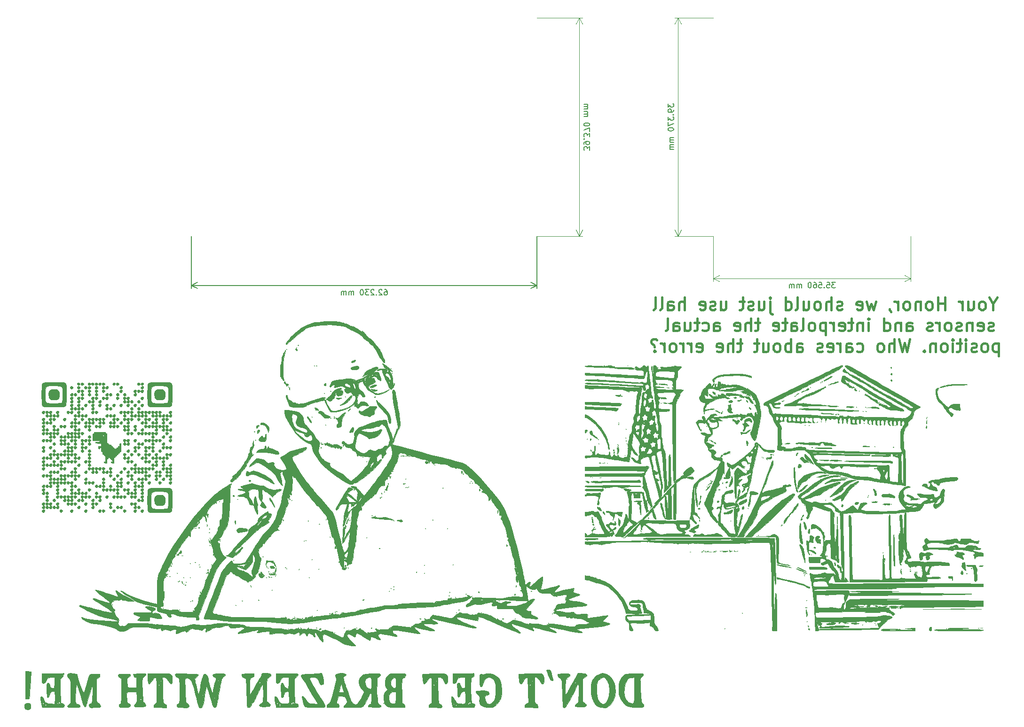
<source format=gbr>
%TF.GenerationSoftware,KiCad,Pcbnew,(5.1.12)-1*%
%TF.CreationDate,2021-12-01T20:01:38-06:00*%
%TF.ProjectId,DRV8350S_Double,44525638-3335-4305-935f-446f75626c65,rev?*%
%TF.SameCoordinates,Original*%
%TF.FileFunction,Legend,Bot*%
%TF.FilePolarity,Positive*%
%FSLAX46Y46*%
G04 Gerber Fmt 4.6, Leading zero omitted, Abs format (unit mm)*
G04 Created by KiCad (PCBNEW (5.1.12)-1) date 2021-12-01 20:01:38*
%MOMM*%
%LPD*%
G01*
G04 APERTURE LIST*
%ADD10C,0.150000*%
%ADD11C,0.120000*%
%ADD12C,0.400000*%
%ADD13C,0.010000*%
G04 APERTURE END LIST*
D10*
X150582380Y-56134523D02*
X150582380Y-56753571D01*
X150963333Y-56420238D01*
X150963333Y-56563095D01*
X151010952Y-56658333D01*
X151058571Y-56705952D01*
X151153809Y-56753571D01*
X151391904Y-56753571D01*
X151487142Y-56705952D01*
X151534761Y-56658333D01*
X151582380Y-56563095D01*
X151582380Y-56277380D01*
X151534761Y-56182142D01*
X151487142Y-56134523D01*
X151582380Y-57229761D02*
X151582380Y-57420238D01*
X151534761Y-57515476D01*
X151487142Y-57563095D01*
X151344285Y-57658333D01*
X151153809Y-57705952D01*
X150772857Y-57705952D01*
X150677619Y-57658333D01*
X150630000Y-57610714D01*
X150582380Y-57515476D01*
X150582380Y-57325000D01*
X150630000Y-57229761D01*
X150677619Y-57182142D01*
X150772857Y-57134523D01*
X151010952Y-57134523D01*
X151106190Y-57182142D01*
X151153809Y-57229761D01*
X151201428Y-57325000D01*
X151201428Y-57515476D01*
X151153809Y-57610714D01*
X151106190Y-57658333D01*
X151010952Y-57705952D01*
X151487142Y-58134523D02*
X151534761Y-58182142D01*
X151582380Y-58134523D01*
X151534761Y-58086904D01*
X151487142Y-58134523D01*
X151582380Y-58134523D01*
X150582380Y-58515476D02*
X150582380Y-59134523D01*
X150963333Y-58801190D01*
X150963333Y-58944047D01*
X151010952Y-59039285D01*
X151058571Y-59086904D01*
X151153809Y-59134523D01*
X151391904Y-59134523D01*
X151487142Y-59086904D01*
X151534761Y-59039285D01*
X151582380Y-58944047D01*
X151582380Y-58658333D01*
X151534761Y-58563095D01*
X151487142Y-58515476D01*
X150582380Y-59467857D02*
X150582380Y-60134523D01*
X151582380Y-59705952D01*
X150582380Y-60705952D02*
X150582380Y-60801190D01*
X150630000Y-60896428D01*
X150677619Y-60944047D01*
X150772857Y-60991666D01*
X150963333Y-61039285D01*
X151201428Y-61039285D01*
X151391904Y-60991666D01*
X151487142Y-60944047D01*
X151534761Y-60896428D01*
X151582380Y-60801190D01*
X151582380Y-60705952D01*
X151534761Y-60610714D01*
X151487142Y-60563095D01*
X151391904Y-60515476D01*
X151201428Y-60467857D01*
X150963333Y-60467857D01*
X150772857Y-60515476D01*
X150677619Y-60563095D01*
X150630000Y-60610714D01*
X150582380Y-60705952D01*
X151582380Y-62229761D02*
X150915714Y-62229761D01*
X151010952Y-62229761D02*
X150963333Y-62277380D01*
X150915714Y-62372619D01*
X150915714Y-62515476D01*
X150963333Y-62610714D01*
X151058571Y-62658333D01*
X151582380Y-62658333D01*
X151058571Y-62658333D02*
X150963333Y-62705952D01*
X150915714Y-62801190D01*
X150915714Y-62944047D01*
X150963333Y-63039285D01*
X151058571Y-63086904D01*
X151582380Y-63086904D01*
X151582380Y-63563095D02*
X150915714Y-63563095D01*
X151010952Y-63563095D02*
X150963333Y-63610714D01*
X150915714Y-63705952D01*
X150915714Y-63848809D01*
X150963333Y-63944047D01*
X151058571Y-63991666D01*
X151582380Y-63991666D01*
X151058571Y-63991666D02*
X150963333Y-64039285D01*
X150915714Y-64134523D01*
X150915714Y-64277380D01*
X150963333Y-64372619D01*
X151058571Y-64420238D01*
X151582380Y-64420238D01*
D11*
X152400000Y-80010000D02*
X152400000Y-40640000D01*
X158750000Y-80010000D02*
X151813579Y-80010000D01*
X158750000Y-40640000D02*
X151813579Y-40640000D01*
X152400000Y-40640000D02*
X152986421Y-41766504D01*
X152400000Y-40640000D02*
X151813579Y-41766504D01*
X152400000Y-80010000D02*
X152986421Y-78883496D01*
X152400000Y-80010000D02*
X151813579Y-78883496D01*
D10*
X180720476Y-88352380D02*
X180101428Y-88352380D01*
X180434761Y-88733333D01*
X180291904Y-88733333D01*
X180196666Y-88780952D01*
X180149047Y-88828571D01*
X180101428Y-88923809D01*
X180101428Y-89161904D01*
X180149047Y-89257142D01*
X180196666Y-89304761D01*
X180291904Y-89352380D01*
X180577619Y-89352380D01*
X180672857Y-89304761D01*
X180720476Y-89257142D01*
X179196666Y-88352380D02*
X179672857Y-88352380D01*
X179720476Y-88828571D01*
X179672857Y-88780952D01*
X179577619Y-88733333D01*
X179339523Y-88733333D01*
X179244285Y-88780952D01*
X179196666Y-88828571D01*
X179149047Y-88923809D01*
X179149047Y-89161904D01*
X179196666Y-89257142D01*
X179244285Y-89304761D01*
X179339523Y-89352380D01*
X179577619Y-89352380D01*
X179672857Y-89304761D01*
X179720476Y-89257142D01*
X178720476Y-89257142D02*
X178672857Y-89304761D01*
X178720476Y-89352380D01*
X178768095Y-89304761D01*
X178720476Y-89257142D01*
X178720476Y-89352380D01*
X177768095Y-88352380D02*
X178244285Y-88352380D01*
X178291904Y-88828571D01*
X178244285Y-88780952D01*
X178149047Y-88733333D01*
X177910952Y-88733333D01*
X177815714Y-88780952D01*
X177768095Y-88828571D01*
X177720476Y-88923809D01*
X177720476Y-89161904D01*
X177768095Y-89257142D01*
X177815714Y-89304761D01*
X177910952Y-89352380D01*
X178149047Y-89352380D01*
X178244285Y-89304761D01*
X178291904Y-89257142D01*
X176863333Y-88352380D02*
X177053809Y-88352380D01*
X177149047Y-88400000D01*
X177196666Y-88447619D01*
X177291904Y-88590476D01*
X177339523Y-88780952D01*
X177339523Y-89161904D01*
X177291904Y-89257142D01*
X177244285Y-89304761D01*
X177149047Y-89352380D01*
X176958571Y-89352380D01*
X176863333Y-89304761D01*
X176815714Y-89257142D01*
X176768095Y-89161904D01*
X176768095Y-88923809D01*
X176815714Y-88828571D01*
X176863333Y-88780952D01*
X176958571Y-88733333D01*
X177149047Y-88733333D01*
X177244285Y-88780952D01*
X177291904Y-88828571D01*
X177339523Y-88923809D01*
X176149047Y-88352380D02*
X176053809Y-88352380D01*
X175958571Y-88400000D01*
X175910952Y-88447619D01*
X175863333Y-88542857D01*
X175815714Y-88733333D01*
X175815714Y-88971428D01*
X175863333Y-89161904D01*
X175910952Y-89257142D01*
X175958571Y-89304761D01*
X176053809Y-89352380D01*
X176149047Y-89352380D01*
X176244285Y-89304761D01*
X176291904Y-89257142D01*
X176339523Y-89161904D01*
X176387142Y-88971428D01*
X176387142Y-88733333D01*
X176339523Y-88542857D01*
X176291904Y-88447619D01*
X176244285Y-88400000D01*
X176149047Y-88352380D01*
X174625238Y-89352380D02*
X174625238Y-88685714D01*
X174625238Y-88780952D02*
X174577619Y-88733333D01*
X174482380Y-88685714D01*
X174339523Y-88685714D01*
X174244285Y-88733333D01*
X174196666Y-88828571D01*
X174196666Y-89352380D01*
X174196666Y-88828571D02*
X174149047Y-88733333D01*
X174053809Y-88685714D01*
X173910952Y-88685714D01*
X173815714Y-88733333D01*
X173768095Y-88828571D01*
X173768095Y-89352380D01*
X173291904Y-89352380D02*
X173291904Y-88685714D01*
X173291904Y-88780952D02*
X173244285Y-88733333D01*
X173149047Y-88685714D01*
X173006190Y-88685714D01*
X172910952Y-88733333D01*
X172863333Y-88828571D01*
X172863333Y-89352380D01*
X172863333Y-88828571D02*
X172815714Y-88733333D01*
X172720476Y-88685714D01*
X172577619Y-88685714D01*
X172482380Y-88733333D01*
X172434761Y-88828571D01*
X172434761Y-89352380D01*
D11*
X194310000Y-87630000D02*
X158750000Y-87630000D01*
X194310000Y-80010000D02*
X194310000Y-88216421D01*
X158750000Y-80010000D02*
X158750000Y-88216421D01*
X158750000Y-87630000D02*
X159876504Y-87043579D01*
X158750000Y-87630000D02*
X159876504Y-88216421D01*
X194310000Y-87630000D02*
X193183496Y-87043579D01*
X194310000Y-87630000D02*
X193183496Y-88216421D01*
D10*
X136437619Y-64515476D02*
X136437619Y-63896428D01*
X136056666Y-64229761D01*
X136056666Y-64086904D01*
X136009047Y-63991666D01*
X135961428Y-63944047D01*
X135866190Y-63896428D01*
X135628095Y-63896428D01*
X135532857Y-63944047D01*
X135485238Y-63991666D01*
X135437619Y-64086904D01*
X135437619Y-64372619D01*
X135485238Y-64467857D01*
X135532857Y-64515476D01*
X135437619Y-63420238D02*
X135437619Y-63229761D01*
X135485238Y-63134523D01*
X135532857Y-63086904D01*
X135675714Y-62991666D01*
X135866190Y-62944047D01*
X136247142Y-62944047D01*
X136342380Y-62991666D01*
X136390000Y-63039285D01*
X136437619Y-63134523D01*
X136437619Y-63325000D01*
X136390000Y-63420238D01*
X136342380Y-63467857D01*
X136247142Y-63515476D01*
X136009047Y-63515476D01*
X135913809Y-63467857D01*
X135866190Y-63420238D01*
X135818571Y-63325000D01*
X135818571Y-63134523D01*
X135866190Y-63039285D01*
X135913809Y-62991666D01*
X136009047Y-62944047D01*
X135532857Y-62515476D02*
X135485238Y-62467857D01*
X135437619Y-62515476D01*
X135485238Y-62563095D01*
X135532857Y-62515476D01*
X135437619Y-62515476D01*
X136437619Y-62134523D02*
X136437619Y-61515476D01*
X136056666Y-61848809D01*
X136056666Y-61705952D01*
X136009047Y-61610714D01*
X135961428Y-61563095D01*
X135866190Y-61515476D01*
X135628095Y-61515476D01*
X135532857Y-61563095D01*
X135485238Y-61610714D01*
X135437619Y-61705952D01*
X135437619Y-61991666D01*
X135485238Y-62086904D01*
X135532857Y-62134523D01*
X136437619Y-61182142D02*
X136437619Y-60515476D01*
X135437619Y-60944047D01*
X136437619Y-59944047D02*
X136437619Y-59848809D01*
X136390000Y-59753571D01*
X136342380Y-59705952D01*
X136247142Y-59658333D01*
X136056666Y-59610714D01*
X135818571Y-59610714D01*
X135628095Y-59658333D01*
X135532857Y-59705952D01*
X135485238Y-59753571D01*
X135437619Y-59848809D01*
X135437619Y-59944047D01*
X135485238Y-60039285D01*
X135532857Y-60086904D01*
X135628095Y-60134523D01*
X135818571Y-60182142D01*
X136056666Y-60182142D01*
X136247142Y-60134523D01*
X136342380Y-60086904D01*
X136390000Y-60039285D01*
X136437619Y-59944047D01*
X135437619Y-58420238D02*
X136104285Y-58420238D01*
X136009047Y-58420238D02*
X136056666Y-58372619D01*
X136104285Y-58277380D01*
X136104285Y-58134523D01*
X136056666Y-58039285D01*
X135961428Y-57991666D01*
X135437619Y-57991666D01*
X135961428Y-57991666D02*
X136056666Y-57944047D01*
X136104285Y-57848809D01*
X136104285Y-57705952D01*
X136056666Y-57610714D01*
X135961428Y-57563095D01*
X135437619Y-57563095D01*
X135437619Y-57086904D02*
X136104285Y-57086904D01*
X136009047Y-57086904D02*
X136056666Y-57039285D01*
X136104285Y-56944047D01*
X136104285Y-56801190D01*
X136056666Y-56705952D01*
X135961428Y-56658333D01*
X135437619Y-56658333D01*
X135961428Y-56658333D02*
X136056666Y-56610714D01*
X136104285Y-56515476D01*
X136104285Y-56372619D01*
X136056666Y-56277380D01*
X135961428Y-56229761D01*
X135437619Y-56229761D01*
D11*
X134620000Y-40640000D02*
X134620000Y-80010000D01*
X127000000Y-40640000D02*
X135206421Y-40640000D01*
X127000000Y-80010000D02*
X135206421Y-80010000D01*
X134620000Y-80010000D02*
X134033579Y-78883496D01*
X134620000Y-80010000D02*
X135206421Y-78883496D01*
X134620000Y-40640000D02*
X134033579Y-41766504D01*
X134620000Y-40640000D02*
X135206421Y-41766504D01*
D10*
X99551666Y-89652380D02*
X99742142Y-89652380D01*
X99837380Y-89700000D01*
X99885000Y-89747619D01*
X99980238Y-89890476D01*
X100027857Y-90080952D01*
X100027857Y-90461904D01*
X99980238Y-90557142D01*
X99932619Y-90604761D01*
X99837380Y-90652380D01*
X99646904Y-90652380D01*
X99551666Y-90604761D01*
X99504047Y-90557142D01*
X99456428Y-90461904D01*
X99456428Y-90223809D01*
X99504047Y-90128571D01*
X99551666Y-90080952D01*
X99646904Y-90033333D01*
X99837380Y-90033333D01*
X99932619Y-90080952D01*
X99980238Y-90128571D01*
X100027857Y-90223809D01*
X99075476Y-89747619D02*
X99027857Y-89700000D01*
X98932619Y-89652380D01*
X98694523Y-89652380D01*
X98599285Y-89700000D01*
X98551666Y-89747619D01*
X98504047Y-89842857D01*
X98504047Y-89938095D01*
X98551666Y-90080952D01*
X99123095Y-90652380D01*
X98504047Y-90652380D01*
X98075476Y-90557142D02*
X98027857Y-90604761D01*
X98075476Y-90652380D01*
X98123095Y-90604761D01*
X98075476Y-90557142D01*
X98075476Y-90652380D01*
X97646904Y-89747619D02*
X97599285Y-89700000D01*
X97504047Y-89652380D01*
X97265952Y-89652380D01*
X97170714Y-89700000D01*
X97123095Y-89747619D01*
X97075476Y-89842857D01*
X97075476Y-89938095D01*
X97123095Y-90080952D01*
X97694523Y-90652380D01*
X97075476Y-90652380D01*
X96742142Y-89652380D02*
X96123095Y-89652380D01*
X96456428Y-90033333D01*
X96313571Y-90033333D01*
X96218333Y-90080952D01*
X96170714Y-90128571D01*
X96123095Y-90223809D01*
X96123095Y-90461904D01*
X96170714Y-90557142D01*
X96218333Y-90604761D01*
X96313571Y-90652380D01*
X96599285Y-90652380D01*
X96694523Y-90604761D01*
X96742142Y-90557142D01*
X95504047Y-89652380D02*
X95408809Y-89652380D01*
X95313571Y-89700000D01*
X95265952Y-89747619D01*
X95218333Y-89842857D01*
X95170714Y-90033333D01*
X95170714Y-90271428D01*
X95218333Y-90461904D01*
X95265952Y-90557142D01*
X95313571Y-90604761D01*
X95408809Y-90652380D01*
X95504047Y-90652380D01*
X95599285Y-90604761D01*
X95646904Y-90557142D01*
X95694523Y-90461904D01*
X95742142Y-90271428D01*
X95742142Y-90033333D01*
X95694523Y-89842857D01*
X95646904Y-89747619D01*
X95599285Y-89700000D01*
X95504047Y-89652380D01*
X93980238Y-90652380D02*
X93980238Y-89985714D01*
X93980238Y-90080952D02*
X93932619Y-90033333D01*
X93837380Y-89985714D01*
X93694523Y-89985714D01*
X93599285Y-90033333D01*
X93551666Y-90128571D01*
X93551666Y-90652380D01*
X93551666Y-90128571D02*
X93504047Y-90033333D01*
X93408809Y-89985714D01*
X93265952Y-89985714D01*
X93170714Y-90033333D01*
X93123095Y-90128571D01*
X93123095Y-90652380D01*
X92646904Y-90652380D02*
X92646904Y-89985714D01*
X92646904Y-90080952D02*
X92599285Y-90033333D01*
X92504047Y-89985714D01*
X92361190Y-89985714D01*
X92265952Y-90033333D01*
X92218333Y-90128571D01*
X92218333Y-90652380D01*
X92218333Y-90128571D02*
X92170714Y-90033333D01*
X92075476Y-89985714D01*
X91932619Y-89985714D01*
X91837380Y-90033333D01*
X91789761Y-90128571D01*
X91789761Y-90652380D01*
X64770000Y-88900000D02*
X127000000Y-88900000D01*
X64770000Y-80010000D02*
X64770000Y-89486421D01*
X127000000Y-80010000D02*
X127000000Y-89486421D01*
X127000000Y-88900000D02*
X125873496Y-89486421D01*
X127000000Y-88900000D02*
X125873496Y-88313579D01*
X64770000Y-88900000D02*
X65896504Y-89486421D01*
X64770000Y-88900000D02*
X65896504Y-88313579D01*
D12*
X209147357Y-92246928D02*
X209147357Y-93318357D01*
X209897357Y-91068357D02*
X209147357Y-92246928D01*
X208397357Y-91068357D01*
X207325928Y-93318357D02*
X207540214Y-93211214D01*
X207647357Y-93104071D01*
X207754500Y-92889785D01*
X207754500Y-92246928D01*
X207647357Y-92032642D01*
X207540214Y-91925500D01*
X207325928Y-91818357D01*
X207004500Y-91818357D01*
X206790214Y-91925500D01*
X206683071Y-92032642D01*
X206575928Y-92246928D01*
X206575928Y-92889785D01*
X206683071Y-93104071D01*
X206790214Y-93211214D01*
X207004500Y-93318357D01*
X207325928Y-93318357D01*
X204647357Y-91818357D02*
X204647357Y-93318357D01*
X205611642Y-91818357D02*
X205611642Y-92996928D01*
X205504500Y-93211214D01*
X205290214Y-93318357D01*
X204968785Y-93318357D01*
X204754500Y-93211214D01*
X204647357Y-93104071D01*
X203575928Y-93318357D02*
X203575928Y-91818357D01*
X203575928Y-92246928D02*
X203468785Y-92032642D01*
X203361642Y-91925500D01*
X203147357Y-91818357D01*
X202933071Y-91818357D01*
X200468785Y-93318357D02*
X200468785Y-91068357D01*
X200468785Y-92139785D02*
X199183071Y-92139785D01*
X199183071Y-93318357D02*
X199183071Y-91068357D01*
X197790214Y-93318357D02*
X198004500Y-93211214D01*
X198111642Y-93104071D01*
X198218785Y-92889785D01*
X198218785Y-92246928D01*
X198111642Y-92032642D01*
X198004500Y-91925500D01*
X197790214Y-91818357D01*
X197468785Y-91818357D01*
X197254500Y-91925500D01*
X197147357Y-92032642D01*
X197040214Y-92246928D01*
X197040214Y-92889785D01*
X197147357Y-93104071D01*
X197254500Y-93211214D01*
X197468785Y-93318357D01*
X197790214Y-93318357D01*
X196075928Y-91818357D02*
X196075928Y-93318357D01*
X196075928Y-92032642D02*
X195968785Y-91925500D01*
X195754500Y-91818357D01*
X195433071Y-91818357D01*
X195218785Y-91925500D01*
X195111642Y-92139785D01*
X195111642Y-93318357D01*
X193718785Y-93318357D02*
X193933071Y-93211214D01*
X194040214Y-93104071D01*
X194147357Y-92889785D01*
X194147357Y-92246928D01*
X194040214Y-92032642D01*
X193933071Y-91925500D01*
X193718785Y-91818357D01*
X193397357Y-91818357D01*
X193183071Y-91925500D01*
X193075928Y-92032642D01*
X192968785Y-92246928D01*
X192968785Y-92889785D01*
X193075928Y-93104071D01*
X193183071Y-93211214D01*
X193397357Y-93318357D01*
X193718785Y-93318357D01*
X192004500Y-93318357D02*
X192004500Y-91818357D01*
X192004500Y-92246928D02*
X191897357Y-92032642D01*
X191790214Y-91925500D01*
X191575928Y-91818357D01*
X191361642Y-91818357D01*
X190504500Y-93211214D02*
X190504500Y-93318357D01*
X190611642Y-93532642D01*
X190718785Y-93639785D01*
X188040214Y-91818357D02*
X187611642Y-93318357D01*
X187183071Y-92246928D01*
X186754500Y-93318357D01*
X186325928Y-91818357D01*
X184611642Y-93211214D02*
X184825928Y-93318357D01*
X185254500Y-93318357D01*
X185468785Y-93211214D01*
X185575928Y-92996928D01*
X185575928Y-92139785D01*
X185468785Y-91925500D01*
X185254500Y-91818357D01*
X184825928Y-91818357D01*
X184611642Y-91925500D01*
X184504500Y-92139785D01*
X184504500Y-92354071D01*
X185575928Y-92568357D01*
X181933071Y-93211214D02*
X181718785Y-93318357D01*
X181290214Y-93318357D01*
X181075928Y-93211214D01*
X180968785Y-92996928D01*
X180968785Y-92889785D01*
X181075928Y-92675500D01*
X181290214Y-92568357D01*
X181611642Y-92568357D01*
X181825928Y-92461214D01*
X181933071Y-92246928D01*
X181933071Y-92139785D01*
X181825928Y-91925500D01*
X181611642Y-91818357D01*
X181290214Y-91818357D01*
X181075928Y-91925500D01*
X180004500Y-93318357D02*
X180004500Y-91068357D01*
X179040214Y-93318357D02*
X179040214Y-92139785D01*
X179147357Y-91925500D01*
X179361642Y-91818357D01*
X179683071Y-91818357D01*
X179897357Y-91925500D01*
X180004500Y-92032642D01*
X177647357Y-93318357D02*
X177861642Y-93211214D01*
X177968785Y-93104071D01*
X178075928Y-92889785D01*
X178075928Y-92246928D01*
X177968785Y-92032642D01*
X177861642Y-91925500D01*
X177647357Y-91818357D01*
X177325928Y-91818357D01*
X177111642Y-91925500D01*
X177004500Y-92032642D01*
X176897357Y-92246928D01*
X176897357Y-92889785D01*
X177004500Y-93104071D01*
X177111642Y-93211214D01*
X177325928Y-93318357D01*
X177647357Y-93318357D01*
X174968785Y-91818357D02*
X174968785Y-93318357D01*
X175933071Y-91818357D02*
X175933071Y-92996928D01*
X175825928Y-93211214D01*
X175611642Y-93318357D01*
X175290214Y-93318357D01*
X175075928Y-93211214D01*
X174968785Y-93104071D01*
X173575928Y-93318357D02*
X173790214Y-93211214D01*
X173897357Y-92996928D01*
X173897357Y-91068357D01*
X171754500Y-93318357D02*
X171754500Y-91068357D01*
X171754500Y-93211214D02*
X171968785Y-93318357D01*
X172397357Y-93318357D01*
X172611642Y-93211214D01*
X172718785Y-93104071D01*
X172825928Y-92889785D01*
X172825928Y-92246928D01*
X172718785Y-92032642D01*
X172611642Y-91925500D01*
X172397357Y-91818357D01*
X171968785Y-91818357D01*
X171754500Y-91925500D01*
X168968785Y-91818357D02*
X168968785Y-93746928D01*
X169075928Y-93961214D01*
X169290214Y-94068357D01*
X169397357Y-94068357D01*
X168968785Y-91068357D02*
X169075928Y-91175500D01*
X168968785Y-91282642D01*
X168861642Y-91175500D01*
X168968785Y-91068357D01*
X168968785Y-91282642D01*
X166933071Y-91818357D02*
X166933071Y-93318357D01*
X167897357Y-91818357D02*
X167897357Y-92996928D01*
X167790214Y-93211214D01*
X167575928Y-93318357D01*
X167254500Y-93318357D01*
X167040214Y-93211214D01*
X166933071Y-93104071D01*
X165968785Y-93211214D02*
X165754500Y-93318357D01*
X165325928Y-93318357D01*
X165111642Y-93211214D01*
X165004500Y-92996928D01*
X165004500Y-92889785D01*
X165111642Y-92675500D01*
X165325928Y-92568357D01*
X165647357Y-92568357D01*
X165861642Y-92461214D01*
X165968785Y-92246928D01*
X165968785Y-92139785D01*
X165861642Y-91925500D01*
X165647357Y-91818357D01*
X165325928Y-91818357D01*
X165111642Y-91925500D01*
X164361642Y-91818357D02*
X163504500Y-91818357D01*
X164040214Y-91068357D02*
X164040214Y-92996928D01*
X163933071Y-93211214D01*
X163718785Y-93318357D01*
X163504500Y-93318357D01*
X160075928Y-91818357D02*
X160075928Y-93318357D01*
X161040214Y-91818357D02*
X161040214Y-92996928D01*
X160933071Y-93211214D01*
X160718785Y-93318357D01*
X160397357Y-93318357D01*
X160183071Y-93211214D01*
X160075928Y-93104071D01*
X159111642Y-93211214D02*
X158897357Y-93318357D01*
X158468785Y-93318357D01*
X158254500Y-93211214D01*
X158147357Y-92996928D01*
X158147357Y-92889785D01*
X158254500Y-92675500D01*
X158468785Y-92568357D01*
X158790214Y-92568357D01*
X159004500Y-92461214D01*
X159111642Y-92246928D01*
X159111642Y-92139785D01*
X159004500Y-91925500D01*
X158790214Y-91818357D01*
X158468785Y-91818357D01*
X158254500Y-91925500D01*
X156325928Y-93211214D02*
X156540214Y-93318357D01*
X156968785Y-93318357D01*
X157183071Y-93211214D01*
X157290214Y-92996928D01*
X157290214Y-92139785D01*
X157183071Y-91925500D01*
X156968785Y-91818357D01*
X156540214Y-91818357D01*
X156325928Y-91925500D01*
X156218785Y-92139785D01*
X156218785Y-92354071D01*
X157290214Y-92568357D01*
X153540214Y-93318357D02*
X153540214Y-91068357D01*
X152575928Y-93318357D02*
X152575928Y-92139785D01*
X152683071Y-91925500D01*
X152897357Y-91818357D01*
X153218785Y-91818357D01*
X153433071Y-91925500D01*
X153540214Y-92032642D01*
X150540214Y-93318357D02*
X150540214Y-92139785D01*
X150647357Y-91925500D01*
X150861642Y-91818357D01*
X151290214Y-91818357D01*
X151504500Y-91925500D01*
X150540214Y-93211214D02*
X150754500Y-93318357D01*
X151290214Y-93318357D01*
X151504500Y-93211214D01*
X151611642Y-92996928D01*
X151611642Y-92782642D01*
X151504500Y-92568357D01*
X151290214Y-92461214D01*
X150754500Y-92461214D01*
X150540214Y-92354071D01*
X149147357Y-93318357D02*
X149361642Y-93211214D01*
X149468785Y-92996928D01*
X149468785Y-91068357D01*
X147968785Y-93318357D02*
X148183071Y-93211214D01*
X148290214Y-92996928D01*
X148290214Y-91068357D01*
X209200928Y-96986214D02*
X208986642Y-97093357D01*
X208558071Y-97093357D01*
X208343785Y-96986214D01*
X208236642Y-96771928D01*
X208236642Y-96664785D01*
X208343785Y-96450500D01*
X208558071Y-96343357D01*
X208879500Y-96343357D01*
X209093785Y-96236214D01*
X209200928Y-96021928D01*
X209200928Y-95914785D01*
X209093785Y-95700500D01*
X208879500Y-95593357D01*
X208558071Y-95593357D01*
X208343785Y-95700500D01*
X206415214Y-96986214D02*
X206629500Y-97093357D01*
X207058071Y-97093357D01*
X207272357Y-96986214D01*
X207379500Y-96771928D01*
X207379500Y-95914785D01*
X207272357Y-95700500D01*
X207058071Y-95593357D01*
X206629500Y-95593357D01*
X206415214Y-95700500D01*
X206308071Y-95914785D01*
X206308071Y-96129071D01*
X207379500Y-96343357D01*
X205343785Y-95593357D02*
X205343785Y-97093357D01*
X205343785Y-95807642D02*
X205236642Y-95700500D01*
X205022357Y-95593357D01*
X204700928Y-95593357D01*
X204486642Y-95700500D01*
X204379500Y-95914785D01*
X204379500Y-97093357D01*
X203415214Y-96986214D02*
X203200928Y-97093357D01*
X202772357Y-97093357D01*
X202558071Y-96986214D01*
X202450928Y-96771928D01*
X202450928Y-96664785D01*
X202558071Y-96450500D01*
X202772357Y-96343357D01*
X203093785Y-96343357D01*
X203308071Y-96236214D01*
X203415214Y-96021928D01*
X203415214Y-95914785D01*
X203308071Y-95700500D01*
X203093785Y-95593357D01*
X202772357Y-95593357D01*
X202558071Y-95700500D01*
X201165214Y-97093357D02*
X201379500Y-96986214D01*
X201486642Y-96879071D01*
X201593785Y-96664785D01*
X201593785Y-96021928D01*
X201486642Y-95807642D01*
X201379500Y-95700500D01*
X201165214Y-95593357D01*
X200843785Y-95593357D01*
X200629500Y-95700500D01*
X200522357Y-95807642D01*
X200415214Y-96021928D01*
X200415214Y-96664785D01*
X200522357Y-96879071D01*
X200629500Y-96986214D01*
X200843785Y-97093357D01*
X201165214Y-97093357D01*
X199450928Y-97093357D02*
X199450928Y-95593357D01*
X199450928Y-96021928D02*
X199343785Y-95807642D01*
X199236642Y-95700500D01*
X199022357Y-95593357D01*
X198808071Y-95593357D01*
X198165214Y-96986214D02*
X197950928Y-97093357D01*
X197522357Y-97093357D01*
X197308071Y-96986214D01*
X197200928Y-96771928D01*
X197200928Y-96664785D01*
X197308071Y-96450500D01*
X197522357Y-96343357D01*
X197843785Y-96343357D01*
X198058071Y-96236214D01*
X198165214Y-96021928D01*
X198165214Y-95914785D01*
X198058071Y-95700500D01*
X197843785Y-95593357D01*
X197522357Y-95593357D01*
X197308071Y-95700500D01*
X193558071Y-97093357D02*
X193558071Y-95914785D01*
X193665214Y-95700500D01*
X193879500Y-95593357D01*
X194308071Y-95593357D01*
X194522357Y-95700500D01*
X193558071Y-96986214D02*
X193772357Y-97093357D01*
X194308071Y-97093357D01*
X194522357Y-96986214D01*
X194629500Y-96771928D01*
X194629500Y-96557642D01*
X194522357Y-96343357D01*
X194308071Y-96236214D01*
X193772357Y-96236214D01*
X193558071Y-96129071D01*
X192486642Y-95593357D02*
X192486642Y-97093357D01*
X192486642Y-95807642D02*
X192379500Y-95700500D01*
X192165214Y-95593357D01*
X191843785Y-95593357D01*
X191629500Y-95700500D01*
X191522357Y-95914785D01*
X191522357Y-97093357D01*
X189486642Y-97093357D02*
X189486642Y-94843357D01*
X189486642Y-96986214D02*
X189700928Y-97093357D01*
X190129500Y-97093357D01*
X190343785Y-96986214D01*
X190450928Y-96879071D01*
X190558071Y-96664785D01*
X190558071Y-96021928D01*
X190450928Y-95807642D01*
X190343785Y-95700500D01*
X190129500Y-95593357D01*
X189700928Y-95593357D01*
X189486642Y-95700500D01*
X186700928Y-97093357D02*
X186700928Y-95593357D01*
X186700928Y-94843357D02*
X186808071Y-94950500D01*
X186700928Y-95057642D01*
X186593785Y-94950500D01*
X186700928Y-94843357D01*
X186700928Y-95057642D01*
X185629500Y-95593357D02*
X185629500Y-97093357D01*
X185629500Y-95807642D02*
X185522357Y-95700500D01*
X185308071Y-95593357D01*
X184986642Y-95593357D01*
X184772357Y-95700500D01*
X184665214Y-95914785D01*
X184665214Y-97093357D01*
X183915214Y-95593357D02*
X183058071Y-95593357D01*
X183593785Y-94843357D02*
X183593785Y-96771928D01*
X183486642Y-96986214D01*
X183272357Y-97093357D01*
X183058071Y-97093357D01*
X181450928Y-96986214D02*
X181665214Y-97093357D01*
X182093785Y-97093357D01*
X182308071Y-96986214D01*
X182415214Y-96771928D01*
X182415214Y-95914785D01*
X182308071Y-95700500D01*
X182093785Y-95593357D01*
X181665214Y-95593357D01*
X181450928Y-95700500D01*
X181343785Y-95914785D01*
X181343785Y-96129071D01*
X182415214Y-96343357D01*
X180379500Y-97093357D02*
X180379500Y-95593357D01*
X180379500Y-96021928D02*
X180272357Y-95807642D01*
X180165214Y-95700500D01*
X179950928Y-95593357D01*
X179736642Y-95593357D01*
X178986642Y-95593357D02*
X178986642Y-97843357D01*
X178986642Y-95700500D02*
X178772357Y-95593357D01*
X178343785Y-95593357D01*
X178129500Y-95700500D01*
X178022357Y-95807642D01*
X177915214Y-96021928D01*
X177915214Y-96664785D01*
X178022357Y-96879071D01*
X178129500Y-96986214D01*
X178343785Y-97093357D01*
X178772357Y-97093357D01*
X178986642Y-96986214D01*
X176629500Y-97093357D02*
X176843785Y-96986214D01*
X176950928Y-96879071D01*
X177058071Y-96664785D01*
X177058071Y-96021928D01*
X176950928Y-95807642D01*
X176843785Y-95700500D01*
X176629500Y-95593357D01*
X176308071Y-95593357D01*
X176093785Y-95700500D01*
X175986642Y-95807642D01*
X175879500Y-96021928D01*
X175879500Y-96664785D01*
X175986642Y-96879071D01*
X176093785Y-96986214D01*
X176308071Y-97093357D01*
X176629500Y-97093357D01*
X174593785Y-97093357D02*
X174808071Y-96986214D01*
X174915214Y-96771928D01*
X174915214Y-94843357D01*
X172772357Y-97093357D02*
X172772357Y-95914785D01*
X172879500Y-95700500D01*
X173093785Y-95593357D01*
X173522357Y-95593357D01*
X173736642Y-95700500D01*
X172772357Y-96986214D02*
X172986642Y-97093357D01*
X173522357Y-97093357D01*
X173736642Y-96986214D01*
X173843785Y-96771928D01*
X173843785Y-96557642D01*
X173736642Y-96343357D01*
X173522357Y-96236214D01*
X172986642Y-96236214D01*
X172772357Y-96129071D01*
X172022357Y-95593357D02*
X171165214Y-95593357D01*
X171700928Y-94843357D02*
X171700928Y-96771928D01*
X171593785Y-96986214D01*
X171379500Y-97093357D01*
X171165214Y-97093357D01*
X169558071Y-96986214D02*
X169772357Y-97093357D01*
X170200928Y-97093357D01*
X170415214Y-96986214D01*
X170522357Y-96771928D01*
X170522357Y-95914785D01*
X170415214Y-95700500D01*
X170200928Y-95593357D01*
X169772357Y-95593357D01*
X169558071Y-95700500D01*
X169450928Y-95914785D01*
X169450928Y-96129071D01*
X170522357Y-96343357D01*
X167093785Y-95593357D02*
X166236642Y-95593357D01*
X166772357Y-94843357D02*
X166772357Y-96771928D01*
X166665214Y-96986214D01*
X166450928Y-97093357D01*
X166236642Y-97093357D01*
X165486642Y-97093357D02*
X165486642Y-94843357D01*
X164522357Y-97093357D02*
X164522357Y-95914785D01*
X164629500Y-95700500D01*
X164843785Y-95593357D01*
X165165214Y-95593357D01*
X165379500Y-95700500D01*
X165486642Y-95807642D01*
X162593785Y-96986214D02*
X162808071Y-97093357D01*
X163236642Y-97093357D01*
X163450928Y-96986214D01*
X163558071Y-96771928D01*
X163558071Y-95914785D01*
X163450928Y-95700500D01*
X163236642Y-95593357D01*
X162808071Y-95593357D01*
X162593785Y-95700500D01*
X162486642Y-95914785D01*
X162486642Y-96129071D01*
X163558071Y-96343357D01*
X158843785Y-97093357D02*
X158843785Y-95914785D01*
X158950928Y-95700500D01*
X159165214Y-95593357D01*
X159593785Y-95593357D01*
X159808071Y-95700500D01*
X158843785Y-96986214D02*
X159058071Y-97093357D01*
X159593785Y-97093357D01*
X159808071Y-96986214D01*
X159915214Y-96771928D01*
X159915214Y-96557642D01*
X159808071Y-96343357D01*
X159593785Y-96236214D01*
X159058071Y-96236214D01*
X158843785Y-96129071D01*
X156808071Y-96986214D02*
X157022357Y-97093357D01*
X157450928Y-97093357D01*
X157665214Y-96986214D01*
X157772357Y-96879071D01*
X157879500Y-96664785D01*
X157879500Y-96021928D01*
X157772357Y-95807642D01*
X157665214Y-95700500D01*
X157450928Y-95593357D01*
X157022357Y-95593357D01*
X156808071Y-95700500D01*
X156165214Y-95593357D02*
X155308071Y-95593357D01*
X155843785Y-94843357D02*
X155843785Y-96771928D01*
X155736642Y-96986214D01*
X155522357Y-97093357D01*
X155308071Y-97093357D01*
X153593785Y-95593357D02*
X153593785Y-97093357D01*
X154558071Y-95593357D02*
X154558071Y-96771928D01*
X154450928Y-96986214D01*
X154236642Y-97093357D01*
X153915214Y-97093357D01*
X153700928Y-96986214D01*
X153593785Y-96879071D01*
X151558071Y-97093357D02*
X151558071Y-95914785D01*
X151665214Y-95700500D01*
X151879500Y-95593357D01*
X152308071Y-95593357D01*
X152522357Y-95700500D01*
X151558071Y-96986214D02*
X151772357Y-97093357D01*
X152308071Y-97093357D01*
X152522357Y-96986214D01*
X152629500Y-96771928D01*
X152629500Y-96557642D01*
X152522357Y-96343357D01*
X152308071Y-96236214D01*
X151772357Y-96236214D01*
X151558071Y-96129071D01*
X150165214Y-97093357D02*
X150379500Y-96986214D01*
X150486642Y-96771928D01*
X150486642Y-94843357D01*
X210111642Y-99368357D02*
X210111642Y-101618357D01*
X210111642Y-99475500D02*
X209897357Y-99368357D01*
X209468785Y-99368357D01*
X209254500Y-99475500D01*
X209147357Y-99582642D01*
X209040214Y-99796928D01*
X209040214Y-100439785D01*
X209147357Y-100654071D01*
X209254500Y-100761214D01*
X209468785Y-100868357D01*
X209897357Y-100868357D01*
X210111642Y-100761214D01*
X207754500Y-100868357D02*
X207968785Y-100761214D01*
X208075928Y-100654071D01*
X208183071Y-100439785D01*
X208183071Y-99796928D01*
X208075928Y-99582642D01*
X207968785Y-99475500D01*
X207754500Y-99368357D01*
X207433071Y-99368357D01*
X207218785Y-99475500D01*
X207111642Y-99582642D01*
X207004500Y-99796928D01*
X207004500Y-100439785D01*
X207111642Y-100654071D01*
X207218785Y-100761214D01*
X207433071Y-100868357D01*
X207754500Y-100868357D01*
X206147357Y-100761214D02*
X205933071Y-100868357D01*
X205504500Y-100868357D01*
X205290214Y-100761214D01*
X205183071Y-100546928D01*
X205183071Y-100439785D01*
X205290214Y-100225500D01*
X205504500Y-100118357D01*
X205825928Y-100118357D01*
X206040214Y-100011214D01*
X206147357Y-99796928D01*
X206147357Y-99689785D01*
X206040214Y-99475500D01*
X205825928Y-99368357D01*
X205504500Y-99368357D01*
X205290214Y-99475500D01*
X204218785Y-100868357D02*
X204218785Y-99368357D01*
X204218785Y-98618357D02*
X204325928Y-98725500D01*
X204218785Y-98832642D01*
X204111642Y-98725500D01*
X204218785Y-98618357D01*
X204218785Y-98832642D01*
X203468785Y-99368357D02*
X202611642Y-99368357D01*
X203147357Y-98618357D02*
X203147357Y-100546928D01*
X203040214Y-100761214D01*
X202825928Y-100868357D01*
X202611642Y-100868357D01*
X201861642Y-100868357D02*
X201861642Y-99368357D01*
X201861642Y-98618357D02*
X201968785Y-98725500D01*
X201861642Y-98832642D01*
X201754500Y-98725500D01*
X201861642Y-98618357D01*
X201861642Y-98832642D01*
X200468785Y-100868357D02*
X200683071Y-100761214D01*
X200790214Y-100654071D01*
X200897357Y-100439785D01*
X200897357Y-99796928D01*
X200790214Y-99582642D01*
X200683071Y-99475500D01*
X200468785Y-99368357D01*
X200147357Y-99368357D01*
X199933071Y-99475500D01*
X199825928Y-99582642D01*
X199718785Y-99796928D01*
X199718785Y-100439785D01*
X199825928Y-100654071D01*
X199933071Y-100761214D01*
X200147357Y-100868357D01*
X200468785Y-100868357D01*
X198754500Y-99368357D02*
X198754500Y-100868357D01*
X198754500Y-99582642D02*
X198647357Y-99475500D01*
X198433071Y-99368357D01*
X198111642Y-99368357D01*
X197897357Y-99475500D01*
X197790214Y-99689785D01*
X197790214Y-100868357D01*
X196718785Y-100654071D02*
X196611642Y-100761214D01*
X196718785Y-100868357D01*
X196825928Y-100761214D01*
X196718785Y-100654071D01*
X196718785Y-100868357D01*
X194147357Y-98618357D02*
X193611642Y-100868357D01*
X193183071Y-99261214D01*
X192754500Y-100868357D01*
X192218785Y-98618357D01*
X191361642Y-100868357D02*
X191361642Y-98618357D01*
X190397357Y-100868357D02*
X190397357Y-99689785D01*
X190504500Y-99475500D01*
X190718785Y-99368357D01*
X191040214Y-99368357D01*
X191254500Y-99475500D01*
X191361642Y-99582642D01*
X189004500Y-100868357D02*
X189218785Y-100761214D01*
X189325928Y-100654071D01*
X189433071Y-100439785D01*
X189433071Y-99796928D01*
X189325928Y-99582642D01*
X189218785Y-99475500D01*
X189004500Y-99368357D01*
X188683071Y-99368357D01*
X188468785Y-99475500D01*
X188361642Y-99582642D01*
X188254500Y-99796928D01*
X188254500Y-100439785D01*
X188361642Y-100654071D01*
X188468785Y-100761214D01*
X188683071Y-100868357D01*
X189004500Y-100868357D01*
X184611642Y-100761214D02*
X184825928Y-100868357D01*
X185254500Y-100868357D01*
X185468785Y-100761214D01*
X185575928Y-100654071D01*
X185683071Y-100439785D01*
X185683071Y-99796928D01*
X185575928Y-99582642D01*
X185468785Y-99475500D01*
X185254500Y-99368357D01*
X184825928Y-99368357D01*
X184611642Y-99475500D01*
X182683071Y-100868357D02*
X182683071Y-99689785D01*
X182790214Y-99475500D01*
X183004500Y-99368357D01*
X183433071Y-99368357D01*
X183647357Y-99475500D01*
X182683071Y-100761214D02*
X182897357Y-100868357D01*
X183433071Y-100868357D01*
X183647357Y-100761214D01*
X183754500Y-100546928D01*
X183754500Y-100332642D01*
X183647357Y-100118357D01*
X183433071Y-100011214D01*
X182897357Y-100011214D01*
X182683071Y-99904071D01*
X181611642Y-100868357D02*
X181611642Y-99368357D01*
X181611642Y-99796928D02*
X181504500Y-99582642D01*
X181397357Y-99475500D01*
X181183071Y-99368357D01*
X180968785Y-99368357D01*
X179361642Y-100761214D02*
X179575928Y-100868357D01*
X180004500Y-100868357D01*
X180218785Y-100761214D01*
X180325928Y-100546928D01*
X180325928Y-99689785D01*
X180218785Y-99475500D01*
X180004500Y-99368357D01*
X179575928Y-99368357D01*
X179361642Y-99475500D01*
X179254500Y-99689785D01*
X179254500Y-99904071D01*
X180325928Y-100118357D01*
X178397357Y-100761214D02*
X178183071Y-100868357D01*
X177754500Y-100868357D01*
X177540214Y-100761214D01*
X177433071Y-100546928D01*
X177433071Y-100439785D01*
X177540214Y-100225500D01*
X177754500Y-100118357D01*
X178075928Y-100118357D01*
X178290214Y-100011214D01*
X178397357Y-99796928D01*
X178397357Y-99689785D01*
X178290214Y-99475500D01*
X178075928Y-99368357D01*
X177754500Y-99368357D01*
X177540214Y-99475500D01*
X173790214Y-100868357D02*
X173790214Y-99689785D01*
X173897357Y-99475500D01*
X174111642Y-99368357D01*
X174540214Y-99368357D01*
X174754500Y-99475500D01*
X173790214Y-100761214D02*
X174004500Y-100868357D01*
X174540214Y-100868357D01*
X174754500Y-100761214D01*
X174861642Y-100546928D01*
X174861642Y-100332642D01*
X174754500Y-100118357D01*
X174540214Y-100011214D01*
X174004500Y-100011214D01*
X173790214Y-99904071D01*
X172718785Y-100868357D02*
X172718785Y-98618357D01*
X172718785Y-99475500D02*
X172504500Y-99368357D01*
X172075928Y-99368357D01*
X171861642Y-99475500D01*
X171754500Y-99582642D01*
X171647357Y-99796928D01*
X171647357Y-100439785D01*
X171754500Y-100654071D01*
X171861642Y-100761214D01*
X172075928Y-100868357D01*
X172504500Y-100868357D01*
X172718785Y-100761214D01*
X170361642Y-100868357D02*
X170575928Y-100761214D01*
X170683071Y-100654071D01*
X170790214Y-100439785D01*
X170790214Y-99796928D01*
X170683071Y-99582642D01*
X170575928Y-99475500D01*
X170361642Y-99368357D01*
X170040214Y-99368357D01*
X169825928Y-99475500D01*
X169718785Y-99582642D01*
X169611642Y-99796928D01*
X169611642Y-100439785D01*
X169718785Y-100654071D01*
X169825928Y-100761214D01*
X170040214Y-100868357D01*
X170361642Y-100868357D01*
X167683071Y-99368357D02*
X167683071Y-100868357D01*
X168647357Y-99368357D02*
X168647357Y-100546928D01*
X168540214Y-100761214D01*
X168325928Y-100868357D01*
X168004500Y-100868357D01*
X167790214Y-100761214D01*
X167683071Y-100654071D01*
X166933071Y-99368357D02*
X166075928Y-99368357D01*
X166611642Y-98618357D02*
X166611642Y-100546928D01*
X166504500Y-100761214D01*
X166290214Y-100868357D01*
X166075928Y-100868357D01*
X163933071Y-99368357D02*
X163075928Y-99368357D01*
X163611642Y-98618357D02*
X163611642Y-100546928D01*
X163504500Y-100761214D01*
X163290214Y-100868357D01*
X163075928Y-100868357D01*
X162325928Y-100868357D02*
X162325928Y-98618357D01*
X161361642Y-100868357D02*
X161361642Y-99689785D01*
X161468785Y-99475500D01*
X161683071Y-99368357D01*
X162004500Y-99368357D01*
X162218785Y-99475500D01*
X162325928Y-99582642D01*
X159433071Y-100761214D02*
X159647357Y-100868357D01*
X160075928Y-100868357D01*
X160290214Y-100761214D01*
X160397357Y-100546928D01*
X160397357Y-99689785D01*
X160290214Y-99475500D01*
X160075928Y-99368357D01*
X159647357Y-99368357D01*
X159433071Y-99475500D01*
X159325928Y-99689785D01*
X159325928Y-99904071D01*
X160397357Y-100118357D01*
X155790214Y-100761214D02*
X156004500Y-100868357D01*
X156433071Y-100868357D01*
X156647357Y-100761214D01*
X156754500Y-100546928D01*
X156754500Y-99689785D01*
X156647357Y-99475500D01*
X156433071Y-99368357D01*
X156004500Y-99368357D01*
X155790214Y-99475500D01*
X155683071Y-99689785D01*
X155683071Y-99904071D01*
X156754500Y-100118357D01*
X154718785Y-100868357D02*
X154718785Y-99368357D01*
X154718785Y-99796928D02*
X154611642Y-99582642D01*
X154504500Y-99475500D01*
X154290214Y-99368357D01*
X154075928Y-99368357D01*
X153325928Y-100868357D02*
X153325928Y-99368357D01*
X153325928Y-99796928D02*
X153218785Y-99582642D01*
X153111642Y-99475500D01*
X152897357Y-99368357D01*
X152683071Y-99368357D01*
X151611642Y-100868357D02*
X151825928Y-100761214D01*
X151933071Y-100654071D01*
X152040214Y-100439785D01*
X152040214Y-99796928D01*
X151933071Y-99582642D01*
X151825928Y-99475500D01*
X151611642Y-99368357D01*
X151290214Y-99368357D01*
X151075928Y-99475500D01*
X150968785Y-99582642D01*
X150861642Y-99796928D01*
X150861642Y-100439785D01*
X150968785Y-100654071D01*
X151075928Y-100761214D01*
X151290214Y-100868357D01*
X151611642Y-100868357D01*
X149897357Y-100868357D02*
X149897357Y-99368357D01*
X149897357Y-99796928D02*
X149790214Y-99582642D01*
X149683071Y-99475500D01*
X149468785Y-99368357D01*
X149254500Y-99368357D01*
X148183071Y-100654071D02*
X148075928Y-100761214D01*
X148183071Y-100868357D01*
X148290214Y-100761214D01*
X148183071Y-100654071D01*
X148183071Y-100868357D01*
X148611642Y-98725500D02*
X148397357Y-98618357D01*
X147861642Y-98618357D01*
X147647357Y-98725500D01*
X147540214Y-98939785D01*
X147540214Y-99154071D01*
X147647357Y-99368357D01*
X147754500Y-99475500D01*
X147968785Y-99582642D01*
X148075928Y-99689785D01*
X148183071Y-99904071D01*
X148183071Y-100011214D01*
D13*
%TO.C,NA3*%
G36*
X58598034Y-125410494D02*
G01*
X58182857Y-125419547D01*
X57810340Y-125433400D01*
X57501539Y-125451970D01*
X57277510Y-125475175D01*
X57159310Y-125502935D01*
X57159210Y-125502987D01*
X57067179Y-125557233D01*
X56994211Y-125623737D01*
X56938108Y-125716851D01*
X56896671Y-125850925D01*
X56867700Y-126040307D01*
X56848996Y-126299350D01*
X56838361Y-126642402D01*
X56833596Y-127083814D01*
X56832500Y-127635000D01*
X56833608Y-128188549D01*
X56838396Y-128629457D01*
X56849065Y-128972074D01*
X56867812Y-129230750D01*
X56896837Y-129419834D01*
X56938340Y-129553678D01*
X56994518Y-129646631D01*
X57067571Y-129713043D01*
X57159210Y-129767012D01*
X57279681Y-129795913D01*
X57505419Y-129819665D01*
X57815492Y-129838258D01*
X58188966Y-129851681D01*
X58604910Y-129859924D01*
X59042391Y-129862977D01*
X59480477Y-129860829D01*
X59898235Y-129853470D01*
X60274732Y-129840890D01*
X60589038Y-129823077D01*
X60820219Y-129800023D01*
X60947342Y-129771716D01*
X60953011Y-129768885D01*
X61043338Y-129713256D01*
X61114891Y-129648049D01*
X61169872Y-129558757D01*
X61210486Y-129430876D01*
X61238936Y-129249899D01*
X61257426Y-129001320D01*
X61268159Y-128670634D01*
X61273340Y-128243335D01*
X61275171Y-127704916D01*
X61275250Y-127647721D01*
X61274961Y-127239569D01*
X60640341Y-127239569D01*
X60640250Y-127647721D01*
X60636620Y-128094435D01*
X60625151Y-128432581D01*
X60601860Y-128680532D01*
X60562762Y-128856662D01*
X60503873Y-128979344D01*
X60421211Y-129066952D01*
X60318011Y-129133885D01*
X60194110Y-129166383D01*
X59970185Y-129191775D01*
X59673018Y-129209926D01*
X59329395Y-129220699D01*
X58966098Y-129223957D01*
X58609912Y-129219564D01*
X58287620Y-129207384D01*
X58026007Y-129187280D01*
X57851856Y-129159116D01*
X57814976Y-129146637D01*
X57697975Y-129079986D01*
X57610159Y-128989465D01*
X57547490Y-128857514D01*
X57505931Y-128666568D01*
X57481447Y-128399065D01*
X57469998Y-128037442D01*
X57467500Y-127635000D01*
X57469159Y-127146103D01*
X57483908Y-126769538D01*
X57526407Y-126490643D01*
X57611315Y-126294760D01*
X57753293Y-126167228D01*
X57966999Y-126093389D01*
X58267094Y-126058582D01*
X58668237Y-126048149D01*
X59055000Y-126047500D01*
X59542504Y-126049091D01*
X59918411Y-126063600D01*
X60197186Y-126105626D01*
X60393294Y-126189772D01*
X60521199Y-126330638D01*
X60595366Y-126542826D01*
X60630258Y-126840936D01*
X60640341Y-127239569D01*
X61274961Y-127239569D01*
X61274853Y-127088632D01*
X61270545Y-126642415D01*
X61260071Y-126294955D01*
X61241174Y-126032136D01*
X61211596Y-125839840D01*
X61169080Y-125703952D01*
X61111371Y-125610355D01*
X61036211Y-125544933D01*
X60941343Y-125493570D01*
X60930025Y-125488362D01*
X60805804Y-125461534D01*
X60576849Y-125440076D01*
X60264216Y-125423908D01*
X59888962Y-125412947D01*
X59472143Y-125407113D01*
X59034815Y-125406322D01*
X58598034Y-125410494D01*
G37*
X58598034Y-125410494D02*
X58182857Y-125419547D01*
X57810340Y-125433400D01*
X57501539Y-125451970D01*
X57277510Y-125475175D01*
X57159310Y-125502935D01*
X57159210Y-125502987D01*
X57067179Y-125557233D01*
X56994211Y-125623737D01*
X56938108Y-125716851D01*
X56896671Y-125850925D01*
X56867700Y-126040307D01*
X56848996Y-126299350D01*
X56838361Y-126642402D01*
X56833596Y-127083814D01*
X56832500Y-127635000D01*
X56833608Y-128188549D01*
X56838396Y-128629457D01*
X56849065Y-128972074D01*
X56867812Y-129230750D01*
X56896837Y-129419834D01*
X56938340Y-129553678D01*
X56994518Y-129646631D01*
X57067571Y-129713043D01*
X57159210Y-129767012D01*
X57279681Y-129795913D01*
X57505419Y-129819665D01*
X57815492Y-129838258D01*
X58188966Y-129851681D01*
X58604910Y-129859924D01*
X59042391Y-129862977D01*
X59480477Y-129860829D01*
X59898235Y-129853470D01*
X60274732Y-129840890D01*
X60589038Y-129823077D01*
X60820219Y-129800023D01*
X60947342Y-129771716D01*
X60953011Y-129768885D01*
X61043338Y-129713256D01*
X61114891Y-129648049D01*
X61169872Y-129558757D01*
X61210486Y-129430876D01*
X61238936Y-129249899D01*
X61257426Y-129001320D01*
X61268159Y-128670634D01*
X61273340Y-128243335D01*
X61275171Y-127704916D01*
X61275250Y-127647721D01*
X61274961Y-127239569D01*
X60640341Y-127239569D01*
X60640250Y-127647721D01*
X60636620Y-128094435D01*
X60625151Y-128432581D01*
X60601860Y-128680532D01*
X60562762Y-128856662D01*
X60503873Y-128979344D01*
X60421211Y-129066952D01*
X60318011Y-129133885D01*
X60194110Y-129166383D01*
X59970185Y-129191775D01*
X59673018Y-129209926D01*
X59329395Y-129220699D01*
X58966098Y-129223957D01*
X58609912Y-129219564D01*
X58287620Y-129207384D01*
X58026007Y-129187280D01*
X57851856Y-129159116D01*
X57814976Y-129146637D01*
X57697975Y-129079986D01*
X57610159Y-128989465D01*
X57547490Y-128857514D01*
X57505931Y-128666568D01*
X57481447Y-128399065D01*
X57469998Y-128037442D01*
X57467500Y-127635000D01*
X57469159Y-127146103D01*
X57483908Y-126769538D01*
X57526407Y-126490643D01*
X57611315Y-126294760D01*
X57753293Y-126167228D01*
X57966999Y-126093389D01*
X58267094Y-126058582D01*
X58668237Y-126048149D01*
X59055000Y-126047500D01*
X59542504Y-126049091D01*
X59918411Y-126063600D01*
X60197186Y-126105626D01*
X60393294Y-126189772D01*
X60521199Y-126330638D01*
X60595366Y-126542826D01*
X60630258Y-126840936D01*
X60640341Y-127239569D01*
X61274961Y-127239569D01*
X61274853Y-127088632D01*
X61270545Y-126642415D01*
X61260071Y-126294955D01*
X61241174Y-126032136D01*
X61211596Y-125839840D01*
X61169080Y-125703952D01*
X61111371Y-125610355D01*
X61036211Y-125544933D01*
X60941343Y-125493570D01*
X60930025Y-125488362D01*
X60805804Y-125461534D01*
X60576849Y-125440076D01*
X60264216Y-125423908D01*
X59888962Y-125412947D01*
X59472143Y-125407113D01*
X59034815Y-125406322D01*
X58598034Y-125410494D01*
G36*
X55768875Y-129324880D02*
G01*
X55660908Y-129449328D01*
X55644237Y-129596805D01*
X55708847Y-129725039D01*
X55844726Y-129791757D01*
X55880000Y-129794000D01*
X56014214Y-129748202D01*
X56067969Y-129701800D01*
X56123478Y-129560153D01*
X56088924Y-129421939D01*
X55991346Y-129321233D01*
X55857784Y-129292111D01*
X55768875Y-129324880D01*
G37*
X55768875Y-129324880D02*
X55660908Y-129449328D01*
X55644237Y-129596805D01*
X55708847Y-129725039D01*
X55844726Y-129791757D01*
X55880000Y-129794000D01*
X56014214Y-129748202D01*
X56067969Y-129701800D01*
X56123478Y-129560153D01*
X56088924Y-129421939D01*
X55991346Y-129321233D01*
X55857784Y-129292111D01*
X55768875Y-129324880D01*
G36*
X54498875Y-129324880D02*
G01*
X54390908Y-129449328D01*
X54374237Y-129596805D01*
X54438847Y-129725039D01*
X54574726Y-129791757D01*
X54610000Y-129794000D01*
X54744214Y-129748202D01*
X54797969Y-129701800D01*
X54853478Y-129560153D01*
X54818924Y-129421939D01*
X54721346Y-129321233D01*
X54587784Y-129292111D01*
X54498875Y-129324880D01*
G37*
X54498875Y-129324880D02*
X54390908Y-129449328D01*
X54374237Y-129596805D01*
X54438847Y-129725039D01*
X54574726Y-129791757D01*
X54610000Y-129794000D01*
X54744214Y-129748202D01*
X54797969Y-129701800D01*
X54853478Y-129560153D01*
X54818924Y-129421939D01*
X54721346Y-129321233D01*
X54587784Y-129292111D01*
X54498875Y-129324880D01*
G36*
X52593875Y-129324880D02*
G01*
X52485908Y-129449328D01*
X52469237Y-129596805D01*
X52533847Y-129725039D01*
X52669726Y-129791757D01*
X52705000Y-129794000D01*
X52839214Y-129748202D01*
X52892969Y-129701800D01*
X52948478Y-129560153D01*
X52913924Y-129421939D01*
X52816346Y-129321233D01*
X52682784Y-129292111D01*
X52593875Y-129324880D01*
G37*
X52593875Y-129324880D02*
X52485908Y-129449328D01*
X52469237Y-129596805D01*
X52533847Y-129725039D01*
X52669726Y-129791757D01*
X52705000Y-129794000D01*
X52839214Y-129748202D01*
X52892969Y-129701800D01*
X52948478Y-129560153D01*
X52913924Y-129421939D01*
X52816346Y-129321233D01*
X52682784Y-129292111D01*
X52593875Y-129324880D01*
G36*
X50688875Y-129324880D02*
G01*
X50580908Y-129449328D01*
X50564237Y-129596805D01*
X50628847Y-129725039D01*
X50764726Y-129791757D01*
X50800000Y-129794000D01*
X50934214Y-129748202D01*
X50987969Y-129701800D01*
X51043478Y-129560153D01*
X51008924Y-129421939D01*
X50911346Y-129321233D01*
X50777784Y-129292111D01*
X50688875Y-129324880D01*
G37*
X50688875Y-129324880D02*
X50580908Y-129449328D01*
X50564237Y-129596805D01*
X50628847Y-129725039D01*
X50764726Y-129791757D01*
X50800000Y-129794000D01*
X50934214Y-129748202D01*
X50987969Y-129701800D01*
X51043478Y-129560153D01*
X51008924Y-129421939D01*
X50911346Y-129321233D01*
X50777784Y-129292111D01*
X50688875Y-129324880D01*
G36*
X48783875Y-129324880D02*
G01*
X48675908Y-129449328D01*
X48659237Y-129596805D01*
X48723847Y-129725039D01*
X48859726Y-129791757D01*
X48895000Y-129794000D01*
X49029214Y-129748202D01*
X49082969Y-129701800D01*
X49138478Y-129560153D01*
X49103924Y-129421939D01*
X49006346Y-129321233D01*
X48872784Y-129292111D01*
X48783875Y-129324880D01*
G37*
X48783875Y-129324880D02*
X48675908Y-129449328D01*
X48659237Y-129596805D01*
X48723847Y-129725039D01*
X48859726Y-129791757D01*
X48895000Y-129794000D01*
X49029214Y-129748202D01*
X49082969Y-129701800D01*
X49138478Y-129560153D01*
X49103924Y-129421939D01*
X49006346Y-129321233D01*
X48872784Y-129292111D01*
X48783875Y-129324880D01*
G36*
X48148875Y-129324880D02*
G01*
X48040908Y-129449328D01*
X48024237Y-129596805D01*
X48088847Y-129725039D01*
X48224726Y-129791757D01*
X48260000Y-129794000D01*
X48394214Y-129748202D01*
X48447969Y-129701800D01*
X48503478Y-129560153D01*
X48468924Y-129421939D01*
X48371346Y-129321233D01*
X48237784Y-129292111D01*
X48148875Y-129324880D01*
G37*
X48148875Y-129324880D02*
X48040908Y-129449328D01*
X48024237Y-129596805D01*
X48088847Y-129725039D01*
X48224726Y-129791757D01*
X48260000Y-129794000D01*
X48394214Y-129748202D01*
X48447969Y-129701800D01*
X48503478Y-129560153D01*
X48468924Y-129421939D01*
X48371346Y-129321233D01*
X48237784Y-129292111D01*
X48148875Y-129324880D01*
G36*
X45608875Y-129324880D02*
G01*
X45500908Y-129449328D01*
X45484237Y-129596805D01*
X45548847Y-129725039D01*
X45684726Y-129791757D01*
X45720000Y-129794000D01*
X45854214Y-129748202D01*
X45907969Y-129701800D01*
X45963478Y-129560153D01*
X45928924Y-129421939D01*
X45831346Y-129321233D01*
X45697784Y-129292111D01*
X45608875Y-129324880D01*
G37*
X45608875Y-129324880D02*
X45500908Y-129449328D01*
X45484237Y-129596805D01*
X45548847Y-129725039D01*
X45684726Y-129791757D01*
X45720000Y-129794000D01*
X45854214Y-129748202D01*
X45907969Y-129701800D01*
X45963478Y-129560153D01*
X45928924Y-129421939D01*
X45831346Y-129321233D01*
X45697784Y-129292111D01*
X45608875Y-129324880D01*
G36*
X43068875Y-129324880D02*
G01*
X42960908Y-129449328D01*
X42944237Y-129596805D01*
X43008847Y-129725039D01*
X43144726Y-129791757D01*
X43180000Y-129794000D01*
X43314214Y-129748202D01*
X43367969Y-129701800D01*
X43423478Y-129560153D01*
X43388924Y-129421939D01*
X43291346Y-129321233D01*
X43157784Y-129292111D01*
X43068875Y-129324880D01*
G37*
X43068875Y-129324880D02*
X42960908Y-129449328D01*
X42944237Y-129596805D01*
X43008847Y-129725039D01*
X43144726Y-129791757D01*
X43180000Y-129794000D01*
X43314214Y-129748202D01*
X43367969Y-129701800D01*
X43423478Y-129560153D01*
X43388924Y-129421939D01*
X43291346Y-129321233D01*
X43157784Y-129292111D01*
X43068875Y-129324880D01*
G36*
X41163875Y-129324880D02*
G01*
X41055908Y-129449328D01*
X41039237Y-129596805D01*
X41103847Y-129725039D01*
X41239726Y-129791757D01*
X41275000Y-129794000D01*
X41409214Y-129748202D01*
X41462969Y-129701800D01*
X41518478Y-129560153D01*
X41483924Y-129421939D01*
X41386346Y-129321233D01*
X41252784Y-129292111D01*
X41163875Y-129324880D01*
G37*
X41163875Y-129324880D02*
X41055908Y-129449328D01*
X41039237Y-129596805D01*
X41103847Y-129725039D01*
X41239726Y-129791757D01*
X41275000Y-129794000D01*
X41409214Y-129748202D01*
X41462969Y-129701800D01*
X41518478Y-129560153D01*
X41483924Y-129421939D01*
X41386346Y-129321233D01*
X41252784Y-129292111D01*
X41163875Y-129324880D01*
G36*
X37988875Y-129324880D02*
G01*
X37880908Y-129449328D01*
X37864237Y-129596805D01*
X37928847Y-129725039D01*
X38064726Y-129791757D01*
X38100000Y-129794000D01*
X38234214Y-129748202D01*
X38287969Y-129701800D01*
X38343478Y-129560153D01*
X38308924Y-129421939D01*
X38211346Y-129321233D01*
X38077784Y-129292111D01*
X37988875Y-129324880D01*
G37*
X37988875Y-129324880D02*
X37880908Y-129449328D01*
X37864237Y-129596805D01*
X37928847Y-129725039D01*
X38064726Y-129791757D01*
X38100000Y-129794000D01*
X38234214Y-129748202D01*
X38287969Y-129701800D01*
X38343478Y-129560153D01*
X38308924Y-129421939D01*
X38211346Y-129321233D01*
X38077784Y-129292111D01*
X37988875Y-129324880D01*
G36*
X55133875Y-128689880D02*
G01*
X55025908Y-128814328D01*
X55009237Y-128961805D01*
X55073847Y-129090039D01*
X55209726Y-129156757D01*
X55245000Y-129159000D01*
X55379214Y-129113202D01*
X55432969Y-129066800D01*
X55488478Y-128925153D01*
X55453924Y-128786939D01*
X55356346Y-128686233D01*
X55222784Y-128657111D01*
X55133875Y-128689880D01*
G37*
X55133875Y-128689880D02*
X55025908Y-128814328D01*
X55009237Y-128961805D01*
X55073847Y-129090039D01*
X55209726Y-129156757D01*
X55245000Y-129159000D01*
X55379214Y-129113202D01*
X55432969Y-129066800D01*
X55488478Y-128925153D01*
X55453924Y-128786939D01*
X55356346Y-128686233D01*
X55222784Y-128657111D01*
X55133875Y-128689880D01*
G36*
X54498875Y-128689880D02*
G01*
X54390908Y-128814328D01*
X54374237Y-128961805D01*
X54438847Y-129090039D01*
X54574726Y-129156757D01*
X54610000Y-129159000D01*
X54744214Y-129113202D01*
X54797969Y-129066800D01*
X54853478Y-128925153D01*
X54818924Y-128786939D01*
X54721346Y-128686233D01*
X54587784Y-128657111D01*
X54498875Y-128689880D01*
G37*
X54498875Y-128689880D02*
X54390908Y-128814328D01*
X54374237Y-128961805D01*
X54438847Y-129090039D01*
X54574726Y-129156757D01*
X54610000Y-129159000D01*
X54744214Y-129113202D01*
X54797969Y-129066800D01*
X54853478Y-128925153D01*
X54818924Y-128786939D01*
X54721346Y-128686233D01*
X54587784Y-128657111D01*
X54498875Y-128689880D01*
G36*
X51958875Y-128689880D02*
G01*
X51850908Y-128814328D01*
X51834237Y-128961805D01*
X51898847Y-129090039D01*
X52034726Y-129156757D01*
X52070000Y-129159000D01*
X52204214Y-129113202D01*
X52257969Y-129066800D01*
X52313478Y-128925153D01*
X52278924Y-128786939D01*
X52181346Y-128686233D01*
X52047784Y-128657111D01*
X51958875Y-128689880D01*
G37*
X51958875Y-128689880D02*
X51850908Y-128814328D01*
X51834237Y-128961805D01*
X51898847Y-129090039D01*
X52034726Y-129156757D01*
X52070000Y-129159000D01*
X52204214Y-129113202D01*
X52257969Y-129066800D01*
X52313478Y-128925153D01*
X52278924Y-128786939D01*
X52181346Y-128686233D01*
X52047784Y-128657111D01*
X51958875Y-128689880D01*
G36*
X51323875Y-128689880D02*
G01*
X51215908Y-128814328D01*
X51199237Y-128961805D01*
X51263847Y-129090039D01*
X51399726Y-129156757D01*
X51435000Y-129159000D01*
X51569214Y-129113202D01*
X51622969Y-129066800D01*
X51678478Y-128925153D01*
X51643924Y-128786939D01*
X51546346Y-128686233D01*
X51412784Y-128657111D01*
X51323875Y-128689880D01*
G37*
X51323875Y-128689880D02*
X51215908Y-128814328D01*
X51199237Y-128961805D01*
X51263847Y-129090039D01*
X51399726Y-129156757D01*
X51435000Y-129159000D01*
X51569214Y-129113202D01*
X51622969Y-129066800D01*
X51678478Y-128925153D01*
X51643924Y-128786939D01*
X51546346Y-128686233D01*
X51412784Y-128657111D01*
X51323875Y-128689880D01*
G36*
X50053875Y-128689880D02*
G01*
X49945908Y-128814328D01*
X49929237Y-128961805D01*
X49993847Y-129090039D01*
X50129726Y-129156757D01*
X50165000Y-129159000D01*
X50299214Y-129113202D01*
X50352969Y-129066800D01*
X50408478Y-128925153D01*
X50373924Y-128786939D01*
X50276346Y-128686233D01*
X50142784Y-128657111D01*
X50053875Y-128689880D01*
G37*
X50053875Y-128689880D02*
X49945908Y-128814328D01*
X49929237Y-128961805D01*
X49993847Y-129090039D01*
X50129726Y-129156757D01*
X50165000Y-129159000D01*
X50299214Y-129113202D01*
X50352969Y-129066800D01*
X50408478Y-128925153D01*
X50373924Y-128786939D01*
X50276346Y-128686233D01*
X50142784Y-128657111D01*
X50053875Y-128689880D01*
G36*
X46878875Y-128689880D02*
G01*
X46770908Y-128814328D01*
X46754237Y-128961805D01*
X46818847Y-129090039D01*
X46954726Y-129156757D01*
X46990000Y-129159000D01*
X47124214Y-129113202D01*
X47177969Y-129066800D01*
X47233478Y-128925153D01*
X47198924Y-128786939D01*
X47101346Y-128686233D01*
X46967784Y-128657111D01*
X46878875Y-128689880D01*
G37*
X46878875Y-128689880D02*
X46770908Y-128814328D01*
X46754237Y-128961805D01*
X46818847Y-129090039D01*
X46954726Y-129156757D01*
X46990000Y-129159000D01*
X47124214Y-129113202D01*
X47177969Y-129066800D01*
X47233478Y-128925153D01*
X47198924Y-128786939D01*
X47101346Y-128686233D01*
X46967784Y-128657111D01*
X46878875Y-128689880D01*
G36*
X44338875Y-128689880D02*
G01*
X44230908Y-128814328D01*
X44214237Y-128961805D01*
X44278847Y-129090039D01*
X44414726Y-129156757D01*
X44450000Y-129159000D01*
X44584214Y-129113202D01*
X44637969Y-129066800D01*
X44693478Y-128925153D01*
X44658924Y-128786939D01*
X44561346Y-128686233D01*
X44427784Y-128657111D01*
X44338875Y-128689880D01*
G37*
X44338875Y-128689880D02*
X44230908Y-128814328D01*
X44214237Y-128961805D01*
X44278847Y-129090039D01*
X44414726Y-129156757D01*
X44450000Y-129159000D01*
X44584214Y-129113202D01*
X44637969Y-129066800D01*
X44693478Y-128925153D01*
X44658924Y-128786939D01*
X44561346Y-128686233D01*
X44427784Y-128657111D01*
X44338875Y-128689880D01*
G36*
X40528875Y-128689880D02*
G01*
X40420908Y-128814328D01*
X40404237Y-128961805D01*
X40468847Y-129090039D01*
X40604726Y-129156757D01*
X40640000Y-129159000D01*
X40774214Y-129113202D01*
X40827969Y-129066800D01*
X40883478Y-128925153D01*
X40848924Y-128786939D01*
X40751346Y-128686233D01*
X40617784Y-128657111D01*
X40528875Y-128689880D01*
G37*
X40528875Y-128689880D02*
X40420908Y-128814328D01*
X40404237Y-128961805D01*
X40468847Y-129090039D01*
X40604726Y-129156757D01*
X40640000Y-129159000D01*
X40774214Y-129113202D01*
X40827969Y-129066800D01*
X40883478Y-128925153D01*
X40848924Y-128786939D01*
X40751346Y-128686233D01*
X40617784Y-128657111D01*
X40528875Y-128689880D01*
G36*
X39893875Y-128689880D02*
G01*
X39785908Y-128814328D01*
X39769237Y-128961805D01*
X39833847Y-129090039D01*
X39969726Y-129156757D01*
X40005000Y-129159000D01*
X40139214Y-129113202D01*
X40192969Y-129066800D01*
X40248478Y-128925153D01*
X40213924Y-128786939D01*
X40116346Y-128686233D01*
X39982784Y-128657111D01*
X39893875Y-128689880D01*
G37*
X39893875Y-128689880D02*
X39785908Y-128814328D01*
X39769237Y-128961805D01*
X39833847Y-129090039D01*
X39969726Y-129156757D01*
X40005000Y-129159000D01*
X40139214Y-129113202D01*
X40192969Y-129066800D01*
X40248478Y-128925153D01*
X40213924Y-128786939D01*
X40116346Y-128686233D01*
X39982784Y-128657111D01*
X39893875Y-128689880D01*
G36*
X39258875Y-128689880D02*
G01*
X39150908Y-128814328D01*
X39134237Y-128961805D01*
X39198847Y-129090039D01*
X39334726Y-129156757D01*
X39370000Y-129159000D01*
X39504214Y-129113202D01*
X39557969Y-129066800D01*
X39613478Y-128925153D01*
X39578924Y-128786939D01*
X39481346Y-128686233D01*
X39347784Y-128657111D01*
X39258875Y-128689880D01*
G37*
X39258875Y-128689880D02*
X39150908Y-128814328D01*
X39134237Y-128961805D01*
X39198847Y-129090039D01*
X39334726Y-129156757D01*
X39370000Y-129159000D01*
X39504214Y-129113202D01*
X39557969Y-129066800D01*
X39613478Y-128925153D01*
X39578924Y-128786939D01*
X39481346Y-128686233D01*
X39347784Y-128657111D01*
X39258875Y-128689880D01*
G36*
X38623875Y-128689880D02*
G01*
X38515908Y-128814328D01*
X38499237Y-128961805D01*
X38563847Y-129090039D01*
X38699726Y-129156757D01*
X38735000Y-129159000D01*
X38869214Y-129113202D01*
X38922969Y-129066800D01*
X38978478Y-128925153D01*
X38943924Y-128786939D01*
X38846346Y-128686233D01*
X38712784Y-128657111D01*
X38623875Y-128689880D01*
G37*
X38623875Y-128689880D02*
X38515908Y-128814328D01*
X38499237Y-128961805D01*
X38563847Y-129090039D01*
X38699726Y-129156757D01*
X38735000Y-129159000D01*
X38869214Y-129113202D01*
X38922969Y-129066800D01*
X38978478Y-128925153D01*
X38943924Y-128786939D01*
X38846346Y-128686233D01*
X38712784Y-128657111D01*
X38623875Y-128689880D01*
G36*
X37988875Y-128689880D02*
G01*
X37880908Y-128814328D01*
X37864237Y-128961805D01*
X37928847Y-129090039D01*
X38064726Y-129156757D01*
X38100000Y-129159000D01*
X38234214Y-129113202D01*
X38287969Y-129066800D01*
X38343478Y-128925153D01*
X38308924Y-128786939D01*
X38211346Y-128686233D01*
X38077784Y-128657111D01*
X37988875Y-128689880D01*
G37*
X37988875Y-128689880D02*
X37880908Y-128814328D01*
X37864237Y-128961805D01*
X37928847Y-129090039D01*
X38064726Y-129156757D01*
X38100000Y-129159000D01*
X38234214Y-129113202D01*
X38287969Y-129066800D01*
X38343478Y-128925153D01*
X38308924Y-128786939D01*
X38211346Y-128686233D01*
X38077784Y-128657111D01*
X37988875Y-128689880D01*
G36*
X54498875Y-128054880D02*
G01*
X54390908Y-128179328D01*
X54374237Y-128326805D01*
X54438847Y-128455039D01*
X54574726Y-128521757D01*
X54610000Y-128524000D01*
X54744214Y-128478202D01*
X54797969Y-128431800D01*
X54853478Y-128290153D01*
X54818924Y-128151939D01*
X54721346Y-128051233D01*
X54587784Y-128022111D01*
X54498875Y-128054880D01*
G37*
X54498875Y-128054880D02*
X54390908Y-128179328D01*
X54374237Y-128326805D01*
X54438847Y-128455039D01*
X54574726Y-128521757D01*
X54610000Y-128524000D01*
X54744214Y-128478202D01*
X54797969Y-128431800D01*
X54853478Y-128290153D01*
X54818924Y-128151939D01*
X54721346Y-128051233D01*
X54587784Y-128022111D01*
X54498875Y-128054880D01*
G36*
X53863875Y-128054880D02*
G01*
X53755908Y-128179328D01*
X53739237Y-128326805D01*
X53803847Y-128455039D01*
X53939726Y-128521757D01*
X53975000Y-128524000D01*
X54109214Y-128478202D01*
X54162969Y-128431800D01*
X54218478Y-128290153D01*
X54183924Y-128151939D01*
X54086346Y-128051233D01*
X53952784Y-128022111D01*
X53863875Y-128054880D01*
G37*
X53863875Y-128054880D02*
X53755908Y-128179328D01*
X53739237Y-128326805D01*
X53803847Y-128455039D01*
X53939726Y-128521757D01*
X53975000Y-128524000D01*
X54109214Y-128478202D01*
X54162969Y-128431800D01*
X54218478Y-128290153D01*
X54183924Y-128151939D01*
X54086346Y-128051233D01*
X53952784Y-128022111D01*
X53863875Y-128054880D01*
G36*
X50053875Y-128054880D02*
G01*
X49945908Y-128179328D01*
X49929237Y-128326805D01*
X49993847Y-128455039D01*
X50129726Y-128521757D01*
X50165000Y-128524000D01*
X50299214Y-128478202D01*
X50352969Y-128431800D01*
X50408478Y-128290153D01*
X50373924Y-128151939D01*
X50276346Y-128051233D01*
X50142784Y-128022111D01*
X50053875Y-128054880D01*
G37*
X50053875Y-128054880D02*
X49945908Y-128179328D01*
X49929237Y-128326805D01*
X49993847Y-128455039D01*
X50129726Y-128521757D01*
X50165000Y-128524000D01*
X50299214Y-128478202D01*
X50352969Y-128431800D01*
X50408478Y-128290153D01*
X50373924Y-128151939D01*
X50276346Y-128051233D01*
X50142784Y-128022111D01*
X50053875Y-128054880D01*
G36*
X47513875Y-128054880D02*
G01*
X47405908Y-128179328D01*
X47389237Y-128326805D01*
X47453847Y-128455039D01*
X47589726Y-128521757D01*
X47625000Y-128524000D01*
X47759214Y-128478202D01*
X47812969Y-128431800D01*
X47868478Y-128290153D01*
X47833924Y-128151939D01*
X47736346Y-128051233D01*
X47602784Y-128022111D01*
X47513875Y-128054880D01*
G37*
X47513875Y-128054880D02*
X47405908Y-128179328D01*
X47389237Y-128326805D01*
X47453847Y-128455039D01*
X47589726Y-128521757D01*
X47625000Y-128524000D01*
X47759214Y-128478202D01*
X47812969Y-128431800D01*
X47868478Y-128290153D01*
X47833924Y-128151939D01*
X47736346Y-128051233D01*
X47602784Y-128022111D01*
X47513875Y-128054880D01*
G36*
X46878875Y-128054880D02*
G01*
X46770908Y-128179328D01*
X46754237Y-128326805D01*
X46818847Y-128455039D01*
X46954726Y-128521757D01*
X46990000Y-128524000D01*
X47124214Y-128478202D01*
X47177969Y-128431800D01*
X47233478Y-128290153D01*
X47198924Y-128151939D01*
X47101346Y-128051233D01*
X46967784Y-128022111D01*
X46878875Y-128054880D01*
G37*
X46878875Y-128054880D02*
X46770908Y-128179328D01*
X46754237Y-128326805D01*
X46818847Y-128455039D01*
X46954726Y-128521757D01*
X46990000Y-128524000D01*
X47124214Y-128478202D01*
X47177969Y-128431800D01*
X47233478Y-128290153D01*
X47198924Y-128151939D01*
X47101346Y-128051233D01*
X46967784Y-128022111D01*
X46878875Y-128054880D01*
G36*
X45608875Y-128054880D02*
G01*
X45500908Y-128179328D01*
X45484237Y-128326805D01*
X45548847Y-128455039D01*
X45684726Y-128521757D01*
X45720000Y-128524000D01*
X45854214Y-128478202D01*
X45907969Y-128431800D01*
X45963478Y-128290153D01*
X45928924Y-128151939D01*
X45831346Y-128051233D01*
X45697784Y-128022111D01*
X45608875Y-128054880D01*
G37*
X45608875Y-128054880D02*
X45500908Y-128179328D01*
X45484237Y-128326805D01*
X45548847Y-128455039D01*
X45684726Y-128521757D01*
X45720000Y-128524000D01*
X45854214Y-128478202D01*
X45907969Y-128431800D01*
X45963478Y-128290153D01*
X45928924Y-128151939D01*
X45831346Y-128051233D01*
X45697784Y-128022111D01*
X45608875Y-128054880D01*
G36*
X43703875Y-128054880D02*
G01*
X43595908Y-128179328D01*
X43579237Y-128326805D01*
X43643847Y-128455039D01*
X43779726Y-128521757D01*
X43815000Y-128524000D01*
X43949214Y-128478202D01*
X44002969Y-128431800D01*
X44058478Y-128290153D01*
X44023924Y-128151939D01*
X43926346Y-128051233D01*
X43792784Y-128022111D01*
X43703875Y-128054880D01*
G37*
X43703875Y-128054880D02*
X43595908Y-128179328D01*
X43579237Y-128326805D01*
X43643847Y-128455039D01*
X43779726Y-128521757D01*
X43815000Y-128524000D01*
X43949214Y-128478202D01*
X44002969Y-128431800D01*
X44058478Y-128290153D01*
X44023924Y-128151939D01*
X43926346Y-128051233D01*
X43792784Y-128022111D01*
X43703875Y-128054880D01*
G36*
X43068875Y-128054880D02*
G01*
X42960908Y-128179328D01*
X42944237Y-128326805D01*
X43008847Y-128455039D01*
X43144726Y-128521757D01*
X43180000Y-128524000D01*
X43314214Y-128478202D01*
X43367969Y-128431800D01*
X43423478Y-128290153D01*
X43388924Y-128151939D01*
X43291346Y-128051233D01*
X43157784Y-128022111D01*
X43068875Y-128054880D01*
G37*
X43068875Y-128054880D02*
X42960908Y-128179328D01*
X42944237Y-128326805D01*
X43008847Y-128455039D01*
X43144726Y-128521757D01*
X43180000Y-128524000D01*
X43314214Y-128478202D01*
X43367969Y-128431800D01*
X43423478Y-128290153D01*
X43388924Y-128151939D01*
X43291346Y-128051233D01*
X43157784Y-128022111D01*
X43068875Y-128054880D01*
G36*
X42433875Y-128054880D02*
G01*
X42325908Y-128179328D01*
X42309237Y-128326805D01*
X42373847Y-128455039D01*
X42509726Y-128521757D01*
X42545000Y-128524000D01*
X42679214Y-128478202D01*
X42732969Y-128431800D01*
X42788478Y-128290153D01*
X42753924Y-128151939D01*
X42656346Y-128051233D01*
X42522784Y-128022111D01*
X42433875Y-128054880D01*
G37*
X42433875Y-128054880D02*
X42325908Y-128179328D01*
X42309237Y-128326805D01*
X42373847Y-128455039D01*
X42509726Y-128521757D01*
X42545000Y-128524000D01*
X42679214Y-128478202D01*
X42732969Y-128431800D01*
X42788478Y-128290153D01*
X42753924Y-128151939D01*
X42656346Y-128051233D01*
X42522784Y-128022111D01*
X42433875Y-128054880D01*
G36*
X40528875Y-128054880D02*
G01*
X40420908Y-128179328D01*
X40404237Y-128326805D01*
X40468847Y-128455039D01*
X40604726Y-128521757D01*
X40640000Y-128524000D01*
X40774214Y-128478202D01*
X40827969Y-128431800D01*
X40883478Y-128290153D01*
X40848924Y-128151939D01*
X40751346Y-128051233D01*
X40617784Y-128022111D01*
X40528875Y-128054880D01*
G37*
X40528875Y-128054880D02*
X40420908Y-128179328D01*
X40404237Y-128326805D01*
X40468847Y-128455039D01*
X40604726Y-128521757D01*
X40640000Y-128524000D01*
X40774214Y-128478202D01*
X40827969Y-128431800D01*
X40883478Y-128290153D01*
X40848924Y-128151939D01*
X40751346Y-128051233D01*
X40617784Y-128022111D01*
X40528875Y-128054880D01*
G36*
X39258875Y-128054880D02*
G01*
X39150908Y-128179328D01*
X39134237Y-128326805D01*
X39198847Y-128455039D01*
X39334726Y-128521757D01*
X39370000Y-128524000D01*
X39504214Y-128478202D01*
X39557969Y-128431800D01*
X39613478Y-128290153D01*
X39578924Y-128151939D01*
X39481346Y-128051233D01*
X39347784Y-128022111D01*
X39258875Y-128054880D01*
G37*
X39258875Y-128054880D02*
X39150908Y-128179328D01*
X39134237Y-128326805D01*
X39198847Y-128455039D01*
X39334726Y-128521757D01*
X39370000Y-128524000D01*
X39504214Y-128478202D01*
X39557969Y-128431800D01*
X39613478Y-128290153D01*
X39578924Y-128151939D01*
X39481346Y-128051233D01*
X39347784Y-128022111D01*
X39258875Y-128054880D01*
G36*
X38623875Y-128054880D02*
G01*
X38515908Y-128179328D01*
X38499237Y-128326805D01*
X38563847Y-128455039D01*
X38699726Y-128521757D01*
X38735000Y-128524000D01*
X38869214Y-128478202D01*
X38922969Y-128431800D01*
X38978478Y-128290153D01*
X38943924Y-128151939D01*
X38846346Y-128051233D01*
X38712784Y-128022111D01*
X38623875Y-128054880D01*
G37*
X38623875Y-128054880D02*
X38515908Y-128179328D01*
X38499237Y-128326805D01*
X38563847Y-128455039D01*
X38699726Y-128521757D01*
X38735000Y-128524000D01*
X38869214Y-128478202D01*
X38922969Y-128431800D01*
X38978478Y-128290153D01*
X38943924Y-128151939D01*
X38846346Y-128051233D01*
X38712784Y-128022111D01*
X38623875Y-128054880D01*
G36*
X37988875Y-128054880D02*
G01*
X37880908Y-128179328D01*
X37864237Y-128326805D01*
X37928847Y-128455039D01*
X38064726Y-128521757D01*
X38100000Y-128524000D01*
X38234214Y-128478202D01*
X38287969Y-128431800D01*
X38343478Y-128290153D01*
X38308924Y-128151939D01*
X38211346Y-128051233D01*
X38077784Y-128022111D01*
X37988875Y-128054880D01*
G37*
X37988875Y-128054880D02*
X37880908Y-128179328D01*
X37864237Y-128326805D01*
X37928847Y-128455039D01*
X38064726Y-128521757D01*
X38100000Y-128524000D01*
X38234214Y-128478202D01*
X38287969Y-128431800D01*
X38343478Y-128290153D01*
X38308924Y-128151939D01*
X38211346Y-128051233D01*
X38077784Y-128022111D01*
X37988875Y-128054880D01*
G36*
X55768875Y-127419880D02*
G01*
X55660908Y-127544328D01*
X55644237Y-127691805D01*
X55708847Y-127820039D01*
X55844726Y-127886757D01*
X55880000Y-127889000D01*
X56014214Y-127843202D01*
X56067969Y-127796800D01*
X56123478Y-127655153D01*
X56088924Y-127516939D01*
X55991346Y-127416233D01*
X55857784Y-127387111D01*
X55768875Y-127419880D01*
G37*
X55768875Y-127419880D02*
X55660908Y-127544328D01*
X55644237Y-127691805D01*
X55708847Y-127820039D01*
X55844726Y-127886757D01*
X55880000Y-127889000D01*
X56014214Y-127843202D01*
X56067969Y-127796800D01*
X56123478Y-127655153D01*
X56088924Y-127516939D01*
X55991346Y-127416233D01*
X55857784Y-127387111D01*
X55768875Y-127419880D01*
G36*
X55133875Y-127419880D02*
G01*
X55025908Y-127544328D01*
X55009237Y-127691805D01*
X55073847Y-127820039D01*
X55209726Y-127886757D01*
X55245000Y-127889000D01*
X55379214Y-127843202D01*
X55432969Y-127796800D01*
X55488478Y-127655153D01*
X55453924Y-127516939D01*
X55356346Y-127416233D01*
X55222784Y-127387111D01*
X55133875Y-127419880D01*
G37*
X55133875Y-127419880D02*
X55025908Y-127544328D01*
X55009237Y-127691805D01*
X55073847Y-127820039D01*
X55209726Y-127886757D01*
X55245000Y-127889000D01*
X55379214Y-127843202D01*
X55432969Y-127796800D01*
X55488478Y-127655153D01*
X55453924Y-127516939D01*
X55356346Y-127416233D01*
X55222784Y-127387111D01*
X55133875Y-127419880D01*
G36*
X48148875Y-127419880D02*
G01*
X48040908Y-127544328D01*
X48024237Y-127691805D01*
X48088847Y-127820039D01*
X48224726Y-127886757D01*
X48260000Y-127889000D01*
X48394214Y-127843202D01*
X48447969Y-127796800D01*
X48503478Y-127655153D01*
X48468924Y-127516939D01*
X48371346Y-127416233D01*
X48237784Y-127387111D01*
X48148875Y-127419880D01*
G37*
X48148875Y-127419880D02*
X48040908Y-127544328D01*
X48024237Y-127691805D01*
X48088847Y-127820039D01*
X48224726Y-127886757D01*
X48260000Y-127889000D01*
X48394214Y-127843202D01*
X48447969Y-127796800D01*
X48503478Y-127655153D01*
X48468924Y-127516939D01*
X48371346Y-127416233D01*
X48237784Y-127387111D01*
X48148875Y-127419880D01*
G36*
X46878875Y-127419880D02*
G01*
X46770908Y-127544328D01*
X46754237Y-127691805D01*
X46818847Y-127820039D01*
X46954726Y-127886757D01*
X46990000Y-127889000D01*
X47124214Y-127843202D01*
X47177969Y-127796800D01*
X47233478Y-127655153D01*
X47198924Y-127516939D01*
X47101346Y-127416233D01*
X46967784Y-127387111D01*
X46878875Y-127419880D01*
G37*
X46878875Y-127419880D02*
X46770908Y-127544328D01*
X46754237Y-127691805D01*
X46818847Y-127820039D01*
X46954726Y-127886757D01*
X46990000Y-127889000D01*
X47124214Y-127843202D01*
X47177969Y-127796800D01*
X47233478Y-127655153D01*
X47198924Y-127516939D01*
X47101346Y-127416233D01*
X46967784Y-127387111D01*
X46878875Y-127419880D01*
G36*
X44973875Y-127419880D02*
G01*
X44865908Y-127544328D01*
X44849237Y-127691805D01*
X44913847Y-127820039D01*
X45049726Y-127886757D01*
X45085000Y-127889000D01*
X45219214Y-127843202D01*
X45272969Y-127796800D01*
X45328478Y-127655153D01*
X45293924Y-127516939D01*
X45196346Y-127416233D01*
X45062784Y-127387111D01*
X44973875Y-127419880D01*
G37*
X44973875Y-127419880D02*
X44865908Y-127544328D01*
X44849237Y-127691805D01*
X44913847Y-127820039D01*
X45049726Y-127886757D01*
X45085000Y-127889000D01*
X45219214Y-127843202D01*
X45272969Y-127796800D01*
X45328478Y-127655153D01*
X45293924Y-127516939D01*
X45196346Y-127416233D01*
X45062784Y-127387111D01*
X44973875Y-127419880D01*
G36*
X44338875Y-127419880D02*
G01*
X44230908Y-127544328D01*
X44214237Y-127691805D01*
X44278847Y-127820039D01*
X44414726Y-127886757D01*
X44450000Y-127889000D01*
X44584214Y-127843202D01*
X44637969Y-127796800D01*
X44693478Y-127655153D01*
X44658924Y-127516939D01*
X44561346Y-127416233D01*
X44427784Y-127387111D01*
X44338875Y-127419880D01*
G37*
X44338875Y-127419880D02*
X44230908Y-127544328D01*
X44214237Y-127691805D01*
X44278847Y-127820039D01*
X44414726Y-127886757D01*
X44450000Y-127889000D01*
X44584214Y-127843202D01*
X44637969Y-127796800D01*
X44693478Y-127655153D01*
X44658924Y-127516939D01*
X44561346Y-127416233D01*
X44427784Y-127387111D01*
X44338875Y-127419880D01*
G36*
X43068875Y-127419880D02*
G01*
X42960908Y-127544328D01*
X42944237Y-127691805D01*
X43008847Y-127820039D01*
X43144726Y-127886757D01*
X43180000Y-127889000D01*
X43314214Y-127843202D01*
X43367969Y-127796800D01*
X43423478Y-127655153D01*
X43388924Y-127516939D01*
X43291346Y-127416233D01*
X43157784Y-127387111D01*
X43068875Y-127419880D01*
G37*
X43068875Y-127419880D02*
X42960908Y-127544328D01*
X42944237Y-127691805D01*
X43008847Y-127820039D01*
X43144726Y-127886757D01*
X43180000Y-127889000D01*
X43314214Y-127843202D01*
X43367969Y-127796800D01*
X43423478Y-127655153D01*
X43388924Y-127516939D01*
X43291346Y-127416233D01*
X43157784Y-127387111D01*
X43068875Y-127419880D01*
G36*
X42433875Y-127419880D02*
G01*
X42325908Y-127544328D01*
X42309237Y-127691805D01*
X42373847Y-127820039D01*
X42509726Y-127886757D01*
X42545000Y-127889000D01*
X42679214Y-127843202D01*
X42732969Y-127796800D01*
X42788478Y-127655153D01*
X42753924Y-127516939D01*
X42656346Y-127416233D01*
X42522784Y-127387111D01*
X42433875Y-127419880D01*
G37*
X42433875Y-127419880D02*
X42325908Y-127544328D01*
X42309237Y-127691805D01*
X42373847Y-127820039D01*
X42509726Y-127886757D01*
X42545000Y-127889000D01*
X42679214Y-127843202D01*
X42732969Y-127796800D01*
X42788478Y-127655153D01*
X42753924Y-127516939D01*
X42656346Y-127416233D01*
X42522784Y-127387111D01*
X42433875Y-127419880D01*
G36*
X41798875Y-127419880D02*
G01*
X41690908Y-127544328D01*
X41674237Y-127691805D01*
X41738847Y-127820039D01*
X41874726Y-127886757D01*
X41910000Y-127889000D01*
X42044214Y-127843202D01*
X42097969Y-127796800D01*
X42153478Y-127655153D01*
X42118924Y-127516939D01*
X42021346Y-127416233D01*
X41887784Y-127387111D01*
X41798875Y-127419880D01*
G37*
X41798875Y-127419880D02*
X41690908Y-127544328D01*
X41674237Y-127691805D01*
X41738847Y-127820039D01*
X41874726Y-127886757D01*
X41910000Y-127889000D01*
X42044214Y-127843202D01*
X42097969Y-127796800D01*
X42153478Y-127655153D01*
X42118924Y-127516939D01*
X42021346Y-127416233D01*
X41887784Y-127387111D01*
X41798875Y-127419880D01*
G36*
X39893875Y-127419880D02*
G01*
X39785908Y-127544328D01*
X39769237Y-127691805D01*
X39833847Y-127820039D01*
X39969726Y-127886757D01*
X40005000Y-127889000D01*
X40139214Y-127843202D01*
X40192969Y-127796800D01*
X40248478Y-127655153D01*
X40213924Y-127516939D01*
X40116346Y-127416233D01*
X39982784Y-127387111D01*
X39893875Y-127419880D01*
G37*
X39893875Y-127419880D02*
X39785908Y-127544328D01*
X39769237Y-127691805D01*
X39833847Y-127820039D01*
X39969726Y-127886757D01*
X40005000Y-127889000D01*
X40139214Y-127843202D01*
X40192969Y-127796800D01*
X40248478Y-127655153D01*
X40213924Y-127516939D01*
X40116346Y-127416233D01*
X39982784Y-127387111D01*
X39893875Y-127419880D01*
G36*
X38623875Y-127419880D02*
G01*
X38515908Y-127544328D01*
X38499237Y-127691805D01*
X38563847Y-127820039D01*
X38699726Y-127886757D01*
X38735000Y-127889000D01*
X38869214Y-127843202D01*
X38922969Y-127796800D01*
X38978478Y-127655153D01*
X38943924Y-127516939D01*
X38846346Y-127416233D01*
X38712784Y-127387111D01*
X38623875Y-127419880D01*
G37*
X38623875Y-127419880D02*
X38515908Y-127544328D01*
X38499237Y-127691805D01*
X38563847Y-127820039D01*
X38699726Y-127886757D01*
X38735000Y-127889000D01*
X38869214Y-127843202D01*
X38922969Y-127796800D01*
X38978478Y-127655153D01*
X38943924Y-127516939D01*
X38846346Y-127416233D01*
X38712784Y-127387111D01*
X38623875Y-127419880D01*
G36*
X55768875Y-126784880D02*
G01*
X55660908Y-126909328D01*
X55644237Y-127056805D01*
X55708847Y-127185039D01*
X55844726Y-127251757D01*
X55880000Y-127254000D01*
X56014214Y-127208202D01*
X56067969Y-127161800D01*
X56123478Y-127020153D01*
X56088924Y-126881939D01*
X55991346Y-126781233D01*
X55857784Y-126752111D01*
X55768875Y-126784880D01*
G37*
X55768875Y-126784880D02*
X55660908Y-126909328D01*
X55644237Y-127056805D01*
X55708847Y-127185039D01*
X55844726Y-127251757D01*
X55880000Y-127254000D01*
X56014214Y-127208202D01*
X56067969Y-127161800D01*
X56123478Y-127020153D01*
X56088924Y-126881939D01*
X55991346Y-126781233D01*
X55857784Y-126752111D01*
X55768875Y-126784880D01*
G36*
X54498875Y-126784880D02*
G01*
X54390908Y-126909328D01*
X54374237Y-127056805D01*
X54438847Y-127185039D01*
X54574726Y-127251757D01*
X54610000Y-127254000D01*
X54744214Y-127208202D01*
X54797969Y-127161800D01*
X54853478Y-127020153D01*
X54818924Y-126881939D01*
X54721346Y-126781233D01*
X54587784Y-126752111D01*
X54498875Y-126784880D01*
G37*
X54498875Y-126784880D02*
X54390908Y-126909328D01*
X54374237Y-127056805D01*
X54438847Y-127185039D01*
X54574726Y-127251757D01*
X54610000Y-127254000D01*
X54744214Y-127208202D01*
X54797969Y-127161800D01*
X54853478Y-127020153D01*
X54818924Y-126881939D01*
X54721346Y-126781233D01*
X54587784Y-126752111D01*
X54498875Y-126784880D01*
G36*
X53863875Y-126784880D02*
G01*
X53755908Y-126909328D01*
X53739237Y-127056805D01*
X53803847Y-127185039D01*
X53939726Y-127251757D01*
X53975000Y-127254000D01*
X54109214Y-127208202D01*
X54162969Y-127161800D01*
X54218478Y-127020153D01*
X54183924Y-126881939D01*
X54086346Y-126781233D01*
X53952784Y-126752111D01*
X53863875Y-126784880D01*
G37*
X53863875Y-126784880D02*
X53755908Y-126909328D01*
X53739237Y-127056805D01*
X53803847Y-127185039D01*
X53939726Y-127251757D01*
X53975000Y-127254000D01*
X54109214Y-127208202D01*
X54162969Y-127161800D01*
X54218478Y-127020153D01*
X54183924Y-126881939D01*
X54086346Y-126781233D01*
X53952784Y-126752111D01*
X53863875Y-126784880D01*
G36*
X52593875Y-126784880D02*
G01*
X52485908Y-126909328D01*
X52469237Y-127056805D01*
X52533847Y-127185039D01*
X52669726Y-127251757D01*
X52705000Y-127254000D01*
X52839214Y-127208202D01*
X52892969Y-127161800D01*
X52948478Y-127020153D01*
X52913924Y-126881939D01*
X52816346Y-126781233D01*
X52682784Y-126752111D01*
X52593875Y-126784880D01*
G37*
X52593875Y-126784880D02*
X52485908Y-126909328D01*
X52469237Y-127056805D01*
X52533847Y-127185039D01*
X52669726Y-127251757D01*
X52705000Y-127254000D01*
X52839214Y-127208202D01*
X52892969Y-127161800D01*
X52948478Y-127020153D01*
X52913924Y-126881939D01*
X52816346Y-126781233D01*
X52682784Y-126752111D01*
X52593875Y-126784880D01*
G36*
X51958875Y-126784880D02*
G01*
X51850908Y-126909328D01*
X51834237Y-127056805D01*
X51898847Y-127185039D01*
X52034726Y-127251757D01*
X52070000Y-127254000D01*
X52204214Y-127208202D01*
X52257969Y-127161800D01*
X52313478Y-127020153D01*
X52278924Y-126881939D01*
X52181346Y-126781233D01*
X52047784Y-126752111D01*
X51958875Y-126784880D01*
G37*
X51958875Y-126784880D02*
X51850908Y-126909328D01*
X51834237Y-127056805D01*
X51898847Y-127185039D01*
X52034726Y-127251757D01*
X52070000Y-127254000D01*
X52204214Y-127208202D01*
X52257969Y-127161800D01*
X52313478Y-127020153D01*
X52278924Y-126881939D01*
X52181346Y-126781233D01*
X52047784Y-126752111D01*
X51958875Y-126784880D01*
G36*
X51323875Y-126784880D02*
G01*
X51215908Y-126909328D01*
X51199237Y-127056805D01*
X51263847Y-127185039D01*
X51399726Y-127251757D01*
X51435000Y-127254000D01*
X51569214Y-127208202D01*
X51622969Y-127161800D01*
X51678478Y-127020153D01*
X51643924Y-126881939D01*
X51546346Y-126781233D01*
X51412784Y-126752111D01*
X51323875Y-126784880D01*
G37*
X51323875Y-126784880D02*
X51215908Y-126909328D01*
X51199237Y-127056805D01*
X51263847Y-127185039D01*
X51399726Y-127251757D01*
X51435000Y-127254000D01*
X51569214Y-127208202D01*
X51622969Y-127161800D01*
X51678478Y-127020153D01*
X51643924Y-126881939D01*
X51546346Y-126781233D01*
X51412784Y-126752111D01*
X51323875Y-126784880D01*
G36*
X50688875Y-126784880D02*
G01*
X50580908Y-126909328D01*
X50564237Y-127056805D01*
X50628847Y-127185039D01*
X50764726Y-127251757D01*
X50800000Y-127254000D01*
X50934214Y-127208202D01*
X50987969Y-127161800D01*
X51043478Y-127020153D01*
X51008924Y-126881939D01*
X50911346Y-126781233D01*
X50777784Y-126752111D01*
X50688875Y-126784880D01*
G37*
X50688875Y-126784880D02*
X50580908Y-126909328D01*
X50564237Y-127056805D01*
X50628847Y-127185039D01*
X50764726Y-127251757D01*
X50800000Y-127254000D01*
X50934214Y-127208202D01*
X50987969Y-127161800D01*
X51043478Y-127020153D01*
X51008924Y-126881939D01*
X50911346Y-126781233D01*
X50777784Y-126752111D01*
X50688875Y-126784880D01*
G36*
X49418875Y-126784880D02*
G01*
X49310908Y-126909328D01*
X49294237Y-127056805D01*
X49358847Y-127185039D01*
X49494726Y-127251757D01*
X49530000Y-127254000D01*
X49664214Y-127208202D01*
X49717969Y-127161800D01*
X49773478Y-127020153D01*
X49738924Y-126881939D01*
X49641346Y-126781233D01*
X49507784Y-126752111D01*
X49418875Y-126784880D01*
G37*
X49418875Y-126784880D02*
X49310908Y-126909328D01*
X49294237Y-127056805D01*
X49358847Y-127185039D01*
X49494726Y-127251757D01*
X49530000Y-127254000D01*
X49664214Y-127208202D01*
X49717969Y-127161800D01*
X49773478Y-127020153D01*
X49738924Y-126881939D01*
X49641346Y-126781233D01*
X49507784Y-126752111D01*
X49418875Y-126784880D01*
G36*
X48148875Y-126784880D02*
G01*
X48040908Y-126909328D01*
X48024237Y-127056805D01*
X48088847Y-127185039D01*
X48224726Y-127251757D01*
X48260000Y-127254000D01*
X48394214Y-127208202D01*
X48447969Y-127161800D01*
X48503478Y-127020153D01*
X48468924Y-126881939D01*
X48371346Y-126781233D01*
X48237784Y-126752111D01*
X48148875Y-126784880D01*
G37*
X48148875Y-126784880D02*
X48040908Y-126909328D01*
X48024237Y-127056805D01*
X48088847Y-127185039D01*
X48224726Y-127251757D01*
X48260000Y-127254000D01*
X48394214Y-127208202D01*
X48447969Y-127161800D01*
X48503478Y-127020153D01*
X48468924Y-126881939D01*
X48371346Y-126781233D01*
X48237784Y-126752111D01*
X48148875Y-126784880D01*
G36*
X47513875Y-126784880D02*
G01*
X47405908Y-126909328D01*
X47389237Y-127056805D01*
X47453847Y-127185039D01*
X47589726Y-127251757D01*
X47625000Y-127254000D01*
X47759214Y-127208202D01*
X47812969Y-127161800D01*
X47868478Y-127020153D01*
X47833924Y-126881939D01*
X47736346Y-126781233D01*
X47602784Y-126752111D01*
X47513875Y-126784880D01*
G37*
X47513875Y-126784880D02*
X47405908Y-126909328D01*
X47389237Y-127056805D01*
X47453847Y-127185039D01*
X47589726Y-127251757D01*
X47625000Y-127254000D01*
X47759214Y-127208202D01*
X47812969Y-127161800D01*
X47868478Y-127020153D01*
X47833924Y-126881939D01*
X47736346Y-126781233D01*
X47602784Y-126752111D01*
X47513875Y-126784880D01*
G36*
X46243875Y-126784880D02*
G01*
X46135908Y-126909328D01*
X46119237Y-127056805D01*
X46183847Y-127185039D01*
X46319726Y-127251757D01*
X46355000Y-127254000D01*
X46489214Y-127208202D01*
X46542969Y-127161800D01*
X46598478Y-127020153D01*
X46563924Y-126881939D01*
X46466346Y-126781233D01*
X46332784Y-126752111D01*
X46243875Y-126784880D01*
G37*
X46243875Y-126784880D02*
X46135908Y-126909328D01*
X46119237Y-127056805D01*
X46183847Y-127185039D01*
X46319726Y-127251757D01*
X46355000Y-127254000D01*
X46489214Y-127208202D01*
X46542969Y-127161800D01*
X46598478Y-127020153D01*
X46563924Y-126881939D01*
X46466346Y-126781233D01*
X46332784Y-126752111D01*
X46243875Y-126784880D01*
G36*
X45608875Y-126784880D02*
G01*
X45500908Y-126909328D01*
X45484237Y-127056805D01*
X45548847Y-127185039D01*
X45684726Y-127251757D01*
X45720000Y-127254000D01*
X45854214Y-127208202D01*
X45907969Y-127161800D01*
X45963478Y-127020153D01*
X45928924Y-126881939D01*
X45831346Y-126781233D01*
X45697784Y-126752111D01*
X45608875Y-126784880D01*
G37*
X45608875Y-126784880D02*
X45500908Y-126909328D01*
X45484237Y-127056805D01*
X45548847Y-127185039D01*
X45684726Y-127251757D01*
X45720000Y-127254000D01*
X45854214Y-127208202D01*
X45907969Y-127161800D01*
X45963478Y-127020153D01*
X45928924Y-126881939D01*
X45831346Y-126781233D01*
X45697784Y-126752111D01*
X45608875Y-126784880D01*
G36*
X44973875Y-126784880D02*
G01*
X44865908Y-126909328D01*
X44849237Y-127056805D01*
X44913847Y-127185039D01*
X45049726Y-127251757D01*
X45085000Y-127254000D01*
X45219214Y-127208202D01*
X45272969Y-127161800D01*
X45328478Y-127020153D01*
X45293924Y-126881939D01*
X45196346Y-126781233D01*
X45062784Y-126752111D01*
X44973875Y-126784880D01*
G37*
X44973875Y-126784880D02*
X44865908Y-126909328D01*
X44849237Y-127056805D01*
X44913847Y-127185039D01*
X45049726Y-127251757D01*
X45085000Y-127254000D01*
X45219214Y-127208202D01*
X45272969Y-127161800D01*
X45328478Y-127020153D01*
X45293924Y-126881939D01*
X45196346Y-126781233D01*
X45062784Y-126752111D01*
X44973875Y-126784880D01*
G36*
X43703875Y-126784880D02*
G01*
X43595908Y-126909328D01*
X43579237Y-127056805D01*
X43643847Y-127185039D01*
X43779726Y-127251757D01*
X43815000Y-127254000D01*
X43949214Y-127208202D01*
X44002969Y-127161800D01*
X44058478Y-127020153D01*
X44023924Y-126881939D01*
X43926346Y-126781233D01*
X43792784Y-126752111D01*
X43703875Y-126784880D01*
G37*
X43703875Y-126784880D02*
X43595908Y-126909328D01*
X43579237Y-127056805D01*
X43643847Y-127185039D01*
X43779726Y-127251757D01*
X43815000Y-127254000D01*
X43949214Y-127208202D01*
X44002969Y-127161800D01*
X44058478Y-127020153D01*
X44023924Y-126881939D01*
X43926346Y-126781233D01*
X43792784Y-126752111D01*
X43703875Y-126784880D01*
G36*
X43068875Y-126784880D02*
G01*
X42960908Y-126909328D01*
X42944237Y-127056805D01*
X43008847Y-127185039D01*
X43144726Y-127251757D01*
X43180000Y-127254000D01*
X43314214Y-127208202D01*
X43367969Y-127161800D01*
X43423478Y-127020153D01*
X43388924Y-126881939D01*
X43291346Y-126781233D01*
X43157784Y-126752111D01*
X43068875Y-126784880D01*
G37*
X43068875Y-126784880D02*
X42960908Y-126909328D01*
X42944237Y-127056805D01*
X43008847Y-127185039D01*
X43144726Y-127251757D01*
X43180000Y-127254000D01*
X43314214Y-127208202D01*
X43367969Y-127161800D01*
X43423478Y-127020153D01*
X43388924Y-126881939D01*
X43291346Y-126781233D01*
X43157784Y-126752111D01*
X43068875Y-126784880D01*
G36*
X42433875Y-126784880D02*
G01*
X42325908Y-126909328D01*
X42309237Y-127056805D01*
X42373847Y-127185039D01*
X42509726Y-127251757D01*
X42545000Y-127254000D01*
X42679214Y-127208202D01*
X42732969Y-127161800D01*
X42788478Y-127020153D01*
X42753924Y-126881939D01*
X42656346Y-126781233D01*
X42522784Y-126752111D01*
X42433875Y-126784880D01*
G37*
X42433875Y-126784880D02*
X42325908Y-126909328D01*
X42309237Y-127056805D01*
X42373847Y-127185039D01*
X42509726Y-127251757D01*
X42545000Y-127254000D01*
X42679214Y-127208202D01*
X42732969Y-127161800D01*
X42788478Y-127020153D01*
X42753924Y-126881939D01*
X42656346Y-126781233D01*
X42522784Y-126752111D01*
X42433875Y-126784880D01*
G36*
X41798875Y-126784880D02*
G01*
X41690908Y-126909328D01*
X41674237Y-127056805D01*
X41738847Y-127185039D01*
X41874726Y-127251757D01*
X41910000Y-127254000D01*
X42044214Y-127208202D01*
X42097969Y-127161800D01*
X42153478Y-127020153D01*
X42118924Y-126881939D01*
X42021346Y-126781233D01*
X41887784Y-126752111D01*
X41798875Y-126784880D01*
G37*
X41798875Y-126784880D02*
X41690908Y-126909328D01*
X41674237Y-127056805D01*
X41738847Y-127185039D01*
X41874726Y-127251757D01*
X41910000Y-127254000D01*
X42044214Y-127208202D01*
X42097969Y-127161800D01*
X42153478Y-127020153D01*
X42118924Y-126881939D01*
X42021346Y-126781233D01*
X41887784Y-126752111D01*
X41798875Y-126784880D01*
G36*
X41163875Y-126784880D02*
G01*
X41055908Y-126909328D01*
X41039237Y-127056805D01*
X41103847Y-127185039D01*
X41239726Y-127251757D01*
X41275000Y-127254000D01*
X41409214Y-127208202D01*
X41462969Y-127161800D01*
X41518478Y-127020153D01*
X41483924Y-126881939D01*
X41386346Y-126781233D01*
X41252784Y-126752111D01*
X41163875Y-126784880D01*
G37*
X41163875Y-126784880D02*
X41055908Y-126909328D01*
X41039237Y-127056805D01*
X41103847Y-127185039D01*
X41239726Y-127251757D01*
X41275000Y-127254000D01*
X41409214Y-127208202D01*
X41462969Y-127161800D01*
X41518478Y-127020153D01*
X41483924Y-126881939D01*
X41386346Y-126781233D01*
X41252784Y-126752111D01*
X41163875Y-126784880D01*
G36*
X40528875Y-126784880D02*
G01*
X40420908Y-126909328D01*
X40404237Y-127056805D01*
X40468847Y-127185039D01*
X40604726Y-127251757D01*
X40640000Y-127254000D01*
X40774214Y-127208202D01*
X40827969Y-127161800D01*
X40883478Y-127020153D01*
X40848924Y-126881939D01*
X40751346Y-126781233D01*
X40617784Y-126752111D01*
X40528875Y-126784880D01*
G37*
X40528875Y-126784880D02*
X40420908Y-126909328D01*
X40404237Y-127056805D01*
X40468847Y-127185039D01*
X40604726Y-127251757D01*
X40640000Y-127254000D01*
X40774214Y-127208202D01*
X40827969Y-127161800D01*
X40883478Y-127020153D01*
X40848924Y-126881939D01*
X40751346Y-126781233D01*
X40617784Y-126752111D01*
X40528875Y-126784880D01*
G36*
X38623875Y-126784880D02*
G01*
X38515908Y-126909328D01*
X38499237Y-127056805D01*
X38563847Y-127185039D01*
X38699726Y-127251757D01*
X38735000Y-127254000D01*
X38869214Y-127208202D01*
X38922969Y-127161800D01*
X38978478Y-127020153D01*
X38943924Y-126881939D01*
X38846346Y-126781233D01*
X38712784Y-126752111D01*
X38623875Y-126784880D01*
G37*
X38623875Y-126784880D02*
X38515908Y-126909328D01*
X38499237Y-127056805D01*
X38563847Y-127185039D01*
X38699726Y-127251757D01*
X38735000Y-127254000D01*
X38869214Y-127208202D01*
X38922969Y-127161800D01*
X38978478Y-127020153D01*
X38943924Y-126881939D01*
X38846346Y-126781233D01*
X38712784Y-126752111D01*
X38623875Y-126784880D01*
G36*
X55768875Y-126149880D02*
G01*
X55660908Y-126274328D01*
X55644237Y-126421805D01*
X55708847Y-126550039D01*
X55844726Y-126616757D01*
X55880000Y-126619000D01*
X56014214Y-126573202D01*
X56067969Y-126526800D01*
X56123478Y-126385153D01*
X56088924Y-126246939D01*
X55991346Y-126146233D01*
X55857784Y-126117111D01*
X55768875Y-126149880D01*
G37*
X55768875Y-126149880D02*
X55660908Y-126274328D01*
X55644237Y-126421805D01*
X55708847Y-126550039D01*
X55844726Y-126616757D01*
X55880000Y-126619000D01*
X56014214Y-126573202D01*
X56067969Y-126526800D01*
X56123478Y-126385153D01*
X56088924Y-126246939D01*
X55991346Y-126146233D01*
X55857784Y-126117111D01*
X55768875Y-126149880D01*
G36*
X54498875Y-126149880D02*
G01*
X54390908Y-126274328D01*
X54374237Y-126421805D01*
X54438847Y-126550039D01*
X54574726Y-126616757D01*
X54610000Y-126619000D01*
X54744214Y-126573202D01*
X54797969Y-126526800D01*
X54853478Y-126385153D01*
X54818924Y-126246939D01*
X54721346Y-126146233D01*
X54587784Y-126117111D01*
X54498875Y-126149880D01*
G37*
X54498875Y-126149880D02*
X54390908Y-126274328D01*
X54374237Y-126421805D01*
X54438847Y-126550039D01*
X54574726Y-126616757D01*
X54610000Y-126619000D01*
X54744214Y-126573202D01*
X54797969Y-126526800D01*
X54853478Y-126385153D01*
X54818924Y-126246939D01*
X54721346Y-126146233D01*
X54587784Y-126117111D01*
X54498875Y-126149880D01*
G36*
X53863875Y-126149880D02*
G01*
X53755908Y-126274328D01*
X53739237Y-126421805D01*
X53803847Y-126550039D01*
X53939726Y-126616757D01*
X53975000Y-126619000D01*
X54109214Y-126573202D01*
X54162969Y-126526800D01*
X54218478Y-126385153D01*
X54183924Y-126246939D01*
X54086346Y-126146233D01*
X53952784Y-126117111D01*
X53863875Y-126149880D01*
G37*
X53863875Y-126149880D02*
X53755908Y-126274328D01*
X53739237Y-126421805D01*
X53803847Y-126550039D01*
X53939726Y-126616757D01*
X53975000Y-126619000D01*
X54109214Y-126573202D01*
X54162969Y-126526800D01*
X54218478Y-126385153D01*
X54183924Y-126246939D01*
X54086346Y-126146233D01*
X53952784Y-126117111D01*
X53863875Y-126149880D01*
G36*
X53228875Y-126149880D02*
G01*
X53120908Y-126274328D01*
X53104237Y-126421805D01*
X53168847Y-126550039D01*
X53304726Y-126616757D01*
X53340000Y-126619000D01*
X53474214Y-126573202D01*
X53527969Y-126526800D01*
X53583478Y-126385153D01*
X53548924Y-126246939D01*
X53451346Y-126146233D01*
X53317784Y-126117111D01*
X53228875Y-126149880D01*
G37*
X53228875Y-126149880D02*
X53120908Y-126274328D01*
X53104237Y-126421805D01*
X53168847Y-126550039D01*
X53304726Y-126616757D01*
X53340000Y-126619000D01*
X53474214Y-126573202D01*
X53527969Y-126526800D01*
X53583478Y-126385153D01*
X53548924Y-126246939D01*
X53451346Y-126146233D01*
X53317784Y-126117111D01*
X53228875Y-126149880D01*
G36*
X51323875Y-126149880D02*
G01*
X51215908Y-126274328D01*
X51199237Y-126421805D01*
X51263847Y-126550039D01*
X51399726Y-126616757D01*
X51435000Y-126619000D01*
X51569214Y-126573202D01*
X51622969Y-126526800D01*
X51678478Y-126385153D01*
X51643924Y-126246939D01*
X51546346Y-126146233D01*
X51412784Y-126117111D01*
X51323875Y-126149880D01*
G37*
X51323875Y-126149880D02*
X51215908Y-126274328D01*
X51199237Y-126421805D01*
X51263847Y-126550039D01*
X51399726Y-126616757D01*
X51435000Y-126619000D01*
X51569214Y-126573202D01*
X51622969Y-126526800D01*
X51678478Y-126385153D01*
X51643924Y-126246939D01*
X51546346Y-126146233D01*
X51412784Y-126117111D01*
X51323875Y-126149880D01*
G36*
X47513875Y-126149880D02*
G01*
X47405908Y-126274328D01*
X47389237Y-126421805D01*
X47453847Y-126550039D01*
X47589726Y-126616757D01*
X47625000Y-126619000D01*
X47759214Y-126573202D01*
X47812969Y-126526800D01*
X47868478Y-126385153D01*
X47833924Y-126246939D01*
X47736346Y-126146233D01*
X47602784Y-126117111D01*
X47513875Y-126149880D01*
G37*
X47513875Y-126149880D02*
X47405908Y-126274328D01*
X47389237Y-126421805D01*
X47453847Y-126550039D01*
X47589726Y-126616757D01*
X47625000Y-126619000D01*
X47759214Y-126573202D01*
X47812969Y-126526800D01*
X47868478Y-126385153D01*
X47833924Y-126246939D01*
X47736346Y-126146233D01*
X47602784Y-126117111D01*
X47513875Y-126149880D01*
G36*
X45608875Y-126149880D02*
G01*
X45500908Y-126274328D01*
X45484237Y-126421805D01*
X45548847Y-126550039D01*
X45684726Y-126616757D01*
X45720000Y-126619000D01*
X45854214Y-126573202D01*
X45907969Y-126526800D01*
X45963478Y-126385153D01*
X45928924Y-126246939D01*
X45831346Y-126146233D01*
X45697784Y-126117111D01*
X45608875Y-126149880D01*
G37*
X45608875Y-126149880D02*
X45500908Y-126274328D01*
X45484237Y-126421805D01*
X45548847Y-126550039D01*
X45684726Y-126616757D01*
X45720000Y-126619000D01*
X45854214Y-126573202D01*
X45907969Y-126526800D01*
X45963478Y-126385153D01*
X45928924Y-126246939D01*
X45831346Y-126146233D01*
X45697784Y-126117111D01*
X45608875Y-126149880D01*
G36*
X44973875Y-126149880D02*
G01*
X44865908Y-126274328D01*
X44849237Y-126421805D01*
X44913847Y-126550039D01*
X45049726Y-126616757D01*
X45085000Y-126619000D01*
X45219214Y-126573202D01*
X45272969Y-126526800D01*
X45328478Y-126385153D01*
X45293924Y-126246939D01*
X45196346Y-126146233D01*
X45062784Y-126117111D01*
X44973875Y-126149880D01*
G37*
X44973875Y-126149880D02*
X44865908Y-126274328D01*
X44849237Y-126421805D01*
X44913847Y-126550039D01*
X45049726Y-126616757D01*
X45085000Y-126619000D01*
X45219214Y-126573202D01*
X45272969Y-126526800D01*
X45328478Y-126385153D01*
X45293924Y-126246939D01*
X45196346Y-126146233D01*
X45062784Y-126117111D01*
X44973875Y-126149880D01*
G36*
X44338875Y-126149880D02*
G01*
X44230908Y-126274328D01*
X44214237Y-126421805D01*
X44278847Y-126550039D01*
X44414726Y-126616757D01*
X44450000Y-126619000D01*
X44584214Y-126573202D01*
X44637969Y-126526800D01*
X44693478Y-126385153D01*
X44658924Y-126246939D01*
X44561346Y-126146233D01*
X44427784Y-126117111D01*
X44338875Y-126149880D01*
G37*
X44338875Y-126149880D02*
X44230908Y-126274328D01*
X44214237Y-126421805D01*
X44278847Y-126550039D01*
X44414726Y-126616757D01*
X44450000Y-126619000D01*
X44584214Y-126573202D01*
X44637969Y-126526800D01*
X44693478Y-126385153D01*
X44658924Y-126246939D01*
X44561346Y-126146233D01*
X44427784Y-126117111D01*
X44338875Y-126149880D01*
G36*
X43703875Y-126149880D02*
G01*
X43595908Y-126274328D01*
X43579237Y-126421805D01*
X43643847Y-126550039D01*
X43779726Y-126616757D01*
X43815000Y-126619000D01*
X43949214Y-126573202D01*
X44002969Y-126526800D01*
X44058478Y-126385153D01*
X44023924Y-126246939D01*
X43926346Y-126146233D01*
X43792784Y-126117111D01*
X43703875Y-126149880D01*
G37*
X43703875Y-126149880D02*
X43595908Y-126274328D01*
X43579237Y-126421805D01*
X43643847Y-126550039D01*
X43779726Y-126616757D01*
X43815000Y-126619000D01*
X43949214Y-126573202D01*
X44002969Y-126526800D01*
X44058478Y-126385153D01*
X44023924Y-126246939D01*
X43926346Y-126146233D01*
X43792784Y-126117111D01*
X43703875Y-126149880D01*
G36*
X43068875Y-126149880D02*
G01*
X42960908Y-126274328D01*
X42944237Y-126421805D01*
X43008847Y-126550039D01*
X43144726Y-126616757D01*
X43180000Y-126619000D01*
X43314214Y-126573202D01*
X43367969Y-126526800D01*
X43423478Y-126385153D01*
X43388924Y-126246939D01*
X43291346Y-126146233D01*
X43157784Y-126117111D01*
X43068875Y-126149880D01*
G37*
X43068875Y-126149880D02*
X42960908Y-126274328D01*
X42944237Y-126421805D01*
X43008847Y-126550039D01*
X43144726Y-126616757D01*
X43180000Y-126619000D01*
X43314214Y-126573202D01*
X43367969Y-126526800D01*
X43423478Y-126385153D01*
X43388924Y-126246939D01*
X43291346Y-126146233D01*
X43157784Y-126117111D01*
X43068875Y-126149880D01*
G36*
X40528875Y-126149880D02*
G01*
X40420908Y-126274328D01*
X40404237Y-126421805D01*
X40468847Y-126550039D01*
X40604726Y-126616757D01*
X40640000Y-126619000D01*
X40774214Y-126573202D01*
X40827969Y-126526800D01*
X40883478Y-126385153D01*
X40848924Y-126246939D01*
X40751346Y-126146233D01*
X40617784Y-126117111D01*
X40528875Y-126149880D01*
G37*
X40528875Y-126149880D02*
X40420908Y-126274328D01*
X40404237Y-126421805D01*
X40468847Y-126550039D01*
X40604726Y-126616757D01*
X40640000Y-126619000D01*
X40774214Y-126573202D01*
X40827969Y-126526800D01*
X40883478Y-126385153D01*
X40848924Y-126246939D01*
X40751346Y-126146233D01*
X40617784Y-126117111D01*
X40528875Y-126149880D01*
G36*
X38623875Y-126149880D02*
G01*
X38515908Y-126274328D01*
X38499237Y-126421805D01*
X38563847Y-126550039D01*
X38699726Y-126616757D01*
X38735000Y-126619000D01*
X38869214Y-126573202D01*
X38922969Y-126526800D01*
X38978478Y-126385153D01*
X38943924Y-126246939D01*
X38846346Y-126146233D01*
X38712784Y-126117111D01*
X38623875Y-126149880D01*
G37*
X38623875Y-126149880D02*
X38515908Y-126274328D01*
X38499237Y-126421805D01*
X38563847Y-126550039D01*
X38699726Y-126616757D01*
X38735000Y-126619000D01*
X38869214Y-126573202D01*
X38922969Y-126526800D01*
X38978478Y-126385153D01*
X38943924Y-126246939D01*
X38846346Y-126146233D01*
X38712784Y-126117111D01*
X38623875Y-126149880D01*
G36*
X37988875Y-126149880D02*
G01*
X37880908Y-126274328D01*
X37864237Y-126421805D01*
X37928847Y-126550039D01*
X38064726Y-126616757D01*
X38100000Y-126619000D01*
X38234214Y-126573202D01*
X38287969Y-126526800D01*
X38343478Y-126385153D01*
X38308924Y-126246939D01*
X38211346Y-126146233D01*
X38077784Y-126117111D01*
X37988875Y-126149880D01*
G37*
X37988875Y-126149880D02*
X37880908Y-126274328D01*
X37864237Y-126421805D01*
X37928847Y-126550039D01*
X38064726Y-126616757D01*
X38100000Y-126619000D01*
X38234214Y-126573202D01*
X38287969Y-126526800D01*
X38343478Y-126385153D01*
X38308924Y-126246939D01*
X38211346Y-126146233D01*
X38077784Y-126117111D01*
X37988875Y-126149880D01*
G36*
X55768875Y-125514880D02*
G01*
X55660908Y-125639328D01*
X55644237Y-125786805D01*
X55708847Y-125915039D01*
X55844726Y-125981757D01*
X55880000Y-125984000D01*
X56014214Y-125938202D01*
X56067969Y-125891800D01*
X56123478Y-125750153D01*
X56088924Y-125611939D01*
X55991346Y-125511233D01*
X55857784Y-125482111D01*
X55768875Y-125514880D01*
G37*
X55768875Y-125514880D02*
X55660908Y-125639328D01*
X55644237Y-125786805D01*
X55708847Y-125915039D01*
X55844726Y-125981757D01*
X55880000Y-125984000D01*
X56014214Y-125938202D01*
X56067969Y-125891800D01*
X56123478Y-125750153D01*
X56088924Y-125611939D01*
X55991346Y-125511233D01*
X55857784Y-125482111D01*
X55768875Y-125514880D01*
G36*
X54498875Y-125514880D02*
G01*
X54390908Y-125639328D01*
X54374237Y-125786805D01*
X54438847Y-125915039D01*
X54574726Y-125981757D01*
X54610000Y-125984000D01*
X54744214Y-125938202D01*
X54797969Y-125891800D01*
X54853478Y-125750153D01*
X54818924Y-125611939D01*
X54721346Y-125511233D01*
X54587784Y-125482111D01*
X54498875Y-125514880D01*
G37*
X54498875Y-125514880D02*
X54390908Y-125639328D01*
X54374237Y-125786805D01*
X54438847Y-125915039D01*
X54574726Y-125981757D01*
X54610000Y-125984000D01*
X54744214Y-125938202D01*
X54797969Y-125891800D01*
X54853478Y-125750153D01*
X54818924Y-125611939D01*
X54721346Y-125511233D01*
X54587784Y-125482111D01*
X54498875Y-125514880D01*
G36*
X53228875Y-125514880D02*
G01*
X53120908Y-125639328D01*
X53104237Y-125786805D01*
X53168847Y-125915039D01*
X53304726Y-125981757D01*
X53340000Y-125984000D01*
X53474214Y-125938202D01*
X53527969Y-125891800D01*
X53583478Y-125750153D01*
X53548924Y-125611939D01*
X53451346Y-125511233D01*
X53317784Y-125482111D01*
X53228875Y-125514880D01*
G37*
X53228875Y-125514880D02*
X53120908Y-125639328D01*
X53104237Y-125786805D01*
X53168847Y-125915039D01*
X53304726Y-125981757D01*
X53340000Y-125984000D01*
X53474214Y-125938202D01*
X53527969Y-125891800D01*
X53583478Y-125750153D01*
X53548924Y-125611939D01*
X53451346Y-125511233D01*
X53317784Y-125482111D01*
X53228875Y-125514880D01*
G36*
X52593875Y-125514880D02*
G01*
X52485908Y-125639328D01*
X52469237Y-125786805D01*
X52533847Y-125915039D01*
X52669726Y-125981757D01*
X52705000Y-125984000D01*
X52839214Y-125938202D01*
X52892969Y-125891800D01*
X52948478Y-125750153D01*
X52913924Y-125611939D01*
X52816346Y-125511233D01*
X52682784Y-125482111D01*
X52593875Y-125514880D01*
G37*
X52593875Y-125514880D02*
X52485908Y-125639328D01*
X52469237Y-125786805D01*
X52533847Y-125915039D01*
X52669726Y-125981757D01*
X52705000Y-125984000D01*
X52839214Y-125938202D01*
X52892969Y-125891800D01*
X52948478Y-125750153D01*
X52913924Y-125611939D01*
X52816346Y-125511233D01*
X52682784Y-125482111D01*
X52593875Y-125514880D01*
G36*
X51323875Y-125514880D02*
G01*
X51215908Y-125639328D01*
X51199237Y-125786805D01*
X51263847Y-125915039D01*
X51399726Y-125981757D01*
X51435000Y-125984000D01*
X51569214Y-125938202D01*
X51622969Y-125891800D01*
X51678478Y-125750153D01*
X51643924Y-125611939D01*
X51546346Y-125511233D01*
X51412784Y-125482111D01*
X51323875Y-125514880D01*
G37*
X51323875Y-125514880D02*
X51215908Y-125639328D01*
X51199237Y-125786805D01*
X51263847Y-125915039D01*
X51399726Y-125981757D01*
X51435000Y-125984000D01*
X51569214Y-125938202D01*
X51622969Y-125891800D01*
X51678478Y-125750153D01*
X51643924Y-125611939D01*
X51546346Y-125511233D01*
X51412784Y-125482111D01*
X51323875Y-125514880D01*
G36*
X50688875Y-125514880D02*
G01*
X50580908Y-125639328D01*
X50564237Y-125786805D01*
X50628847Y-125915039D01*
X50764726Y-125981757D01*
X50800000Y-125984000D01*
X50934214Y-125938202D01*
X50987969Y-125891800D01*
X51043478Y-125750153D01*
X51008924Y-125611939D01*
X50911346Y-125511233D01*
X50777784Y-125482111D01*
X50688875Y-125514880D01*
G37*
X50688875Y-125514880D02*
X50580908Y-125639328D01*
X50564237Y-125786805D01*
X50628847Y-125915039D01*
X50764726Y-125981757D01*
X50800000Y-125984000D01*
X50934214Y-125938202D01*
X50987969Y-125891800D01*
X51043478Y-125750153D01*
X51008924Y-125611939D01*
X50911346Y-125511233D01*
X50777784Y-125482111D01*
X50688875Y-125514880D01*
G36*
X50053875Y-125514880D02*
G01*
X49945908Y-125639328D01*
X49929237Y-125786805D01*
X49993847Y-125915039D01*
X50129726Y-125981757D01*
X50165000Y-125984000D01*
X50299214Y-125938202D01*
X50352969Y-125891800D01*
X50408478Y-125750153D01*
X50373924Y-125611939D01*
X50276346Y-125511233D01*
X50142784Y-125482111D01*
X50053875Y-125514880D01*
G37*
X50053875Y-125514880D02*
X49945908Y-125639328D01*
X49929237Y-125786805D01*
X49993847Y-125915039D01*
X50129726Y-125981757D01*
X50165000Y-125984000D01*
X50299214Y-125938202D01*
X50352969Y-125891800D01*
X50408478Y-125750153D01*
X50373924Y-125611939D01*
X50276346Y-125511233D01*
X50142784Y-125482111D01*
X50053875Y-125514880D01*
G36*
X49418875Y-125514880D02*
G01*
X49310908Y-125639328D01*
X49294237Y-125786805D01*
X49358847Y-125915039D01*
X49494726Y-125981757D01*
X49530000Y-125984000D01*
X49664214Y-125938202D01*
X49717969Y-125891800D01*
X49773478Y-125750153D01*
X49738924Y-125611939D01*
X49641346Y-125511233D01*
X49507784Y-125482111D01*
X49418875Y-125514880D01*
G37*
X49418875Y-125514880D02*
X49310908Y-125639328D01*
X49294237Y-125786805D01*
X49358847Y-125915039D01*
X49494726Y-125981757D01*
X49530000Y-125984000D01*
X49664214Y-125938202D01*
X49717969Y-125891800D01*
X49773478Y-125750153D01*
X49738924Y-125611939D01*
X49641346Y-125511233D01*
X49507784Y-125482111D01*
X49418875Y-125514880D01*
G36*
X48783875Y-125514880D02*
G01*
X48675908Y-125639328D01*
X48659237Y-125786805D01*
X48723847Y-125915039D01*
X48859726Y-125981757D01*
X48895000Y-125984000D01*
X49029214Y-125938202D01*
X49082969Y-125891800D01*
X49138478Y-125750153D01*
X49103924Y-125611939D01*
X49006346Y-125511233D01*
X48872784Y-125482111D01*
X48783875Y-125514880D01*
G37*
X48783875Y-125514880D02*
X48675908Y-125639328D01*
X48659237Y-125786805D01*
X48723847Y-125915039D01*
X48859726Y-125981757D01*
X48895000Y-125984000D01*
X49029214Y-125938202D01*
X49082969Y-125891800D01*
X49138478Y-125750153D01*
X49103924Y-125611939D01*
X49006346Y-125511233D01*
X48872784Y-125482111D01*
X48783875Y-125514880D01*
G36*
X46243875Y-125514880D02*
G01*
X46135908Y-125639328D01*
X46119237Y-125786805D01*
X46183847Y-125915039D01*
X46319726Y-125981757D01*
X46355000Y-125984000D01*
X46489214Y-125938202D01*
X46542969Y-125891800D01*
X46598478Y-125750153D01*
X46563924Y-125611939D01*
X46466346Y-125511233D01*
X46332784Y-125482111D01*
X46243875Y-125514880D01*
G37*
X46243875Y-125514880D02*
X46135908Y-125639328D01*
X46119237Y-125786805D01*
X46183847Y-125915039D01*
X46319726Y-125981757D01*
X46355000Y-125984000D01*
X46489214Y-125938202D01*
X46542969Y-125891800D01*
X46598478Y-125750153D01*
X46563924Y-125611939D01*
X46466346Y-125511233D01*
X46332784Y-125482111D01*
X46243875Y-125514880D01*
G36*
X44338875Y-125514880D02*
G01*
X44230908Y-125639328D01*
X44214237Y-125786805D01*
X44278847Y-125915039D01*
X44414726Y-125981757D01*
X44450000Y-125984000D01*
X44584214Y-125938202D01*
X44637969Y-125891800D01*
X44693478Y-125750153D01*
X44658924Y-125611939D01*
X44561346Y-125511233D01*
X44427784Y-125482111D01*
X44338875Y-125514880D01*
G37*
X44338875Y-125514880D02*
X44230908Y-125639328D01*
X44214237Y-125786805D01*
X44278847Y-125915039D01*
X44414726Y-125981757D01*
X44450000Y-125984000D01*
X44584214Y-125938202D01*
X44637969Y-125891800D01*
X44693478Y-125750153D01*
X44658924Y-125611939D01*
X44561346Y-125511233D01*
X44427784Y-125482111D01*
X44338875Y-125514880D01*
G36*
X43068875Y-125514880D02*
G01*
X42960908Y-125639328D01*
X42944237Y-125786805D01*
X43008847Y-125915039D01*
X43144726Y-125981757D01*
X43180000Y-125984000D01*
X43314214Y-125938202D01*
X43367969Y-125891800D01*
X43423478Y-125750153D01*
X43388924Y-125611939D01*
X43291346Y-125511233D01*
X43157784Y-125482111D01*
X43068875Y-125514880D01*
G37*
X43068875Y-125514880D02*
X42960908Y-125639328D01*
X42944237Y-125786805D01*
X43008847Y-125915039D01*
X43144726Y-125981757D01*
X43180000Y-125984000D01*
X43314214Y-125938202D01*
X43367969Y-125891800D01*
X43423478Y-125750153D01*
X43388924Y-125611939D01*
X43291346Y-125511233D01*
X43157784Y-125482111D01*
X43068875Y-125514880D01*
G36*
X41798875Y-125514880D02*
G01*
X41690908Y-125639328D01*
X41674237Y-125786805D01*
X41738847Y-125915039D01*
X41874726Y-125981757D01*
X41910000Y-125984000D01*
X42044214Y-125938202D01*
X42097969Y-125891800D01*
X42153478Y-125750153D01*
X42118924Y-125611939D01*
X42021346Y-125511233D01*
X41887784Y-125482111D01*
X41798875Y-125514880D01*
G37*
X41798875Y-125514880D02*
X41690908Y-125639328D01*
X41674237Y-125786805D01*
X41738847Y-125915039D01*
X41874726Y-125981757D01*
X41910000Y-125984000D01*
X42044214Y-125938202D01*
X42097969Y-125891800D01*
X42153478Y-125750153D01*
X42118924Y-125611939D01*
X42021346Y-125511233D01*
X41887784Y-125482111D01*
X41798875Y-125514880D01*
G36*
X40528875Y-125514880D02*
G01*
X40420908Y-125639328D01*
X40404237Y-125786805D01*
X40468847Y-125915039D01*
X40604726Y-125981757D01*
X40640000Y-125984000D01*
X40774214Y-125938202D01*
X40827969Y-125891800D01*
X40883478Y-125750153D01*
X40848924Y-125611939D01*
X40751346Y-125511233D01*
X40617784Y-125482111D01*
X40528875Y-125514880D01*
G37*
X40528875Y-125514880D02*
X40420908Y-125639328D01*
X40404237Y-125786805D01*
X40468847Y-125915039D01*
X40604726Y-125981757D01*
X40640000Y-125984000D01*
X40774214Y-125938202D01*
X40827969Y-125891800D01*
X40883478Y-125750153D01*
X40848924Y-125611939D01*
X40751346Y-125511233D01*
X40617784Y-125482111D01*
X40528875Y-125514880D01*
G36*
X37988875Y-125514880D02*
G01*
X37880908Y-125639328D01*
X37864237Y-125786805D01*
X37928847Y-125915039D01*
X38064726Y-125981757D01*
X38100000Y-125984000D01*
X38234214Y-125938202D01*
X38287969Y-125891800D01*
X38343478Y-125750153D01*
X38308924Y-125611939D01*
X38211346Y-125511233D01*
X38077784Y-125482111D01*
X37988875Y-125514880D01*
G37*
X37988875Y-125514880D02*
X37880908Y-125639328D01*
X37864237Y-125786805D01*
X37928847Y-125915039D01*
X38064726Y-125981757D01*
X38100000Y-125984000D01*
X38234214Y-125938202D01*
X38287969Y-125891800D01*
X38343478Y-125750153D01*
X38308924Y-125611939D01*
X38211346Y-125511233D01*
X38077784Y-125482111D01*
X37988875Y-125514880D01*
G36*
X55768875Y-124879880D02*
G01*
X55660908Y-125004328D01*
X55644237Y-125151805D01*
X55708847Y-125280039D01*
X55844726Y-125346757D01*
X55880000Y-125349000D01*
X56014214Y-125303202D01*
X56067969Y-125256800D01*
X56123478Y-125115153D01*
X56088924Y-124976939D01*
X55991346Y-124876233D01*
X55857784Y-124847111D01*
X55768875Y-124879880D01*
G37*
X55768875Y-124879880D02*
X55660908Y-125004328D01*
X55644237Y-125151805D01*
X55708847Y-125280039D01*
X55844726Y-125346757D01*
X55880000Y-125349000D01*
X56014214Y-125303202D01*
X56067969Y-125256800D01*
X56123478Y-125115153D01*
X56088924Y-124976939D01*
X55991346Y-124876233D01*
X55857784Y-124847111D01*
X55768875Y-124879880D01*
G36*
X55133875Y-124879880D02*
G01*
X55025908Y-125004328D01*
X55009237Y-125151805D01*
X55073847Y-125280039D01*
X55209726Y-125346757D01*
X55245000Y-125349000D01*
X55379214Y-125303202D01*
X55432969Y-125256800D01*
X55488478Y-125115153D01*
X55453924Y-124976939D01*
X55356346Y-124876233D01*
X55222784Y-124847111D01*
X55133875Y-124879880D01*
G37*
X55133875Y-124879880D02*
X55025908Y-125004328D01*
X55009237Y-125151805D01*
X55073847Y-125280039D01*
X55209726Y-125346757D01*
X55245000Y-125349000D01*
X55379214Y-125303202D01*
X55432969Y-125256800D01*
X55488478Y-125115153D01*
X55453924Y-124976939D01*
X55356346Y-124876233D01*
X55222784Y-124847111D01*
X55133875Y-124879880D01*
G36*
X54498875Y-124879880D02*
G01*
X54390908Y-125004328D01*
X54374237Y-125151805D01*
X54438847Y-125280039D01*
X54574726Y-125346757D01*
X54610000Y-125349000D01*
X54744214Y-125303202D01*
X54797969Y-125256800D01*
X54853478Y-125115153D01*
X54818924Y-124976939D01*
X54721346Y-124876233D01*
X54587784Y-124847111D01*
X54498875Y-124879880D01*
G37*
X54498875Y-124879880D02*
X54390908Y-125004328D01*
X54374237Y-125151805D01*
X54438847Y-125280039D01*
X54574726Y-125346757D01*
X54610000Y-125349000D01*
X54744214Y-125303202D01*
X54797969Y-125256800D01*
X54853478Y-125115153D01*
X54818924Y-124976939D01*
X54721346Y-124876233D01*
X54587784Y-124847111D01*
X54498875Y-124879880D01*
G36*
X51958875Y-124879880D02*
G01*
X51850908Y-125004328D01*
X51834237Y-125151805D01*
X51898847Y-125280039D01*
X52034726Y-125346757D01*
X52070000Y-125349000D01*
X52204214Y-125303202D01*
X52257969Y-125256800D01*
X52313478Y-125115153D01*
X52278924Y-124976939D01*
X52181346Y-124876233D01*
X52047784Y-124847111D01*
X51958875Y-124879880D01*
G37*
X51958875Y-124879880D02*
X51850908Y-125004328D01*
X51834237Y-125151805D01*
X51898847Y-125280039D01*
X52034726Y-125346757D01*
X52070000Y-125349000D01*
X52204214Y-125303202D01*
X52257969Y-125256800D01*
X52313478Y-125115153D01*
X52278924Y-124976939D01*
X52181346Y-124876233D01*
X52047784Y-124847111D01*
X51958875Y-124879880D01*
G36*
X51323875Y-124879880D02*
G01*
X51215908Y-125004328D01*
X51199237Y-125151805D01*
X51263847Y-125280039D01*
X51399726Y-125346757D01*
X51435000Y-125349000D01*
X51569214Y-125303202D01*
X51622969Y-125256800D01*
X51678478Y-125115153D01*
X51643924Y-124976939D01*
X51546346Y-124876233D01*
X51412784Y-124847111D01*
X51323875Y-124879880D01*
G37*
X51323875Y-124879880D02*
X51215908Y-125004328D01*
X51199237Y-125151805D01*
X51263847Y-125280039D01*
X51399726Y-125346757D01*
X51435000Y-125349000D01*
X51569214Y-125303202D01*
X51622969Y-125256800D01*
X51678478Y-125115153D01*
X51643924Y-124976939D01*
X51546346Y-124876233D01*
X51412784Y-124847111D01*
X51323875Y-124879880D01*
G36*
X50053875Y-124879880D02*
G01*
X49945908Y-125004328D01*
X49929237Y-125151805D01*
X49993847Y-125280039D01*
X50129726Y-125346757D01*
X50165000Y-125349000D01*
X50299214Y-125303202D01*
X50352969Y-125256800D01*
X50408478Y-125115153D01*
X50373924Y-124976939D01*
X50276346Y-124876233D01*
X50142784Y-124847111D01*
X50053875Y-124879880D01*
G37*
X50053875Y-124879880D02*
X49945908Y-125004328D01*
X49929237Y-125151805D01*
X49993847Y-125280039D01*
X50129726Y-125346757D01*
X50165000Y-125349000D01*
X50299214Y-125303202D01*
X50352969Y-125256800D01*
X50408478Y-125115153D01*
X50373924Y-124976939D01*
X50276346Y-124876233D01*
X50142784Y-124847111D01*
X50053875Y-124879880D01*
G36*
X48783875Y-124879880D02*
G01*
X48675908Y-125004328D01*
X48659237Y-125151805D01*
X48723847Y-125280039D01*
X48859726Y-125346757D01*
X48895000Y-125349000D01*
X49029214Y-125303202D01*
X49082969Y-125256800D01*
X49138478Y-125115153D01*
X49103924Y-124976939D01*
X49006346Y-124876233D01*
X48872784Y-124847111D01*
X48783875Y-124879880D01*
G37*
X48783875Y-124879880D02*
X48675908Y-125004328D01*
X48659237Y-125151805D01*
X48723847Y-125280039D01*
X48859726Y-125346757D01*
X48895000Y-125349000D01*
X49029214Y-125303202D01*
X49082969Y-125256800D01*
X49138478Y-125115153D01*
X49103924Y-124976939D01*
X49006346Y-124876233D01*
X48872784Y-124847111D01*
X48783875Y-124879880D01*
G36*
X48148875Y-124879880D02*
G01*
X48040908Y-125004328D01*
X48024237Y-125151805D01*
X48088847Y-125280039D01*
X48224726Y-125346757D01*
X48260000Y-125349000D01*
X48394214Y-125303202D01*
X48447969Y-125256800D01*
X48503478Y-125115153D01*
X48468924Y-124976939D01*
X48371346Y-124876233D01*
X48237784Y-124847111D01*
X48148875Y-124879880D01*
G37*
X48148875Y-124879880D02*
X48040908Y-125004328D01*
X48024237Y-125151805D01*
X48088847Y-125280039D01*
X48224726Y-125346757D01*
X48260000Y-125349000D01*
X48394214Y-125303202D01*
X48447969Y-125256800D01*
X48503478Y-125115153D01*
X48468924Y-124976939D01*
X48371346Y-124876233D01*
X48237784Y-124847111D01*
X48148875Y-124879880D01*
G36*
X47513875Y-124879880D02*
G01*
X47405908Y-125004328D01*
X47389237Y-125151805D01*
X47453847Y-125280039D01*
X47589726Y-125346757D01*
X47625000Y-125349000D01*
X47759214Y-125303202D01*
X47812969Y-125256800D01*
X47868478Y-125115153D01*
X47833924Y-124976939D01*
X47736346Y-124876233D01*
X47602784Y-124847111D01*
X47513875Y-124879880D01*
G37*
X47513875Y-124879880D02*
X47405908Y-125004328D01*
X47389237Y-125151805D01*
X47453847Y-125280039D01*
X47589726Y-125346757D01*
X47625000Y-125349000D01*
X47759214Y-125303202D01*
X47812969Y-125256800D01*
X47868478Y-125115153D01*
X47833924Y-124976939D01*
X47736346Y-124876233D01*
X47602784Y-124847111D01*
X47513875Y-124879880D01*
G36*
X43703875Y-124879880D02*
G01*
X43595908Y-125004328D01*
X43579237Y-125151805D01*
X43643847Y-125280039D01*
X43779726Y-125346757D01*
X43815000Y-125349000D01*
X43949214Y-125303202D01*
X44002969Y-125256800D01*
X44058478Y-125115153D01*
X44023924Y-124976939D01*
X43926346Y-124876233D01*
X43792784Y-124847111D01*
X43703875Y-124879880D01*
G37*
X43703875Y-124879880D02*
X43595908Y-125004328D01*
X43579237Y-125151805D01*
X43643847Y-125280039D01*
X43779726Y-125346757D01*
X43815000Y-125349000D01*
X43949214Y-125303202D01*
X44002969Y-125256800D01*
X44058478Y-125115153D01*
X44023924Y-124976939D01*
X43926346Y-124876233D01*
X43792784Y-124847111D01*
X43703875Y-124879880D01*
G36*
X43068875Y-124879880D02*
G01*
X42960908Y-125004328D01*
X42944237Y-125151805D01*
X43008847Y-125280039D01*
X43144726Y-125346757D01*
X43180000Y-125349000D01*
X43314214Y-125303202D01*
X43367969Y-125256800D01*
X43423478Y-125115153D01*
X43388924Y-124976939D01*
X43291346Y-124876233D01*
X43157784Y-124847111D01*
X43068875Y-124879880D01*
G37*
X43068875Y-124879880D02*
X42960908Y-125004328D01*
X42944237Y-125151805D01*
X43008847Y-125280039D01*
X43144726Y-125346757D01*
X43180000Y-125349000D01*
X43314214Y-125303202D01*
X43367969Y-125256800D01*
X43423478Y-125115153D01*
X43388924Y-124976939D01*
X43291346Y-124876233D01*
X43157784Y-124847111D01*
X43068875Y-124879880D01*
G36*
X40528875Y-124879880D02*
G01*
X40420908Y-125004328D01*
X40404237Y-125151805D01*
X40468847Y-125280039D01*
X40604726Y-125346757D01*
X40640000Y-125349000D01*
X40774214Y-125303202D01*
X40827969Y-125256800D01*
X40883478Y-125115153D01*
X40848924Y-124976939D01*
X40751346Y-124876233D01*
X40617784Y-124847111D01*
X40528875Y-124879880D01*
G37*
X40528875Y-124879880D02*
X40420908Y-125004328D01*
X40404237Y-125151805D01*
X40468847Y-125280039D01*
X40604726Y-125346757D01*
X40640000Y-125349000D01*
X40774214Y-125303202D01*
X40827969Y-125256800D01*
X40883478Y-125115153D01*
X40848924Y-124976939D01*
X40751346Y-124876233D01*
X40617784Y-124847111D01*
X40528875Y-124879880D01*
G36*
X39258875Y-124879880D02*
G01*
X39150908Y-125004328D01*
X39134237Y-125151805D01*
X39198847Y-125280039D01*
X39334726Y-125346757D01*
X39370000Y-125349000D01*
X39504214Y-125303202D01*
X39557969Y-125256800D01*
X39613478Y-125115153D01*
X39578924Y-124976939D01*
X39481346Y-124876233D01*
X39347784Y-124847111D01*
X39258875Y-124879880D01*
G37*
X39258875Y-124879880D02*
X39150908Y-125004328D01*
X39134237Y-125151805D01*
X39198847Y-125280039D01*
X39334726Y-125346757D01*
X39370000Y-125349000D01*
X39504214Y-125303202D01*
X39557969Y-125256800D01*
X39613478Y-125115153D01*
X39578924Y-124976939D01*
X39481346Y-124876233D01*
X39347784Y-124847111D01*
X39258875Y-124879880D01*
G36*
X38623875Y-124879880D02*
G01*
X38515908Y-125004328D01*
X38499237Y-125151805D01*
X38563847Y-125280039D01*
X38699726Y-125346757D01*
X38735000Y-125349000D01*
X38869214Y-125303202D01*
X38922969Y-125256800D01*
X38978478Y-125115153D01*
X38943924Y-124976939D01*
X38846346Y-124876233D01*
X38712784Y-124847111D01*
X38623875Y-124879880D01*
G37*
X38623875Y-124879880D02*
X38515908Y-125004328D01*
X38499237Y-125151805D01*
X38563847Y-125280039D01*
X38699726Y-125346757D01*
X38735000Y-125349000D01*
X38869214Y-125303202D01*
X38922969Y-125256800D01*
X38978478Y-125115153D01*
X38943924Y-124976939D01*
X38846346Y-124876233D01*
X38712784Y-124847111D01*
X38623875Y-124879880D01*
G36*
X37988875Y-124879880D02*
G01*
X37880908Y-125004328D01*
X37864237Y-125151805D01*
X37928847Y-125280039D01*
X38064726Y-125346757D01*
X38100000Y-125349000D01*
X38234214Y-125303202D01*
X38287969Y-125256800D01*
X38343478Y-125115153D01*
X38308924Y-124976939D01*
X38211346Y-124876233D01*
X38077784Y-124847111D01*
X37988875Y-124879880D01*
G37*
X37988875Y-124879880D02*
X37880908Y-125004328D01*
X37864237Y-125151805D01*
X37928847Y-125280039D01*
X38064726Y-125346757D01*
X38100000Y-125349000D01*
X38234214Y-125303202D01*
X38287969Y-125256800D01*
X38343478Y-125115153D01*
X38308924Y-124976939D01*
X38211346Y-124876233D01*
X38077784Y-124847111D01*
X37988875Y-124879880D01*
G36*
X60848875Y-124244880D02*
G01*
X60740908Y-124369328D01*
X60724237Y-124516805D01*
X60788847Y-124645039D01*
X60924726Y-124711757D01*
X60960000Y-124714000D01*
X61094214Y-124668202D01*
X61147969Y-124621800D01*
X61203478Y-124480153D01*
X61168924Y-124341939D01*
X61071346Y-124241233D01*
X60937784Y-124212111D01*
X60848875Y-124244880D01*
G37*
X60848875Y-124244880D02*
X60740908Y-124369328D01*
X60724237Y-124516805D01*
X60788847Y-124645039D01*
X60924726Y-124711757D01*
X60960000Y-124714000D01*
X61094214Y-124668202D01*
X61147969Y-124621800D01*
X61203478Y-124480153D01*
X61168924Y-124341939D01*
X61071346Y-124241233D01*
X60937784Y-124212111D01*
X60848875Y-124244880D01*
G36*
X58943875Y-124244880D02*
G01*
X58835908Y-124369328D01*
X58819237Y-124516805D01*
X58883847Y-124645039D01*
X59019726Y-124711757D01*
X59055000Y-124714000D01*
X59189214Y-124668202D01*
X59242969Y-124621800D01*
X59298478Y-124480153D01*
X59263924Y-124341939D01*
X59166346Y-124241233D01*
X59032784Y-124212111D01*
X58943875Y-124244880D01*
G37*
X58943875Y-124244880D02*
X58835908Y-124369328D01*
X58819237Y-124516805D01*
X58883847Y-124645039D01*
X59019726Y-124711757D01*
X59055000Y-124714000D01*
X59189214Y-124668202D01*
X59242969Y-124621800D01*
X59298478Y-124480153D01*
X59263924Y-124341939D01*
X59166346Y-124241233D01*
X59032784Y-124212111D01*
X58943875Y-124244880D01*
G36*
X57038875Y-124244880D02*
G01*
X56930908Y-124369328D01*
X56914237Y-124516805D01*
X56978847Y-124645039D01*
X57114726Y-124711757D01*
X57150000Y-124714000D01*
X57284214Y-124668202D01*
X57337969Y-124621800D01*
X57393478Y-124480153D01*
X57358924Y-124341939D01*
X57261346Y-124241233D01*
X57127784Y-124212111D01*
X57038875Y-124244880D01*
G37*
X57038875Y-124244880D02*
X56930908Y-124369328D01*
X56914237Y-124516805D01*
X56978847Y-124645039D01*
X57114726Y-124711757D01*
X57150000Y-124714000D01*
X57284214Y-124668202D01*
X57337969Y-124621800D01*
X57393478Y-124480153D01*
X57358924Y-124341939D01*
X57261346Y-124241233D01*
X57127784Y-124212111D01*
X57038875Y-124244880D01*
G36*
X55768875Y-124244880D02*
G01*
X55660908Y-124369328D01*
X55644237Y-124516805D01*
X55708847Y-124645039D01*
X55844726Y-124711757D01*
X55880000Y-124714000D01*
X56014214Y-124668202D01*
X56067969Y-124621800D01*
X56123478Y-124480153D01*
X56088924Y-124341939D01*
X55991346Y-124241233D01*
X55857784Y-124212111D01*
X55768875Y-124244880D01*
G37*
X55768875Y-124244880D02*
X55660908Y-124369328D01*
X55644237Y-124516805D01*
X55708847Y-124645039D01*
X55844726Y-124711757D01*
X55880000Y-124714000D01*
X56014214Y-124668202D01*
X56067969Y-124621800D01*
X56123478Y-124480153D01*
X56088924Y-124341939D01*
X55991346Y-124241233D01*
X55857784Y-124212111D01*
X55768875Y-124244880D01*
G36*
X54498875Y-124244880D02*
G01*
X54390908Y-124369328D01*
X54374237Y-124516805D01*
X54438847Y-124645039D01*
X54574726Y-124711757D01*
X54610000Y-124714000D01*
X54744214Y-124668202D01*
X54797969Y-124621800D01*
X54853478Y-124480153D01*
X54818924Y-124341939D01*
X54721346Y-124241233D01*
X54587784Y-124212111D01*
X54498875Y-124244880D01*
G37*
X54498875Y-124244880D02*
X54390908Y-124369328D01*
X54374237Y-124516805D01*
X54438847Y-124645039D01*
X54574726Y-124711757D01*
X54610000Y-124714000D01*
X54744214Y-124668202D01*
X54797969Y-124621800D01*
X54853478Y-124480153D01*
X54818924Y-124341939D01*
X54721346Y-124241233D01*
X54587784Y-124212111D01*
X54498875Y-124244880D01*
G36*
X53228875Y-124244880D02*
G01*
X53120908Y-124369328D01*
X53104237Y-124516805D01*
X53168847Y-124645039D01*
X53304726Y-124711757D01*
X53340000Y-124714000D01*
X53474214Y-124668202D01*
X53527969Y-124621800D01*
X53583478Y-124480153D01*
X53548924Y-124341939D01*
X53451346Y-124241233D01*
X53317784Y-124212111D01*
X53228875Y-124244880D01*
G37*
X53228875Y-124244880D02*
X53120908Y-124369328D01*
X53104237Y-124516805D01*
X53168847Y-124645039D01*
X53304726Y-124711757D01*
X53340000Y-124714000D01*
X53474214Y-124668202D01*
X53527969Y-124621800D01*
X53583478Y-124480153D01*
X53548924Y-124341939D01*
X53451346Y-124241233D01*
X53317784Y-124212111D01*
X53228875Y-124244880D01*
G36*
X51958875Y-124244880D02*
G01*
X51850908Y-124369328D01*
X51834237Y-124516805D01*
X51898847Y-124645039D01*
X52034726Y-124711757D01*
X52070000Y-124714000D01*
X52204214Y-124668202D01*
X52257969Y-124621800D01*
X52313478Y-124480153D01*
X52278924Y-124341939D01*
X52181346Y-124241233D01*
X52047784Y-124212111D01*
X51958875Y-124244880D01*
G37*
X51958875Y-124244880D02*
X51850908Y-124369328D01*
X51834237Y-124516805D01*
X51898847Y-124645039D01*
X52034726Y-124711757D01*
X52070000Y-124714000D01*
X52204214Y-124668202D01*
X52257969Y-124621800D01*
X52313478Y-124480153D01*
X52278924Y-124341939D01*
X52181346Y-124241233D01*
X52047784Y-124212111D01*
X51958875Y-124244880D01*
G36*
X51323875Y-124244880D02*
G01*
X51215908Y-124369328D01*
X51199237Y-124516805D01*
X51263847Y-124645039D01*
X51399726Y-124711757D01*
X51435000Y-124714000D01*
X51569214Y-124668202D01*
X51622969Y-124621800D01*
X51678478Y-124480153D01*
X51643924Y-124341939D01*
X51546346Y-124241233D01*
X51412784Y-124212111D01*
X51323875Y-124244880D01*
G37*
X51323875Y-124244880D02*
X51215908Y-124369328D01*
X51199237Y-124516805D01*
X51263847Y-124645039D01*
X51399726Y-124711757D01*
X51435000Y-124714000D01*
X51569214Y-124668202D01*
X51622969Y-124621800D01*
X51678478Y-124480153D01*
X51643924Y-124341939D01*
X51546346Y-124241233D01*
X51412784Y-124212111D01*
X51323875Y-124244880D01*
G36*
X48783875Y-124244880D02*
G01*
X48675908Y-124369328D01*
X48659237Y-124516805D01*
X48723847Y-124645039D01*
X48859726Y-124711757D01*
X48895000Y-124714000D01*
X49029214Y-124668202D01*
X49082969Y-124621800D01*
X49138478Y-124480153D01*
X49103924Y-124341939D01*
X49006346Y-124241233D01*
X48872784Y-124212111D01*
X48783875Y-124244880D01*
G37*
X48783875Y-124244880D02*
X48675908Y-124369328D01*
X48659237Y-124516805D01*
X48723847Y-124645039D01*
X48859726Y-124711757D01*
X48895000Y-124714000D01*
X49029214Y-124668202D01*
X49082969Y-124621800D01*
X49138478Y-124480153D01*
X49103924Y-124341939D01*
X49006346Y-124241233D01*
X48872784Y-124212111D01*
X48783875Y-124244880D01*
G36*
X46878875Y-124244880D02*
G01*
X46770908Y-124369328D01*
X46754237Y-124516805D01*
X46818847Y-124645039D01*
X46954726Y-124711757D01*
X46990000Y-124714000D01*
X47124214Y-124668202D01*
X47177969Y-124621800D01*
X47233478Y-124480153D01*
X47198924Y-124341939D01*
X47101346Y-124241233D01*
X46967784Y-124212111D01*
X46878875Y-124244880D01*
G37*
X46878875Y-124244880D02*
X46770908Y-124369328D01*
X46754237Y-124516805D01*
X46818847Y-124645039D01*
X46954726Y-124711757D01*
X46990000Y-124714000D01*
X47124214Y-124668202D01*
X47177969Y-124621800D01*
X47233478Y-124480153D01*
X47198924Y-124341939D01*
X47101346Y-124241233D01*
X46967784Y-124212111D01*
X46878875Y-124244880D01*
G36*
X46243875Y-124244880D02*
G01*
X46135908Y-124369328D01*
X46119237Y-124516805D01*
X46183847Y-124645039D01*
X46319726Y-124711757D01*
X46355000Y-124714000D01*
X46489214Y-124668202D01*
X46542969Y-124621800D01*
X46598478Y-124480153D01*
X46563924Y-124341939D01*
X46466346Y-124241233D01*
X46332784Y-124212111D01*
X46243875Y-124244880D01*
G37*
X46243875Y-124244880D02*
X46135908Y-124369328D01*
X46119237Y-124516805D01*
X46183847Y-124645039D01*
X46319726Y-124711757D01*
X46355000Y-124714000D01*
X46489214Y-124668202D01*
X46542969Y-124621800D01*
X46598478Y-124480153D01*
X46563924Y-124341939D01*
X46466346Y-124241233D01*
X46332784Y-124212111D01*
X46243875Y-124244880D01*
G36*
X45608875Y-124244880D02*
G01*
X45500908Y-124369328D01*
X45484237Y-124516805D01*
X45548847Y-124645039D01*
X45684726Y-124711757D01*
X45720000Y-124714000D01*
X45854214Y-124668202D01*
X45907969Y-124621800D01*
X45963478Y-124480153D01*
X45928924Y-124341939D01*
X45831346Y-124241233D01*
X45697784Y-124212111D01*
X45608875Y-124244880D01*
G37*
X45608875Y-124244880D02*
X45500908Y-124369328D01*
X45484237Y-124516805D01*
X45548847Y-124645039D01*
X45684726Y-124711757D01*
X45720000Y-124714000D01*
X45854214Y-124668202D01*
X45907969Y-124621800D01*
X45963478Y-124480153D01*
X45928924Y-124341939D01*
X45831346Y-124241233D01*
X45697784Y-124212111D01*
X45608875Y-124244880D01*
G36*
X43068875Y-124244880D02*
G01*
X42960908Y-124369328D01*
X42944237Y-124516805D01*
X43008847Y-124645039D01*
X43144726Y-124711757D01*
X43180000Y-124714000D01*
X43314214Y-124668202D01*
X43367969Y-124621800D01*
X43423478Y-124480153D01*
X43388924Y-124341939D01*
X43291346Y-124241233D01*
X43157784Y-124212111D01*
X43068875Y-124244880D01*
G37*
X43068875Y-124244880D02*
X42960908Y-124369328D01*
X42944237Y-124516805D01*
X43008847Y-124645039D01*
X43144726Y-124711757D01*
X43180000Y-124714000D01*
X43314214Y-124668202D01*
X43367969Y-124621800D01*
X43423478Y-124480153D01*
X43388924Y-124341939D01*
X43291346Y-124241233D01*
X43157784Y-124212111D01*
X43068875Y-124244880D01*
G36*
X42433875Y-124244880D02*
G01*
X42325908Y-124369328D01*
X42309237Y-124516805D01*
X42373847Y-124645039D01*
X42509726Y-124711757D01*
X42545000Y-124714000D01*
X42679214Y-124668202D01*
X42732969Y-124621800D01*
X42788478Y-124480153D01*
X42753924Y-124341939D01*
X42656346Y-124241233D01*
X42522784Y-124212111D01*
X42433875Y-124244880D01*
G37*
X42433875Y-124244880D02*
X42325908Y-124369328D01*
X42309237Y-124516805D01*
X42373847Y-124645039D01*
X42509726Y-124711757D01*
X42545000Y-124714000D01*
X42679214Y-124668202D01*
X42732969Y-124621800D01*
X42788478Y-124480153D01*
X42753924Y-124341939D01*
X42656346Y-124241233D01*
X42522784Y-124212111D01*
X42433875Y-124244880D01*
G36*
X41798875Y-124244880D02*
G01*
X41690908Y-124369328D01*
X41674237Y-124516805D01*
X41738847Y-124645039D01*
X41874726Y-124711757D01*
X41910000Y-124714000D01*
X42044214Y-124668202D01*
X42097969Y-124621800D01*
X42153478Y-124480153D01*
X42118924Y-124341939D01*
X42021346Y-124241233D01*
X41887784Y-124212111D01*
X41798875Y-124244880D01*
G37*
X41798875Y-124244880D02*
X41690908Y-124369328D01*
X41674237Y-124516805D01*
X41738847Y-124645039D01*
X41874726Y-124711757D01*
X41910000Y-124714000D01*
X42044214Y-124668202D01*
X42097969Y-124621800D01*
X42153478Y-124480153D01*
X42118924Y-124341939D01*
X42021346Y-124241233D01*
X41887784Y-124212111D01*
X41798875Y-124244880D01*
G36*
X41163875Y-124244880D02*
G01*
X41055908Y-124369328D01*
X41039237Y-124516805D01*
X41103847Y-124645039D01*
X41239726Y-124711757D01*
X41275000Y-124714000D01*
X41409214Y-124668202D01*
X41462969Y-124621800D01*
X41518478Y-124480153D01*
X41483924Y-124341939D01*
X41386346Y-124241233D01*
X41252784Y-124212111D01*
X41163875Y-124244880D01*
G37*
X41163875Y-124244880D02*
X41055908Y-124369328D01*
X41039237Y-124516805D01*
X41103847Y-124645039D01*
X41239726Y-124711757D01*
X41275000Y-124714000D01*
X41409214Y-124668202D01*
X41462969Y-124621800D01*
X41518478Y-124480153D01*
X41483924Y-124341939D01*
X41386346Y-124241233D01*
X41252784Y-124212111D01*
X41163875Y-124244880D01*
G36*
X40528875Y-124244880D02*
G01*
X40420908Y-124369328D01*
X40404237Y-124516805D01*
X40468847Y-124645039D01*
X40604726Y-124711757D01*
X40640000Y-124714000D01*
X40774214Y-124668202D01*
X40827969Y-124621800D01*
X40883478Y-124480153D01*
X40848924Y-124341939D01*
X40751346Y-124241233D01*
X40617784Y-124212111D01*
X40528875Y-124244880D01*
G37*
X40528875Y-124244880D02*
X40420908Y-124369328D01*
X40404237Y-124516805D01*
X40468847Y-124645039D01*
X40604726Y-124711757D01*
X40640000Y-124714000D01*
X40774214Y-124668202D01*
X40827969Y-124621800D01*
X40883478Y-124480153D01*
X40848924Y-124341939D01*
X40751346Y-124241233D01*
X40617784Y-124212111D01*
X40528875Y-124244880D01*
G36*
X39893875Y-124244880D02*
G01*
X39785908Y-124369328D01*
X39769237Y-124516805D01*
X39833847Y-124645039D01*
X39969726Y-124711757D01*
X40005000Y-124714000D01*
X40139214Y-124668202D01*
X40192969Y-124621800D01*
X40248478Y-124480153D01*
X40213924Y-124341939D01*
X40116346Y-124241233D01*
X39982784Y-124212111D01*
X39893875Y-124244880D01*
G37*
X39893875Y-124244880D02*
X39785908Y-124369328D01*
X39769237Y-124516805D01*
X39833847Y-124645039D01*
X39969726Y-124711757D01*
X40005000Y-124714000D01*
X40139214Y-124668202D01*
X40192969Y-124621800D01*
X40248478Y-124480153D01*
X40213924Y-124341939D01*
X40116346Y-124241233D01*
X39982784Y-124212111D01*
X39893875Y-124244880D01*
G36*
X39258875Y-124244880D02*
G01*
X39150908Y-124369328D01*
X39134237Y-124516805D01*
X39198847Y-124645039D01*
X39334726Y-124711757D01*
X39370000Y-124714000D01*
X39504214Y-124668202D01*
X39557969Y-124621800D01*
X39613478Y-124480153D01*
X39578924Y-124341939D01*
X39481346Y-124241233D01*
X39347784Y-124212111D01*
X39258875Y-124244880D01*
G37*
X39258875Y-124244880D02*
X39150908Y-124369328D01*
X39134237Y-124516805D01*
X39198847Y-124645039D01*
X39334726Y-124711757D01*
X39370000Y-124714000D01*
X39504214Y-124668202D01*
X39557969Y-124621800D01*
X39613478Y-124480153D01*
X39578924Y-124341939D01*
X39481346Y-124241233D01*
X39347784Y-124212111D01*
X39258875Y-124244880D01*
G36*
X60848875Y-123609880D02*
G01*
X60740908Y-123734328D01*
X60724237Y-123881805D01*
X60788847Y-124010039D01*
X60924726Y-124076757D01*
X60960000Y-124079000D01*
X61094214Y-124033202D01*
X61147969Y-123986800D01*
X61203478Y-123845153D01*
X61168924Y-123706939D01*
X61071346Y-123606233D01*
X60937784Y-123577111D01*
X60848875Y-123609880D01*
G37*
X60848875Y-123609880D02*
X60740908Y-123734328D01*
X60724237Y-123881805D01*
X60788847Y-124010039D01*
X60924726Y-124076757D01*
X60960000Y-124079000D01*
X61094214Y-124033202D01*
X61147969Y-123986800D01*
X61203478Y-123845153D01*
X61168924Y-123706939D01*
X61071346Y-123606233D01*
X60937784Y-123577111D01*
X60848875Y-123609880D01*
G36*
X59578875Y-123609880D02*
G01*
X59470908Y-123734328D01*
X59454237Y-123881805D01*
X59518847Y-124010039D01*
X59654726Y-124076757D01*
X59690000Y-124079000D01*
X59824214Y-124033202D01*
X59877969Y-123986800D01*
X59933478Y-123845153D01*
X59898924Y-123706939D01*
X59801346Y-123606233D01*
X59667784Y-123577111D01*
X59578875Y-123609880D01*
G37*
X59578875Y-123609880D02*
X59470908Y-123734328D01*
X59454237Y-123881805D01*
X59518847Y-124010039D01*
X59654726Y-124076757D01*
X59690000Y-124079000D01*
X59824214Y-124033202D01*
X59877969Y-123986800D01*
X59933478Y-123845153D01*
X59898924Y-123706939D01*
X59801346Y-123606233D01*
X59667784Y-123577111D01*
X59578875Y-123609880D01*
G36*
X58308875Y-123609880D02*
G01*
X58200908Y-123734328D01*
X58184237Y-123881805D01*
X58248847Y-124010039D01*
X58384726Y-124076757D01*
X58420000Y-124079000D01*
X58554214Y-124033202D01*
X58607969Y-123986800D01*
X58663478Y-123845153D01*
X58628924Y-123706939D01*
X58531346Y-123606233D01*
X58397784Y-123577111D01*
X58308875Y-123609880D01*
G37*
X58308875Y-123609880D02*
X58200908Y-123734328D01*
X58184237Y-123881805D01*
X58248847Y-124010039D01*
X58384726Y-124076757D01*
X58420000Y-124079000D01*
X58554214Y-124033202D01*
X58607969Y-123986800D01*
X58663478Y-123845153D01*
X58628924Y-123706939D01*
X58531346Y-123606233D01*
X58397784Y-123577111D01*
X58308875Y-123609880D01*
G36*
X56403875Y-123609880D02*
G01*
X56295908Y-123734328D01*
X56279237Y-123881805D01*
X56343847Y-124010039D01*
X56479726Y-124076757D01*
X56515000Y-124079000D01*
X56649214Y-124033202D01*
X56702969Y-123986800D01*
X56758478Y-123845153D01*
X56723924Y-123706939D01*
X56626346Y-123606233D01*
X56492784Y-123577111D01*
X56403875Y-123609880D01*
G37*
X56403875Y-123609880D02*
X56295908Y-123734328D01*
X56279237Y-123881805D01*
X56343847Y-124010039D01*
X56479726Y-124076757D01*
X56515000Y-124079000D01*
X56649214Y-124033202D01*
X56702969Y-123986800D01*
X56758478Y-123845153D01*
X56723924Y-123706939D01*
X56626346Y-123606233D01*
X56492784Y-123577111D01*
X56403875Y-123609880D01*
G36*
X55768875Y-123609880D02*
G01*
X55660908Y-123734328D01*
X55644237Y-123881805D01*
X55708847Y-124010039D01*
X55844726Y-124076757D01*
X55880000Y-124079000D01*
X56014214Y-124033202D01*
X56067969Y-123986800D01*
X56123478Y-123845153D01*
X56088924Y-123706939D01*
X55991346Y-123606233D01*
X55857784Y-123577111D01*
X55768875Y-123609880D01*
G37*
X55768875Y-123609880D02*
X55660908Y-123734328D01*
X55644237Y-123881805D01*
X55708847Y-124010039D01*
X55844726Y-124076757D01*
X55880000Y-124079000D01*
X56014214Y-124033202D01*
X56067969Y-123986800D01*
X56123478Y-123845153D01*
X56088924Y-123706939D01*
X55991346Y-123606233D01*
X55857784Y-123577111D01*
X55768875Y-123609880D01*
G36*
X55133875Y-123609880D02*
G01*
X55025908Y-123734328D01*
X55009237Y-123881805D01*
X55073847Y-124010039D01*
X55209726Y-124076757D01*
X55245000Y-124079000D01*
X55379214Y-124033202D01*
X55432969Y-123986800D01*
X55488478Y-123845153D01*
X55453924Y-123706939D01*
X55356346Y-123606233D01*
X55222784Y-123577111D01*
X55133875Y-123609880D01*
G37*
X55133875Y-123609880D02*
X55025908Y-123734328D01*
X55009237Y-123881805D01*
X55073847Y-124010039D01*
X55209726Y-124076757D01*
X55245000Y-124079000D01*
X55379214Y-124033202D01*
X55432969Y-123986800D01*
X55488478Y-123845153D01*
X55453924Y-123706939D01*
X55356346Y-123606233D01*
X55222784Y-123577111D01*
X55133875Y-123609880D01*
G36*
X53863875Y-123609880D02*
G01*
X53755908Y-123734328D01*
X53739237Y-123881805D01*
X53803847Y-124010039D01*
X53939726Y-124076757D01*
X53975000Y-124079000D01*
X54109214Y-124033202D01*
X54162969Y-123986800D01*
X54218478Y-123845153D01*
X54183924Y-123706939D01*
X54086346Y-123606233D01*
X53952784Y-123577111D01*
X53863875Y-123609880D01*
G37*
X53863875Y-123609880D02*
X53755908Y-123734328D01*
X53739237Y-123881805D01*
X53803847Y-124010039D01*
X53939726Y-124076757D01*
X53975000Y-124079000D01*
X54109214Y-124033202D01*
X54162969Y-123986800D01*
X54218478Y-123845153D01*
X54183924Y-123706939D01*
X54086346Y-123606233D01*
X53952784Y-123577111D01*
X53863875Y-123609880D01*
G36*
X51958875Y-123609880D02*
G01*
X51850908Y-123734328D01*
X51834237Y-123881805D01*
X51898847Y-124010039D01*
X52034726Y-124076757D01*
X52070000Y-124079000D01*
X52204214Y-124033202D01*
X52257969Y-123986800D01*
X52313478Y-123845153D01*
X52278924Y-123706939D01*
X52181346Y-123606233D01*
X52047784Y-123577111D01*
X51958875Y-123609880D01*
G37*
X51958875Y-123609880D02*
X51850908Y-123734328D01*
X51834237Y-123881805D01*
X51898847Y-124010039D01*
X52034726Y-124076757D01*
X52070000Y-124079000D01*
X52204214Y-124033202D01*
X52257969Y-123986800D01*
X52313478Y-123845153D01*
X52278924Y-123706939D01*
X52181346Y-123606233D01*
X52047784Y-123577111D01*
X51958875Y-123609880D01*
G36*
X50688875Y-123609880D02*
G01*
X50580908Y-123734328D01*
X50564237Y-123881805D01*
X50628847Y-124010039D01*
X50764726Y-124076757D01*
X50800000Y-124079000D01*
X50934214Y-124033202D01*
X50987969Y-123986800D01*
X51043478Y-123845153D01*
X51008924Y-123706939D01*
X50911346Y-123606233D01*
X50777784Y-123577111D01*
X50688875Y-123609880D01*
G37*
X50688875Y-123609880D02*
X50580908Y-123734328D01*
X50564237Y-123881805D01*
X50628847Y-124010039D01*
X50764726Y-124076757D01*
X50800000Y-124079000D01*
X50934214Y-124033202D01*
X50987969Y-123986800D01*
X51043478Y-123845153D01*
X51008924Y-123706939D01*
X50911346Y-123606233D01*
X50777784Y-123577111D01*
X50688875Y-123609880D01*
G36*
X48783875Y-123609880D02*
G01*
X48675908Y-123734328D01*
X48659237Y-123881805D01*
X48723847Y-124010039D01*
X48859726Y-124076757D01*
X48895000Y-124079000D01*
X49029214Y-124033202D01*
X49082969Y-123986800D01*
X49138478Y-123845153D01*
X49103924Y-123706939D01*
X49006346Y-123606233D01*
X48872784Y-123577111D01*
X48783875Y-123609880D01*
G37*
X48783875Y-123609880D02*
X48675908Y-123734328D01*
X48659237Y-123881805D01*
X48723847Y-124010039D01*
X48859726Y-124076757D01*
X48895000Y-124079000D01*
X49029214Y-124033202D01*
X49082969Y-123986800D01*
X49138478Y-123845153D01*
X49103924Y-123706939D01*
X49006346Y-123606233D01*
X48872784Y-123577111D01*
X48783875Y-123609880D01*
G36*
X45608875Y-123609880D02*
G01*
X45500908Y-123734328D01*
X45484237Y-123881805D01*
X45548847Y-124010039D01*
X45684726Y-124076757D01*
X45720000Y-124079000D01*
X45854214Y-124033202D01*
X45907969Y-123986800D01*
X45963478Y-123845153D01*
X45928924Y-123706939D01*
X45831346Y-123606233D01*
X45697784Y-123577111D01*
X45608875Y-123609880D01*
G37*
X45608875Y-123609880D02*
X45500908Y-123734328D01*
X45484237Y-123881805D01*
X45548847Y-124010039D01*
X45684726Y-124076757D01*
X45720000Y-124079000D01*
X45854214Y-124033202D01*
X45907969Y-123986800D01*
X45963478Y-123845153D01*
X45928924Y-123706939D01*
X45831346Y-123606233D01*
X45697784Y-123577111D01*
X45608875Y-123609880D01*
G36*
X43703875Y-123609880D02*
G01*
X43595908Y-123734328D01*
X43579237Y-123881805D01*
X43643847Y-124010039D01*
X43779726Y-124076757D01*
X43815000Y-124079000D01*
X43949214Y-124033202D01*
X44002969Y-123986800D01*
X44058478Y-123845153D01*
X44023924Y-123706939D01*
X43926346Y-123606233D01*
X43792784Y-123577111D01*
X43703875Y-123609880D01*
G37*
X43703875Y-123609880D02*
X43595908Y-123734328D01*
X43579237Y-123881805D01*
X43643847Y-124010039D01*
X43779726Y-124076757D01*
X43815000Y-124079000D01*
X43949214Y-124033202D01*
X44002969Y-123986800D01*
X44058478Y-123845153D01*
X44023924Y-123706939D01*
X43926346Y-123606233D01*
X43792784Y-123577111D01*
X43703875Y-123609880D01*
G36*
X41798875Y-123609880D02*
G01*
X41690908Y-123734328D01*
X41674237Y-123881805D01*
X41738847Y-124010039D01*
X41874726Y-124076757D01*
X41910000Y-124079000D01*
X42044214Y-124033202D01*
X42097969Y-123986800D01*
X42153478Y-123845153D01*
X42118924Y-123706939D01*
X42021346Y-123606233D01*
X41887784Y-123577111D01*
X41798875Y-123609880D01*
G37*
X41798875Y-123609880D02*
X41690908Y-123734328D01*
X41674237Y-123881805D01*
X41738847Y-124010039D01*
X41874726Y-124076757D01*
X41910000Y-124079000D01*
X42044214Y-124033202D01*
X42097969Y-123986800D01*
X42153478Y-123845153D01*
X42118924Y-123706939D01*
X42021346Y-123606233D01*
X41887784Y-123577111D01*
X41798875Y-123609880D01*
G36*
X41163875Y-123609880D02*
G01*
X41055908Y-123734328D01*
X41039237Y-123881805D01*
X41103847Y-124010039D01*
X41239726Y-124076757D01*
X41275000Y-124079000D01*
X41409214Y-124033202D01*
X41462969Y-123986800D01*
X41518478Y-123845153D01*
X41483924Y-123706939D01*
X41386346Y-123606233D01*
X41252784Y-123577111D01*
X41163875Y-123609880D01*
G37*
X41163875Y-123609880D02*
X41055908Y-123734328D01*
X41039237Y-123881805D01*
X41103847Y-124010039D01*
X41239726Y-124076757D01*
X41275000Y-124079000D01*
X41409214Y-124033202D01*
X41462969Y-123986800D01*
X41518478Y-123845153D01*
X41483924Y-123706939D01*
X41386346Y-123606233D01*
X41252784Y-123577111D01*
X41163875Y-123609880D01*
G36*
X40528875Y-123609880D02*
G01*
X40420908Y-123734328D01*
X40404237Y-123881805D01*
X40468847Y-124010039D01*
X40604726Y-124076757D01*
X40640000Y-124079000D01*
X40774214Y-124033202D01*
X40827969Y-123986800D01*
X40883478Y-123845153D01*
X40848924Y-123706939D01*
X40751346Y-123606233D01*
X40617784Y-123577111D01*
X40528875Y-123609880D01*
G37*
X40528875Y-123609880D02*
X40420908Y-123734328D01*
X40404237Y-123881805D01*
X40468847Y-124010039D01*
X40604726Y-124076757D01*
X40640000Y-124079000D01*
X40774214Y-124033202D01*
X40827969Y-123986800D01*
X40883478Y-123845153D01*
X40848924Y-123706939D01*
X40751346Y-123606233D01*
X40617784Y-123577111D01*
X40528875Y-123609880D01*
G36*
X39893875Y-123609880D02*
G01*
X39785908Y-123734328D01*
X39769237Y-123881805D01*
X39833847Y-124010039D01*
X39969726Y-124076757D01*
X40005000Y-124079000D01*
X40139214Y-124033202D01*
X40192969Y-123986800D01*
X40248478Y-123845153D01*
X40213924Y-123706939D01*
X40116346Y-123606233D01*
X39982784Y-123577111D01*
X39893875Y-123609880D01*
G37*
X39893875Y-123609880D02*
X39785908Y-123734328D01*
X39769237Y-123881805D01*
X39833847Y-124010039D01*
X39969726Y-124076757D01*
X40005000Y-124079000D01*
X40139214Y-124033202D01*
X40192969Y-123986800D01*
X40248478Y-123845153D01*
X40213924Y-123706939D01*
X40116346Y-123606233D01*
X39982784Y-123577111D01*
X39893875Y-123609880D01*
G36*
X39258875Y-123609880D02*
G01*
X39150908Y-123734328D01*
X39134237Y-123881805D01*
X39198847Y-124010039D01*
X39334726Y-124076757D01*
X39370000Y-124079000D01*
X39504214Y-124033202D01*
X39557969Y-123986800D01*
X39613478Y-123845153D01*
X39578924Y-123706939D01*
X39481346Y-123606233D01*
X39347784Y-123577111D01*
X39258875Y-123609880D01*
G37*
X39258875Y-123609880D02*
X39150908Y-123734328D01*
X39134237Y-123881805D01*
X39198847Y-124010039D01*
X39334726Y-124076757D01*
X39370000Y-124079000D01*
X39504214Y-124033202D01*
X39557969Y-123986800D01*
X39613478Y-123845153D01*
X39578924Y-123706939D01*
X39481346Y-123606233D01*
X39347784Y-123577111D01*
X39258875Y-123609880D01*
G36*
X60848875Y-122974880D02*
G01*
X60740908Y-123099328D01*
X60724237Y-123246805D01*
X60788847Y-123375039D01*
X60924726Y-123441757D01*
X60960000Y-123444000D01*
X61094214Y-123398202D01*
X61147969Y-123351800D01*
X61203478Y-123210153D01*
X61168924Y-123071939D01*
X61071346Y-122971233D01*
X60937784Y-122942111D01*
X60848875Y-122974880D01*
G37*
X60848875Y-122974880D02*
X60740908Y-123099328D01*
X60724237Y-123246805D01*
X60788847Y-123375039D01*
X60924726Y-123441757D01*
X60960000Y-123444000D01*
X61094214Y-123398202D01*
X61147969Y-123351800D01*
X61203478Y-123210153D01*
X61168924Y-123071939D01*
X61071346Y-122971233D01*
X60937784Y-122942111D01*
X60848875Y-122974880D01*
G36*
X60213875Y-122974880D02*
G01*
X60105908Y-123099328D01*
X60089237Y-123246805D01*
X60153847Y-123375039D01*
X60289726Y-123441757D01*
X60325000Y-123444000D01*
X60459214Y-123398202D01*
X60512969Y-123351800D01*
X60568478Y-123210153D01*
X60533924Y-123071939D01*
X60436346Y-122971233D01*
X60302784Y-122942111D01*
X60213875Y-122974880D01*
G37*
X60213875Y-122974880D02*
X60105908Y-123099328D01*
X60089237Y-123246805D01*
X60153847Y-123375039D01*
X60289726Y-123441757D01*
X60325000Y-123444000D01*
X60459214Y-123398202D01*
X60512969Y-123351800D01*
X60568478Y-123210153D01*
X60533924Y-123071939D01*
X60436346Y-122971233D01*
X60302784Y-122942111D01*
X60213875Y-122974880D01*
G36*
X58943875Y-122974880D02*
G01*
X58835908Y-123099328D01*
X58819237Y-123246805D01*
X58883847Y-123375039D01*
X59019726Y-123441757D01*
X59055000Y-123444000D01*
X59189214Y-123398202D01*
X59242969Y-123351800D01*
X59298478Y-123210153D01*
X59263924Y-123071939D01*
X59166346Y-122971233D01*
X59032784Y-122942111D01*
X58943875Y-122974880D01*
G37*
X58943875Y-122974880D02*
X58835908Y-123099328D01*
X58819237Y-123246805D01*
X58883847Y-123375039D01*
X59019726Y-123441757D01*
X59055000Y-123444000D01*
X59189214Y-123398202D01*
X59242969Y-123351800D01*
X59298478Y-123210153D01*
X59263924Y-123071939D01*
X59166346Y-122971233D01*
X59032784Y-122942111D01*
X58943875Y-122974880D01*
G36*
X58308875Y-122974880D02*
G01*
X58200908Y-123099328D01*
X58184237Y-123246805D01*
X58248847Y-123375039D01*
X58384726Y-123441757D01*
X58420000Y-123444000D01*
X58554214Y-123398202D01*
X58607969Y-123351800D01*
X58663478Y-123210153D01*
X58628924Y-123071939D01*
X58531346Y-122971233D01*
X58397784Y-122942111D01*
X58308875Y-122974880D01*
G37*
X58308875Y-122974880D02*
X58200908Y-123099328D01*
X58184237Y-123246805D01*
X58248847Y-123375039D01*
X58384726Y-123441757D01*
X58420000Y-123444000D01*
X58554214Y-123398202D01*
X58607969Y-123351800D01*
X58663478Y-123210153D01*
X58628924Y-123071939D01*
X58531346Y-122971233D01*
X58397784Y-122942111D01*
X58308875Y-122974880D01*
G36*
X57038875Y-122974880D02*
G01*
X56930908Y-123099328D01*
X56914237Y-123246805D01*
X56978847Y-123375039D01*
X57114726Y-123441757D01*
X57150000Y-123444000D01*
X57284214Y-123398202D01*
X57337969Y-123351800D01*
X57393478Y-123210153D01*
X57358924Y-123071939D01*
X57261346Y-122971233D01*
X57127784Y-122942111D01*
X57038875Y-122974880D01*
G37*
X57038875Y-122974880D02*
X56930908Y-123099328D01*
X56914237Y-123246805D01*
X56978847Y-123375039D01*
X57114726Y-123441757D01*
X57150000Y-123444000D01*
X57284214Y-123398202D01*
X57337969Y-123351800D01*
X57393478Y-123210153D01*
X57358924Y-123071939D01*
X57261346Y-122971233D01*
X57127784Y-122942111D01*
X57038875Y-122974880D01*
G36*
X56403875Y-122974880D02*
G01*
X56295908Y-123099328D01*
X56279237Y-123246805D01*
X56343847Y-123375039D01*
X56479726Y-123441757D01*
X56515000Y-123444000D01*
X56649214Y-123398202D01*
X56702969Y-123351800D01*
X56758478Y-123210153D01*
X56723924Y-123071939D01*
X56626346Y-122971233D01*
X56492784Y-122942111D01*
X56403875Y-122974880D01*
G37*
X56403875Y-122974880D02*
X56295908Y-123099328D01*
X56279237Y-123246805D01*
X56343847Y-123375039D01*
X56479726Y-123441757D01*
X56515000Y-123444000D01*
X56649214Y-123398202D01*
X56702969Y-123351800D01*
X56758478Y-123210153D01*
X56723924Y-123071939D01*
X56626346Y-122971233D01*
X56492784Y-122942111D01*
X56403875Y-122974880D01*
G36*
X53863875Y-122974880D02*
G01*
X53755908Y-123099328D01*
X53739237Y-123246805D01*
X53803847Y-123375039D01*
X53939726Y-123441757D01*
X53975000Y-123444000D01*
X54109214Y-123398202D01*
X54162969Y-123351800D01*
X54218478Y-123210153D01*
X54183924Y-123071939D01*
X54086346Y-122971233D01*
X53952784Y-122942111D01*
X53863875Y-122974880D01*
G37*
X53863875Y-122974880D02*
X53755908Y-123099328D01*
X53739237Y-123246805D01*
X53803847Y-123375039D01*
X53939726Y-123441757D01*
X53975000Y-123444000D01*
X54109214Y-123398202D01*
X54162969Y-123351800D01*
X54218478Y-123210153D01*
X54183924Y-123071939D01*
X54086346Y-122971233D01*
X53952784Y-122942111D01*
X53863875Y-122974880D01*
G36*
X53228875Y-122974880D02*
G01*
X53120908Y-123099328D01*
X53104237Y-123246805D01*
X53168847Y-123375039D01*
X53304726Y-123441757D01*
X53340000Y-123444000D01*
X53474214Y-123398202D01*
X53527969Y-123351800D01*
X53583478Y-123210153D01*
X53548924Y-123071939D01*
X53451346Y-122971233D01*
X53317784Y-122942111D01*
X53228875Y-122974880D01*
G37*
X53228875Y-122974880D02*
X53120908Y-123099328D01*
X53104237Y-123246805D01*
X53168847Y-123375039D01*
X53304726Y-123441757D01*
X53340000Y-123444000D01*
X53474214Y-123398202D01*
X53527969Y-123351800D01*
X53583478Y-123210153D01*
X53548924Y-123071939D01*
X53451346Y-122971233D01*
X53317784Y-122942111D01*
X53228875Y-122974880D01*
G36*
X51323875Y-122974880D02*
G01*
X51215908Y-123099328D01*
X51199237Y-123246805D01*
X51263847Y-123375039D01*
X51399726Y-123441757D01*
X51435000Y-123444000D01*
X51569214Y-123398202D01*
X51622969Y-123351800D01*
X51678478Y-123210153D01*
X51643924Y-123071939D01*
X51546346Y-122971233D01*
X51412784Y-122942111D01*
X51323875Y-122974880D01*
G37*
X51323875Y-122974880D02*
X51215908Y-123099328D01*
X51199237Y-123246805D01*
X51263847Y-123375039D01*
X51399726Y-123441757D01*
X51435000Y-123444000D01*
X51569214Y-123398202D01*
X51622969Y-123351800D01*
X51678478Y-123210153D01*
X51643924Y-123071939D01*
X51546346Y-122971233D01*
X51412784Y-122942111D01*
X51323875Y-122974880D01*
G36*
X50053875Y-122974880D02*
G01*
X49945908Y-123099328D01*
X49929237Y-123246805D01*
X49993847Y-123375039D01*
X50129726Y-123441757D01*
X50165000Y-123444000D01*
X50299214Y-123398202D01*
X50352969Y-123351800D01*
X50408478Y-123210153D01*
X50373924Y-123071939D01*
X50276346Y-122971233D01*
X50142784Y-122942111D01*
X50053875Y-122974880D01*
G37*
X50053875Y-122974880D02*
X49945908Y-123099328D01*
X49929237Y-123246805D01*
X49993847Y-123375039D01*
X50129726Y-123441757D01*
X50165000Y-123444000D01*
X50299214Y-123398202D01*
X50352969Y-123351800D01*
X50408478Y-123210153D01*
X50373924Y-123071939D01*
X50276346Y-122971233D01*
X50142784Y-122942111D01*
X50053875Y-122974880D01*
G36*
X44338875Y-122974880D02*
G01*
X44230908Y-123099328D01*
X44214237Y-123246805D01*
X44278847Y-123375039D01*
X44414726Y-123441757D01*
X44450000Y-123444000D01*
X44584214Y-123398202D01*
X44637969Y-123351800D01*
X44693478Y-123210153D01*
X44658924Y-123071939D01*
X44561346Y-122971233D01*
X44427784Y-122942111D01*
X44338875Y-122974880D01*
G37*
X44338875Y-122974880D02*
X44230908Y-123099328D01*
X44214237Y-123246805D01*
X44278847Y-123375039D01*
X44414726Y-123441757D01*
X44450000Y-123444000D01*
X44584214Y-123398202D01*
X44637969Y-123351800D01*
X44693478Y-123210153D01*
X44658924Y-123071939D01*
X44561346Y-122971233D01*
X44427784Y-122942111D01*
X44338875Y-122974880D01*
G36*
X43703875Y-122974880D02*
G01*
X43595908Y-123099328D01*
X43579237Y-123246805D01*
X43643847Y-123375039D01*
X43779726Y-123441757D01*
X43815000Y-123444000D01*
X43949214Y-123398202D01*
X44002969Y-123351800D01*
X44058478Y-123210153D01*
X44023924Y-123071939D01*
X43926346Y-122971233D01*
X43792784Y-122942111D01*
X43703875Y-122974880D01*
G37*
X43703875Y-122974880D02*
X43595908Y-123099328D01*
X43579237Y-123246805D01*
X43643847Y-123375039D01*
X43779726Y-123441757D01*
X43815000Y-123444000D01*
X43949214Y-123398202D01*
X44002969Y-123351800D01*
X44058478Y-123210153D01*
X44023924Y-123071939D01*
X43926346Y-122971233D01*
X43792784Y-122942111D01*
X43703875Y-122974880D01*
G36*
X43068875Y-122974880D02*
G01*
X42960908Y-123099328D01*
X42944237Y-123246805D01*
X43008847Y-123375039D01*
X43144726Y-123441757D01*
X43180000Y-123444000D01*
X43314214Y-123398202D01*
X43367969Y-123351800D01*
X43423478Y-123210153D01*
X43388924Y-123071939D01*
X43291346Y-122971233D01*
X43157784Y-122942111D01*
X43068875Y-122974880D01*
G37*
X43068875Y-122974880D02*
X42960908Y-123099328D01*
X42944237Y-123246805D01*
X43008847Y-123375039D01*
X43144726Y-123441757D01*
X43180000Y-123444000D01*
X43314214Y-123398202D01*
X43367969Y-123351800D01*
X43423478Y-123210153D01*
X43388924Y-123071939D01*
X43291346Y-122971233D01*
X43157784Y-122942111D01*
X43068875Y-122974880D01*
G36*
X42433875Y-122974880D02*
G01*
X42325908Y-123099328D01*
X42309237Y-123246805D01*
X42373847Y-123375039D01*
X42509726Y-123441757D01*
X42545000Y-123444000D01*
X42679214Y-123398202D01*
X42732969Y-123351800D01*
X42788478Y-123210153D01*
X42753924Y-123071939D01*
X42656346Y-122971233D01*
X42522784Y-122942111D01*
X42433875Y-122974880D01*
G37*
X42433875Y-122974880D02*
X42325908Y-123099328D01*
X42309237Y-123246805D01*
X42373847Y-123375039D01*
X42509726Y-123441757D01*
X42545000Y-123444000D01*
X42679214Y-123398202D01*
X42732969Y-123351800D01*
X42788478Y-123210153D01*
X42753924Y-123071939D01*
X42656346Y-122971233D01*
X42522784Y-122942111D01*
X42433875Y-122974880D01*
G36*
X41798875Y-122974880D02*
G01*
X41690908Y-123099328D01*
X41674237Y-123246805D01*
X41738847Y-123375039D01*
X41874726Y-123441757D01*
X41910000Y-123444000D01*
X42044214Y-123398202D01*
X42097969Y-123351800D01*
X42153478Y-123210153D01*
X42118924Y-123071939D01*
X42021346Y-122971233D01*
X41887784Y-122942111D01*
X41798875Y-122974880D01*
G37*
X41798875Y-122974880D02*
X41690908Y-123099328D01*
X41674237Y-123246805D01*
X41738847Y-123375039D01*
X41874726Y-123441757D01*
X41910000Y-123444000D01*
X42044214Y-123398202D01*
X42097969Y-123351800D01*
X42153478Y-123210153D01*
X42118924Y-123071939D01*
X42021346Y-122971233D01*
X41887784Y-122942111D01*
X41798875Y-122974880D01*
G36*
X41163875Y-122974880D02*
G01*
X41055908Y-123099328D01*
X41039237Y-123246805D01*
X41103847Y-123375039D01*
X41239726Y-123441757D01*
X41275000Y-123444000D01*
X41409214Y-123398202D01*
X41462969Y-123351800D01*
X41518478Y-123210153D01*
X41483924Y-123071939D01*
X41386346Y-122971233D01*
X41252784Y-122942111D01*
X41163875Y-122974880D01*
G37*
X41163875Y-122974880D02*
X41055908Y-123099328D01*
X41039237Y-123246805D01*
X41103847Y-123375039D01*
X41239726Y-123441757D01*
X41275000Y-123444000D01*
X41409214Y-123398202D01*
X41462969Y-123351800D01*
X41518478Y-123210153D01*
X41483924Y-123071939D01*
X41386346Y-122971233D01*
X41252784Y-122942111D01*
X41163875Y-122974880D01*
G36*
X39258875Y-122974880D02*
G01*
X39150908Y-123099328D01*
X39134237Y-123246805D01*
X39198847Y-123375039D01*
X39334726Y-123441757D01*
X39370000Y-123444000D01*
X39504214Y-123398202D01*
X39557969Y-123351800D01*
X39613478Y-123210153D01*
X39578924Y-123071939D01*
X39481346Y-122971233D01*
X39347784Y-122942111D01*
X39258875Y-122974880D01*
G37*
X39258875Y-122974880D02*
X39150908Y-123099328D01*
X39134237Y-123246805D01*
X39198847Y-123375039D01*
X39334726Y-123441757D01*
X39370000Y-123444000D01*
X39504214Y-123398202D01*
X39557969Y-123351800D01*
X39613478Y-123210153D01*
X39578924Y-123071939D01*
X39481346Y-122971233D01*
X39347784Y-122942111D01*
X39258875Y-122974880D01*
G36*
X38623875Y-122974880D02*
G01*
X38515908Y-123099328D01*
X38499237Y-123246805D01*
X38563847Y-123375039D01*
X38699726Y-123441757D01*
X38735000Y-123444000D01*
X38869214Y-123398202D01*
X38922969Y-123351800D01*
X38978478Y-123210153D01*
X38943924Y-123071939D01*
X38846346Y-122971233D01*
X38712784Y-122942111D01*
X38623875Y-122974880D01*
G37*
X38623875Y-122974880D02*
X38515908Y-123099328D01*
X38499237Y-123246805D01*
X38563847Y-123375039D01*
X38699726Y-123441757D01*
X38735000Y-123444000D01*
X38869214Y-123398202D01*
X38922969Y-123351800D01*
X38978478Y-123210153D01*
X38943924Y-123071939D01*
X38846346Y-122971233D01*
X38712784Y-122942111D01*
X38623875Y-122974880D01*
G36*
X37988875Y-122974880D02*
G01*
X37880908Y-123099328D01*
X37864237Y-123246805D01*
X37928847Y-123375039D01*
X38064726Y-123441757D01*
X38100000Y-123444000D01*
X38234214Y-123398202D01*
X38287969Y-123351800D01*
X38343478Y-123210153D01*
X38308924Y-123071939D01*
X38211346Y-122971233D01*
X38077784Y-122942111D01*
X37988875Y-122974880D01*
G37*
X37988875Y-122974880D02*
X37880908Y-123099328D01*
X37864237Y-123246805D01*
X37928847Y-123375039D01*
X38064726Y-123441757D01*
X38100000Y-123444000D01*
X38234214Y-123398202D01*
X38287969Y-123351800D01*
X38343478Y-123210153D01*
X38308924Y-123071939D01*
X38211346Y-122971233D01*
X38077784Y-122942111D01*
X37988875Y-122974880D01*
G36*
X60848875Y-122339880D02*
G01*
X60740908Y-122464328D01*
X60724237Y-122611805D01*
X60788847Y-122740039D01*
X60924726Y-122806757D01*
X60960000Y-122809000D01*
X61094214Y-122763202D01*
X61147969Y-122716800D01*
X61203478Y-122575153D01*
X61168924Y-122436939D01*
X61071346Y-122336233D01*
X60937784Y-122307111D01*
X60848875Y-122339880D01*
G37*
X60848875Y-122339880D02*
X60740908Y-122464328D01*
X60724237Y-122611805D01*
X60788847Y-122740039D01*
X60924726Y-122806757D01*
X60960000Y-122809000D01*
X61094214Y-122763202D01*
X61147969Y-122716800D01*
X61203478Y-122575153D01*
X61168924Y-122436939D01*
X61071346Y-122336233D01*
X60937784Y-122307111D01*
X60848875Y-122339880D01*
G36*
X60213875Y-122339880D02*
G01*
X60105908Y-122464328D01*
X60089237Y-122611805D01*
X60153847Y-122740039D01*
X60289726Y-122806757D01*
X60325000Y-122809000D01*
X60459214Y-122763202D01*
X60512969Y-122716800D01*
X60568478Y-122575153D01*
X60533924Y-122436939D01*
X60436346Y-122336233D01*
X60302784Y-122307111D01*
X60213875Y-122339880D01*
G37*
X60213875Y-122339880D02*
X60105908Y-122464328D01*
X60089237Y-122611805D01*
X60153847Y-122740039D01*
X60289726Y-122806757D01*
X60325000Y-122809000D01*
X60459214Y-122763202D01*
X60512969Y-122716800D01*
X60568478Y-122575153D01*
X60533924Y-122436939D01*
X60436346Y-122336233D01*
X60302784Y-122307111D01*
X60213875Y-122339880D01*
G36*
X58943875Y-122339880D02*
G01*
X58835908Y-122464328D01*
X58819237Y-122611805D01*
X58883847Y-122740039D01*
X59019726Y-122806757D01*
X59055000Y-122809000D01*
X59189214Y-122763202D01*
X59242969Y-122716800D01*
X59298478Y-122575153D01*
X59263924Y-122436939D01*
X59166346Y-122336233D01*
X59032784Y-122307111D01*
X58943875Y-122339880D01*
G37*
X58943875Y-122339880D02*
X58835908Y-122464328D01*
X58819237Y-122611805D01*
X58883847Y-122740039D01*
X59019726Y-122806757D01*
X59055000Y-122809000D01*
X59189214Y-122763202D01*
X59242969Y-122716800D01*
X59298478Y-122575153D01*
X59263924Y-122436939D01*
X59166346Y-122336233D01*
X59032784Y-122307111D01*
X58943875Y-122339880D01*
G36*
X58308875Y-122339880D02*
G01*
X58200908Y-122464328D01*
X58184237Y-122611805D01*
X58248847Y-122740039D01*
X58384726Y-122806757D01*
X58420000Y-122809000D01*
X58554214Y-122763202D01*
X58607969Y-122716800D01*
X58663478Y-122575153D01*
X58628924Y-122436939D01*
X58531346Y-122336233D01*
X58397784Y-122307111D01*
X58308875Y-122339880D01*
G37*
X58308875Y-122339880D02*
X58200908Y-122464328D01*
X58184237Y-122611805D01*
X58248847Y-122740039D01*
X58384726Y-122806757D01*
X58420000Y-122809000D01*
X58554214Y-122763202D01*
X58607969Y-122716800D01*
X58663478Y-122575153D01*
X58628924Y-122436939D01*
X58531346Y-122336233D01*
X58397784Y-122307111D01*
X58308875Y-122339880D01*
G36*
X56403875Y-122339880D02*
G01*
X56295908Y-122464328D01*
X56279237Y-122611805D01*
X56343847Y-122740039D01*
X56479726Y-122806757D01*
X56515000Y-122809000D01*
X56649214Y-122763202D01*
X56702969Y-122716800D01*
X56758478Y-122575153D01*
X56723924Y-122436939D01*
X56626346Y-122336233D01*
X56492784Y-122307111D01*
X56403875Y-122339880D01*
G37*
X56403875Y-122339880D02*
X56295908Y-122464328D01*
X56279237Y-122611805D01*
X56343847Y-122740039D01*
X56479726Y-122806757D01*
X56515000Y-122809000D01*
X56649214Y-122763202D01*
X56702969Y-122716800D01*
X56758478Y-122575153D01*
X56723924Y-122436939D01*
X56626346Y-122336233D01*
X56492784Y-122307111D01*
X56403875Y-122339880D01*
G36*
X55768875Y-122339880D02*
G01*
X55660908Y-122464328D01*
X55644237Y-122611805D01*
X55708847Y-122740039D01*
X55844726Y-122806757D01*
X55880000Y-122809000D01*
X56014214Y-122763202D01*
X56067969Y-122716800D01*
X56123478Y-122575153D01*
X56088924Y-122436939D01*
X55991346Y-122336233D01*
X55857784Y-122307111D01*
X55768875Y-122339880D01*
G37*
X55768875Y-122339880D02*
X55660908Y-122464328D01*
X55644237Y-122611805D01*
X55708847Y-122740039D01*
X55844726Y-122806757D01*
X55880000Y-122809000D01*
X56014214Y-122763202D01*
X56067969Y-122716800D01*
X56123478Y-122575153D01*
X56088924Y-122436939D01*
X55991346Y-122336233D01*
X55857784Y-122307111D01*
X55768875Y-122339880D01*
G36*
X55133875Y-122339880D02*
G01*
X55025908Y-122464328D01*
X55009237Y-122611805D01*
X55073847Y-122740039D01*
X55209726Y-122806757D01*
X55245000Y-122809000D01*
X55379214Y-122763202D01*
X55432969Y-122716800D01*
X55488478Y-122575153D01*
X55453924Y-122436939D01*
X55356346Y-122336233D01*
X55222784Y-122307111D01*
X55133875Y-122339880D01*
G37*
X55133875Y-122339880D02*
X55025908Y-122464328D01*
X55009237Y-122611805D01*
X55073847Y-122740039D01*
X55209726Y-122806757D01*
X55245000Y-122809000D01*
X55379214Y-122763202D01*
X55432969Y-122716800D01*
X55488478Y-122575153D01*
X55453924Y-122436939D01*
X55356346Y-122336233D01*
X55222784Y-122307111D01*
X55133875Y-122339880D01*
G36*
X54498875Y-122339880D02*
G01*
X54390908Y-122464328D01*
X54374237Y-122611805D01*
X54438847Y-122740039D01*
X54574726Y-122806757D01*
X54610000Y-122809000D01*
X54744214Y-122763202D01*
X54797969Y-122716800D01*
X54853478Y-122575153D01*
X54818924Y-122436939D01*
X54721346Y-122336233D01*
X54587784Y-122307111D01*
X54498875Y-122339880D01*
G37*
X54498875Y-122339880D02*
X54390908Y-122464328D01*
X54374237Y-122611805D01*
X54438847Y-122740039D01*
X54574726Y-122806757D01*
X54610000Y-122809000D01*
X54744214Y-122763202D01*
X54797969Y-122716800D01*
X54853478Y-122575153D01*
X54818924Y-122436939D01*
X54721346Y-122336233D01*
X54587784Y-122307111D01*
X54498875Y-122339880D01*
G36*
X53228875Y-122339880D02*
G01*
X53120908Y-122464328D01*
X53104237Y-122611805D01*
X53168847Y-122740039D01*
X53304726Y-122806757D01*
X53340000Y-122809000D01*
X53474214Y-122763202D01*
X53527969Y-122716800D01*
X53583478Y-122575153D01*
X53548924Y-122436939D01*
X53451346Y-122336233D01*
X53317784Y-122307111D01*
X53228875Y-122339880D01*
G37*
X53228875Y-122339880D02*
X53120908Y-122464328D01*
X53104237Y-122611805D01*
X53168847Y-122740039D01*
X53304726Y-122806757D01*
X53340000Y-122809000D01*
X53474214Y-122763202D01*
X53527969Y-122716800D01*
X53583478Y-122575153D01*
X53548924Y-122436939D01*
X53451346Y-122336233D01*
X53317784Y-122307111D01*
X53228875Y-122339880D01*
G36*
X51958875Y-122339880D02*
G01*
X51850908Y-122464328D01*
X51834237Y-122611805D01*
X51898847Y-122740039D01*
X52034726Y-122806757D01*
X52070000Y-122809000D01*
X52204214Y-122763202D01*
X52257969Y-122716800D01*
X52313478Y-122575153D01*
X52278924Y-122436939D01*
X52181346Y-122336233D01*
X52047784Y-122307111D01*
X51958875Y-122339880D01*
G37*
X51958875Y-122339880D02*
X51850908Y-122464328D01*
X51834237Y-122611805D01*
X51898847Y-122740039D01*
X52034726Y-122806757D01*
X52070000Y-122809000D01*
X52204214Y-122763202D01*
X52257969Y-122716800D01*
X52313478Y-122575153D01*
X52278924Y-122436939D01*
X52181346Y-122336233D01*
X52047784Y-122307111D01*
X51958875Y-122339880D01*
G36*
X50053875Y-122339880D02*
G01*
X49945908Y-122464328D01*
X49929237Y-122611805D01*
X49993847Y-122740039D01*
X50129726Y-122806757D01*
X50165000Y-122809000D01*
X50299214Y-122763202D01*
X50352969Y-122716800D01*
X50408478Y-122575153D01*
X50373924Y-122436939D01*
X50276346Y-122336233D01*
X50142784Y-122307111D01*
X50053875Y-122339880D01*
G37*
X50053875Y-122339880D02*
X49945908Y-122464328D01*
X49929237Y-122611805D01*
X49993847Y-122740039D01*
X50129726Y-122806757D01*
X50165000Y-122809000D01*
X50299214Y-122763202D01*
X50352969Y-122716800D01*
X50408478Y-122575153D01*
X50373924Y-122436939D01*
X50276346Y-122336233D01*
X50142784Y-122307111D01*
X50053875Y-122339880D01*
G36*
X49418875Y-122339880D02*
G01*
X49310908Y-122464328D01*
X49294237Y-122611805D01*
X49358847Y-122740039D01*
X49494726Y-122806757D01*
X49530000Y-122809000D01*
X49664214Y-122763202D01*
X49717969Y-122716800D01*
X49773478Y-122575153D01*
X49738924Y-122436939D01*
X49641346Y-122336233D01*
X49507784Y-122307111D01*
X49418875Y-122339880D01*
G37*
X49418875Y-122339880D02*
X49310908Y-122464328D01*
X49294237Y-122611805D01*
X49358847Y-122740039D01*
X49494726Y-122806757D01*
X49530000Y-122809000D01*
X49664214Y-122763202D01*
X49717969Y-122716800D01*
X49773478Y-122575153D01*
X49738924Y-122436939D01*
X49641346Y-122336233D01*
X49507784Y-122307111D01*
X49418875Y-122339880D01*
G36*
X48783875Y-122339880D02*
G01*
X48675908Y-122464328D01*
X48659237Y-122611805D01*
X48723847Y-122740039D01*
X48859726Y-122806757D01*
X48895000Y-122809000D01*
X49029214Y-122763202D01*
X49082969Y-122716800D01*
X49138478Y-122575153D01*
X49103924Y-122436939D01*
X49006346Y-122336233D01*
X48872784Y-122307111D01*
X48783875Y-122339880D01*
G37*
X48783875Y-122339880D02*
X48675908Y-122464328D01*
X48659237Y-122611805D01*
X48723847Y-122740039D01*
X48859726Y-122806757D01*
X48895000Y-122809000D01*
X49029214Y-122763202D01*
X49082969Y-122716800D01*
X49138478Y-122575153D01*
X49103924Y-122436939D01*
X49006346Y-122336233D01*
X48872784Y-122307111D01*
X48783875Y-122339880D01*
G36*
X47513875Y-122339880D02*
G01*
X47405908Y-122464328D01*
X47389237Y-122611805D01*
X47453847Y-122740039D01*
X47589726Y-122806757D01*
X47625000Y-122809000D01*
X47759214Y-122763202D01*
X47812969Y-122716800D01*
X47868478Y-122575153D01*
X47833924Y-122436939D01*
X47736346Y-122336233D01*
X47602784Y-122307111D01*
X47513875Y-122339880D01*
G37*
X47513875Y-122339880D02*
X47405908Y-122464328D01*
X47389237Y-122611805D01*
X47453847Y-122740039D01*
X47589726Y-122806757D01*
X47625000Y-122809000D01*
X47759214Y-122763202D01*
X47812969Y-122716800D01*
X47868478Y-122575153D01*
X47833924Y-122436939D01*
X47736346Y-122336233D01*
X47602784Y-122307111D01*
X47513875Y-122339880D01*
G36*
X46878875Y-122339880D02*
G01*
X46770908Y-122464328D01*
X46754237Y-122611805D01*
X46818847Y-122740039D01*
X46954726Y-122806757D01*
X46990000Y-122809000D01*
X47124214Y-122763202D01*
X47177969Y-122716800D01*
X47233478Y-122575153D01*
X47198924Y-122436939D01*
X47101346Y-122336233D01*
X46967784Y-122307111D01*
X46878875Y-122339880D01*
G37*
X46878875Y-122339880D02*
X46770908Y-122464328D01*
X46754237Y-122611805D01*
X46818847Y-122740039D01*
X46954726Y-122806757D01*
X46990000Y-122809000D01*
X47124214Y-122763202D01*
X47177969Y-122716800D01*
X47233478Y-122575153D01*
X47198924Y-122436939D01*
X47101346Y-122336233D01*
X46967784Y-122307111D01*
X46878875Y-122339880D01*
G36*
X45608875Y-122339880D02*
G01*
X45500908Y-122464328D01*
X45484237Y-122611805D01*
X45548847Y-122740039D01*
X45684726Y-122806757D01*
X45720000Y-122809000D01*
X45854214Y-122763202D01*
X45907969Y-122716800D01*
X45963478Y-122575153D01*
X45928924Y-122436939D01*
X45831346Y-122336233D01*
X45697784Y-122307111D01*
X45608875Y-122339880D01*
G37*
X45608875Y-122339880D02*
X45500908Y-122464328D01*
X45484237Y-122611805D01*
X45548847Y-122740039D01*
X45684726Y-122806757D01*
X45720000Y-122809000D01*
X45854214Y-122763202D01*
X45907969Y-122716800D01*
X45963478Y-122575153D01*
X45928924Y-122436939D01*
X45831346Y-122336233D01*
X45697784Y-122307111D01*
X45608875Y-122339880D01*
G36*
X43703875Y-122339880D02*
G01*
X43595908Y-122464328D01*
X43579237Y-122611805D01*
X43643847Y-122740039D01*
X43779726Y-122806757D01*
X43815000Y-122809000D01*
X43949214Y-122763202D01*
X44002969Y-122716800D01*
X44058478Y-122575153D01*
X44023924Y-122436939D01*
X43926346Y-122336233D01*
X43792784Y-122307111D01*
X43703875Y-122339880D01*
G37*
X43703875Y-122339880D02*
X43595908Y-122464328D01*
X43579237Y-122611805D01*
X43643847Y-122740039D01*
X43779726Y-122806757D01*
X43815000Y-122809000D01*
X43949214Y-122763202D01*
X44002969Y-122716800D01*
X44058478Y-122575153D01*
X44023924Y-122436939D01*
X43926346Y-122336233D01*
X43792784Y-122307111D01*
X43703875Y-122339880D01*
G36*
X43068875Y-122339880D02*
G01*
X42960908Y-122464328D01*
X42944237Y-122611805D01*
X43008847Y-122740039D01*
X43144726Y-122806757D01*
X43180000Y-122809000D01*
X43314214Y-122763202D01*
X43367969Y-122716800D01*
X43423478Y-122575153D01*
X43388924Y-122436939D01*
X43291346Y-122336233D01*
X43157784Y-122307111D01*
X43068875Y-122339880D01*
G37*
X43068875Y-122339880D02*
X42960908Y-122464328D01*
X42944237Y-122611805D01*
X43008847Y-122740039D01*
X43144726Y-122806757D01*
X43180000Y-122809000D01*
X43314214Y-122763202D01*
X43367969Y-122716800D01*
X43423478Y-122575153D01*
X43388924Y-122436939D01*
X43291346Y-122336233D01*
X43157784Y-122307111D01*
X43068875Y-122339880D01*
G36*
X40528875Y-122339880D02*
G01*
X40420908Y-122464328D01*
X40404237Y-122611805D01*
X40468847Y-122740039D01*
X40604726Y-122806757D01*
X40640000Y-122809000D01*
X40774214Y-122763202D01*
X40827969Y-122716800D01*
X40883478Y-122575153D01*
X40848924Y-122436939D01*
X40751346Y-122336233D01*
X40617784Y-122307111D01*
X40528875Y-122339880D01*
G37*
X40528875Y-122339880D02*
X40420908Y-122464328D01*
X40404237Y-122611805D01*
X40468847Y-122740039D01*
X40604726Y-122806757D01*
X40640000Y-122809000D01*
X40774214Y-122763202D01*
X40827969Y-122716800D01*
X40883478Y-122575153D01*
X40848924Y-122436939D01*
X40751346Y-122336233D01*
X40617784Y-122307111D01*
X40528875Y-122339880D01*
G36*
X39893875Y-122339880D02*
G01*
X39785908Y-122464328D01*
X39769237Y-122611805D01*
X39833847Y-122740039D01*
X39969726Y-122806757D01*
X40005000Y-122809000D01*
X40139214Y-122763202D01*
X40192969Y-122716800D01*
X40248478Y-122575153D01*
X40213924Y-122436939D01*
X40116346Y-122336233D01*
X39982784Y-122307111D01*
X39893875Y-122339880D01*
G37*
X39893875Y-122339880D02*
X39785908Y-122464328D01*
X39769237Y-122611805D01*
X39833847Y-122740039D01*
X39969726Y-122806757D01*
X40005000Y-122809000D01*
X40139214Y-122763202D01*
X40192969Y-122716800D01*
X40248478Y-122575153D01*
X40213924Y-122436939D01*
X40116346Y-122336233D01*
X39982784Y-122307111D01*
X39893875Y-122339880D01*
G36*
X39258875Y-122339880D02*
G01*
X39150908Y-122464328D01*
X39134237Y-122611805D01*
X39198847Y-122740039D01*
X39334726Y-122806757D01*
X39370000Y-122809000D01*
X39504214Y-122763202D01*
X39557969Y-122716800D01*
X39613478Y-122575153D01*
X39578924Y-122436939D01*
X39481346Y-122336233D01*
X39347784Y-122307111D01*
X39258875Y-122339880D01*
G37*
X39258875Y-122339880D02*
X39150908Y-122464328D01*
X39134237Y-122611805D01*
X39198847Y-122740039D01*
X39334726Y-122806757D01*
X39370000Y-122809000D01*
X39504214Y-122763202D01*
X39557969Y-122716800D01*
X39613478Y-122575153D01*
X39578924Y-122436939D01*
X39481346Y-122336233D01*
X39347784Y-122307111D01*
X39258875Y-122339880D01*
G36*
X60848875Y-121704880D02*
G01*
X60740908Y-121829328D01*
X60724237Y-121976805D01*
X60788847Y-122105039D01*
X60924726Y-122171757D01*
X60960000Y-122174000D01*
X61094214Y-122128202D01*
X61147969Y-122081800D01*
X61203478Y-121940153D01*
X61168924Y-121801939D01*
X61071346Y-121701233D01*
X60937784Y-121672111D01*
X60848875Y-121704880D01*
G37*
X60848875Y-121704880D02*
X60740908Y-121829328D01*
X60724237Y-121976805D01*
X60788847Y-122105039D01*
X60924726Y-122171757D01*
X60960000Y-122174000D01*
X61094214Y-122128202D01*
X61147969Y-122081800D01*
X61203478Y-121940153D01*
X61168924Y-121801939D01*
X61071346Y-121701233D01*
X60937784Y-121672111D01*
X60848875Y-121704880D01*
G36*
X60213875Y-121704880D02*
G01*
X60105908Y-121829328D01*
X60089237Y-121976805D01*
X60153847Y-122105039D01*
X60289726Y-122171757D01*
X60325000Y-122174000D01*
X60459214Y-122128202D01*
X60512969Y-122081800D01*
X60568478Y-121940153D01*
X60533924Y-121801939D01*
X60436346Y-121701233D01*
X60302784Y-121672111D01*
X60213875Y-121704880D01*
G37*
X60213875Y-121704880D02*
X60105908Y-121829328D01*
X60089237Y-121976805D01*
X60153847Y-122105039D01*
X60289726Y-122171757D01*
X60325000Y-122174000D01*
X60459214Y-122128202D01*
X60512969Y-122081800D01*
X60568478Y-121940153D01*
X60533924Y-121801939D01*
X60436346Y-121701233D01*
X60302784Y-121672111D01*
X60213875Y-121704880D01*
G36*
X59578875Y-121704880D02*
G01*
X59470908Y-121829328D01*
X59454237Y-121976805D01*
X59518847Y-122105039D01*
X59654726Y-122171757D01*
X59690000Y-122174000D01*
X59824214Y-122128202D01*
X59877969Y-122081800D01*
X59933478Y-121940153D01*
X59898924Y-121801939D01*
X59801346Y-121701233D01*
X59667784Y-121672111D01*
X59578875Y-121704880D01*
G37*
X59578875Y-121704880D02*
X59470908Y-121829328D01*
X59454237Y-121976805D01*
X59518847Y-122105039D01*
X59654726Y-122171757D01*
X59690000Y-122174000D01*
X59824214Y-122128202D01*
X59877969Y-122081800D01*
X59933478Y-121940153D01*
X59898924Y-121801939D01*
X59801346Y-121701233D01*
X59667784Y-121672111D01*
X59578875Y-121704880D01*
G36*
X57673875Y-121704880D02*
G01*
X57565908Y-121829328D01*
X57549237Y-121976805D01*
X57613847Y-122105039D01*
X57749726Y-122171757D01*
X57785000Y-122174000D01*
X57919214Y-122128202D01*
X57972969Y-122081800D01*
X58028478Y-121940153D01*
X57993924Y-121801939D01*
X57896346Y-121701233D01*
X57762784Y-121672111D01*
X57673875Y-121704880D01*
G37*
X57673875Y-121704880D02*
X57565908Y-121829328D01*
X57549237Y-121976805D01*
X57613847Y-122105039D01*
X57749726Y-122171757D01*
X57785000Y-122174000D01*
X57919214Y-122128202D01*
X57972969Y-122081800D01*
X58028478Y-121940153D01*
X57993924Y-121801939D01*
X57896346Y-121701233D01*
X57762784Y-121672111D01*
X57673875Y-121704880D01*
G36*
X57038875Y-121704880D02*
G01*
X56930908Y-121829328D01*
X56914237Y-121976805D01*
X56978847Y-122105039D01*
X57114726Y-122171757D01*
X57150000Y-122174000D01*
X57284214Y-122128202D01*
X57337969Y-122081800D01*
X57393478Y-121940153D01*
X57358924Y-121801939D01*
X57261346Y-121701233D01*
X57127784Y-121672111D01*
X57038875Y-121704880D01*
G37*
X57038875Y-121704880D02*
X56930908Y-121829328D01*
X56914237Y-121976805D01*
X56978847Y-122105039D01*
X57114726Y-122171757D01*
X57150000Y-122174000D01*
X57284214Y-122128202D01*
X57337969Y-122081800D01*
X57393478Y-121940153D01*
X57358924Y-121801939D01*
X57261346Y-121701233D01*
X57127784Y-121672111D01*
X57038875Y-121704880D01*
G36*
X56403875Y-121704880D02*
G01*
X56295908Y-121829328D01*
X56279237Y-121976805D01*
X56343847Y-122105039D01*
X56479726Y-122171757D01*
X56515000Y-122174000D01*
X56649214Y-122128202D01*
X56702969Y-122081800D01*
X56758478Y-121940153D01*
X56723924Y-121801939D01*
X56626346Y-121701233D01*
X56492784Y-121672111D01*
X56403875Y-121704880D01*
G37*
X56403875Y-121704880D02*
X56295908Y-121829328D01*
X56279237Y-121976805D01*
X56343847Y-122105039D01*
X56479726Y-122171757D01*
X56515000Y-122174000D01*
X56649214Y-122128202D01*
X56702969Y-122081800D01*
X56758478Y-121940153D01*
X56723924Y-121801939D01*
X56626346Y-121701233D01*
X56492784Y-121672111D01*
X56403875Y-121704880D01*
G36*
X55768875Y-121704880D02*
G01*
X55660908Y-121829328D01*
X55644237Y-121976805D01*
X55708847Y-122105039D01*
X55844726Y-122171757D01*
X55880000Y-122174000D01*
X56014214Y-122128202D01*
X56067969Y-122081800D01*
X56123478Y-121940153D01*
X56088924Y-121801939D01*
X55991346Y-121701233D01*
X55857784Y-121672111D01*
X55768875Y-121704880D01*
G37*
X55768875Y-121704880D02*
X55660908Y-121829328D01*
X55644237Y-121976805D01*
X55708847Y-122105039D01*
X55844726Y-122171757D01*
X55880000Y-122174000D01*
X56014214Y-122128202D01*
X56067969Y-122081800D01*
X56123478Y-121940153D01*
X56088924Y-121801939D01*
X55991346Y-121701233D01*
X55857784Y-121672111D01*
X55768875Y-121704880D01*
G36*
X55133875Y-121704880D02*
G01*
X55025908Y-121829328D01*
X55009237Y-121976805D01*
X55073847Y-122105039D01*
X55209726Y-122171757D01*
X55245000Y-122174000D01*
X55379214Y-122128202D01*
X55432969Y-122081800D01*
X55488478Y-121940153D01*
X55453924Y-121801939D01*
X55356346Y-121701233D01*
X55222784Y-121672111D01*
X55133875Y-121704880D01*
G37*
X55133875Y-121704880D02*
X55025908Y-121829328D01*
X55009237Y-121976805D01*
X55073847Y-122105039D01*
X55209726Y-122171757D01*
X55245000Y-122174000D01*
X55379214Y-122128202D01*
X55432969Y-122081800D01*
X55488478Y-121940153D01*
X55453924Y-121801939D01*
X55356346Y-121701233D01*
X55222784Y-121672111D01*
X55133875Y-121704880D01*
G36*
X54498875Y-121704880D02*
G01*
X54390908Y-121829328D01*
X54374237Y-121976805D01*
X54438847Y-122105039D01*
X54574726Y-122171757D01*
X54610000Y-122174000D01*
X54744214Y-122128202D01*
X54797969Y-122081800D01*
X54853478Y-121940153D01*
X54818924Y-121801939D01*
X54721346Y-121701233D01*
X54587784Y-121672111D01*
X54498875Y-121704880D01*
G37*
X54498875Y-121704880D02*
X54390908Y-121829328D01*
X54374237Y-121976805D01*
X54438847Y-122105039D01*
X54574726Y-122171757D01*
X54610000Y-122174000D01*
X54744214Y-122128202D01*
X54797969Y-122081800D01*
X54853478Y-121940153D01*
X54818924Y-121801939D01*
X54721346Y-121701233D01*
X54587784Y-121672111D01*
X54498875Y-121704880D01*
G36*
X53863875Y-121704880D02*
G01*
X53755908Y-121829328D01*
X53739237Y-121976805D01*
X53803847Y-122105039D01*
X53939726Y-122171757D01*
X53975000Y-122174000D01*
X54109214Y-122128202D01*
X54162969Y-122081800D01*
X54218478Y-121940153D01*
X54183924Y-121801939D01*
X54086346Y-121701233D01*
X53952784Y-121672111D01*
X53863875Y-121704880D01*
G37*
X53863875Y-121704880D02*
X53755908Y-121829328D01*
X53739237Y-121976805D01*
X53803847Y-122105039D01*
X53939726Y-122171757D01*
X53975000Y-122174000D01*
X54109214Y-122128202D01*
X54162969Y-122081800D01*
X54218478Y-121940153D01*
X54183924Y-121801939D01*
X54086346Y-121701233D01*
X53952784Y-121672111D01*
X53863875Y-121704880D01*
G36*
X52593875Y-121704880D02*
G01*
X52485908Y-121829328D01*
X52469237Y-121976805D01*
X52533847Y-122105039D01*
X52669726Y-122171757D01*
X52705000Y-122174000D01*
X52839214Y-122128202D01*
X52892969Y-122081800D01*
X52948478Y-121940153D01*
X52913924Y-121801939D01*
X52816346Y-121701233D01*
X52682784Y-121672111D01*
X52593875Y-121704880D01*
G37*
X52593875Y-121704880D02*
X52485908Y-121829328D01*
X52469237Y-121976805D01*
X52533847Y-122105039D01*
X52669726Y-122171757D01*
X52705000Y-122174000D01*
X52839214Y-122128202D01*
X52892969Y-122081800D01*
X52948478Y-121940153D01*
X52913924Y-121801939D01*
X52816346Y-121701233D01*
X52682784Y-121672111D01*
X52593875Y-121704880D01*
G36*
X50053875Y-121704880D02*
G01*
X49945908Y-121829328D01*
X49929237Y-121976805D01*
X49993847Y-122105039D01*
X50129726Y-122171757D01*
X50165000Y-122174000D01*
X50299214Y-122128202D01*
X50352969Y-122081800D01*
X50408478Y-121940153D01*
X50373924Y-121801939D01*
X50276346Y-121701233D01*
X50142784Y-121672111D01*
X50053875Y-121704880D01*
G37*
X50053875Y-121704880D02*
X49945908Y-121829328D01*
X49929237Y-121976805D01*
X49993847Y-122105039D01*
X50129726Y-122171757D01*
X50165000Y-122174000D01*
X50299214Y-122128202D01*
X50352969Y-122081800D01*
X50408478Y-121940153D01*
X50373924Y-121801939D01*
X50276346Y-121701233D01*
X50142784Y-121672111D01*
X50053875Y-121704880D01*
G36*
X48783875Y-121704880D02*
G01*
X48675908Y-121829328D01*
X48659237Y-121976805D01*
X48723847Y-122105039D01*
X48859726Y-122171757D01*
X48895000Y-122174000D01*
X49029214Y-122128202D01*
X49082969Y-122081800D01*
X49138478Y-121940153D01*
X49103924Y-121801939D01*
X49006346Y-121701233D01*
X48872784Y-121672111D01*
X48783875Y-121704880D01*
G37*
X48783875Y-121704880D02*
X48675908Y-121829328D01*
X48659237Y-121976805D01*
X48723847Y-122105039D01*
X48859726Y-122171757D01*
X48895000Y-122174000D01*
X49029214Y-122128202D01*
X49082969Y-122081800D01*
X49138478Y-121940153D01*
X49103924Y-121801939D01*
X49006346Y-121701233D01*
X48872784Y-121672111D01*
X48783875Y-121704880D01*
G36*
X48148875Y-121704880D02*
G01*
X48040908Y-121829328D01*
X48024237Y-121976805D01*
X48088847Y-122105039D01*
X48224726Y-122171757D01*
X48260000Y-122174000D01*
X48394214Y-122128202D01*
X48447969Y-122081800D01*
X48503478Y-121940153D01*
X48468924Y-121801939D01*
X48371346Y-121701233D01*
X48237784Y-121672111D01*
X48148875Y-121704880D01*
G37*
X48148875Y-121704880D02*
X48040908Y-121829328D01*
X48024237Y-121976805D01*
X48088847Y-122105039D01*
X48224726Y-122171757D01*
X48260000Y-122174000D01*
X48394214Y-122128202D01*
X48447969Y-122081800D01*
X48503478Y-121940153D01*
X48468924Y-121801939D01*
X48371346Y-121701233D01*
X48237784Y-121672111D01*
X48148875Y-121704880D01*
G36*
X47513875Y-121704880D02*
G01*
X47405908Y-121829328D01*
X47389237Y-121976805D01*
X47453847Y-122105039D01*
X47589726Y-122171757D01*
X47625000Y-122174000D01*
X47759214Y-122128202D01*
X47812969Y-122081800D01*
X47868478Y-121940153D01*
X47833924Y-121801939D01*
X47736346Y-121701233D01*
X47602784Y-121672111D01*
X47513875Y-121704880D01*
G37*
X47513875Y-121704880D02*
X47405908Y-121829328D01*
X47389237Y-121976805D01*
X47453847Y-122105039D01*
X47589726Y-122171757D01*
X47625000Y-122174000D01*
X47759214Y-122128202D01*
X47812969Y-122081800D01*
X47868478Y-121940153D01*
X47833924Y-121801939D01*
X47736346Y-121701233D01*
X47602784Y-121672111D01*
X47513875Y-121704880D01*
G36*
X46878875Y-121704880D02*
G01*
X46770908Y-121829328D01*
X46754237Y-121976805D01*
X46818847Y-122105039D01*
X46954726Y-122171757D01*
X46990000Y-122174000D01*
X47124214Y-122128202D01*
X47177969Y-122081800D01*
X47233478Y-121940153D01*
X47198924Y-121801939D01*
X47101346Y-121701233D01*
X46967784Y-121672111D01*
X46878875Y-121704880D01*
G37*
X46878875Y-121704880D02*
X46770908Y-121829328D01*
X46754237Y-121976805D01*
X46818847Y-122105039D01*
X46954726Y-122171757D01*
X46990000Y-122174000D01*
X47124214Y-122128202D01*
X47177969Y-122081800D01*
X47233478Y-121940153D01*
X47198924Y-121801939D01*
X47101346Y-121701233D01*
X46967784Y-121672111D01*
X46878875Y-121704880D01*
G36*
X46243875Y-121704880D02*
G01*
X46135908Y-121829328D01*
X46119237Y-121976805D01*
X46183847Y-122105039D01*
X46319726Y-122171757D01*
X46355000Y-122174000D01*
X46489214Y-122128202D01*
X46542969Y-122081800D01*
X46598478Y-121940153D01*
X46563924Y-121801939D01*
X46466346Y-121701233D01*
X46332784Y-121672111D01*
X46243875Y-121704880D01*
G37*
X46243875Y-121704880D02*
X46135908Y-121829328D01*
X46119237Y-121976805D01*
X46183847Y-122105039D01*
X46319726Y-122171757D01*
X46355000Y-122174000D01*
X46489214Y-122128202D01*
X46542969Y-122081800D01*
X46598478Y-121940153D01*
X46563924Y-121801939D01*
X46466346Y-121701233D01*
X46332784Y-121672111D01*
X46243875Y-121704880D01*
G36*
X43703875Y-121704880D02*
G01*
X43595908Y-121829328D01*
X43579237Y-121976805D01*
X43643847Y-122105039D01*
X43779726Y-122171757D01*
X43815000Y-122174000D01*
X43949214Y-122128202D01*
X44002969Y-122081800D01*
X44058478Y-121940153D01*
X44023924Y-121801939D01*
X43926346Y-121701233D01*
X43792784Y-121672111D01*
X43703875Y-121704880D01*
G37*
X43703875Y-121704880D02*
X43595908Y-121829328D01*
X43579237Y-121976805D01*
X43643847Y-122105039D01*
X43779726Y-122171757D01*
X43815000Y-122174000D01*
X43949214Y-122128202D01*
X44002969Y-122081800D01*
X44058478Y-121940153D01*
X44023924Y-121801939D01*
X43926346Y-121701233D01*
X43792784Y-121672111D01*
X43703875Y-121704880D01*
G36*
X41798875Y-121704880D02*
G01*
X41690908Y-121829328D01*
X41674237Y-121976805D01*
X41738847Y-122105039D01*
X41874726Y-122171757D01*
X41910000Y-122174000D01*
X42044214Y-122128202D01*
X42097969Y-122081800D01*
X42153478Y-121940153D01*
X42118924Y-121801939D01*
X42021346Y-121701233D01*
X41887784Y-121672111D01*
X41798875Y-121704880D01*
G37*
X41798875Y-121704880D02*
X41690908Y-121829328D01*
X41674237Y-121976805D01*
X41738847Y-122105039D01*
X41874726Y-122171757D01*
X41910000Y-122174000D01*
X42044214Y-122128202D01*
X42097969Y-122081800D01*
X42153478Y-121940153D01*
X42118924Y-121801939D01*
X42021346Y-121701233D01*
X41887784Y-121672111D01*
X41798875Y-121704880D01*
G36*
X41163875Y-121704880D02*
G01*
X41055908Y-121829328D01*
X41039237Y-121976805D01*
X41103847Y-122105039D01*
X41239726Y-122171757D01*
X41275000Y-122174000D01*
X41409214Y-122128202D01*
X41462969Y-122081800D01*
X41518478Y-121940153D01*
X41483924Y-121801939D01*
X41386346Y-121701233D01*
X41252784Y-121672111D01*
X41163875Y-121704880D01*
G37*
X41163875Y-121704880D02*
X41055908Y-121829328D01*
X41039237Y-121976805D01*
X41103847Y-122105039D01*
X41239726Y-122171757D01*
X41275000Y-122174000D01*
X41409214Y-122128202D01*
X41462969Y-122081800D01*
X41518478Y-121940153D01*
X41483924Y-121801939D01*
X41386346Y-121701233D01*
X41252784Y-121672111D01*
X41163875Y-121704880D01*
G36*
X37988875Y-121704880D02*
G01*
X37880908Y-121829328D01*
X37864237Y-121976805D01*
X37928847Y-122105039D01*
X38064726Y-122171757D01*
X38100000Y-122174000D01*
X38234214Y-122128202D01*
X38287969Y-122081800D01*
X38343478Y-121940153D01*
X38308924Y-121801939D01*
X38211346Y-121701233D01*
X38077784Y-121672111D01*
X37988875Y-121704880D01*
G37*
X37988875Y-121704880D02*
X37880908Y-121829328D01*
X37864237Y-121976805D01*
X37928847Y-122105039D01*
X38064726Y-122171757D01*
X38100000Y-122174000D01*
X38234214Y-122128202D01*
X38287969Y-122081800D01*
X38343478Y-121940153D01*
X38308924Y-121801939D01*
X38211346Y-121701233D01*
X38077784Y-121672111D01*
X37988875Y-121704880D01*
G36*
X60848875Y-121069880D02*
G01*
X60740908Y-121194328D01*
X60724237Y-121341805D01*
X60788847Y-121470039D01*
X60924726Y-121536757D01*
X60960000Y-121539000D01*
X61094214Y-121493202D01*
X61147969Y-121446800D01*
X61203478Y-121305153D01*
X61168924Y-121166939D01*
X61071346Y-121066233D01*
X60937784Y-121037111D01*
X60848875Y-121069880D01*
G37*
X60848875Y-121069880D02*
X60740908Y-121194328D01*
X60724237Y-121341805D01*
X60788847Y-121470039D01*
X60924726Y-121536757D01*
X60960000Y-121539000D01*
X61094214Y-121493202D01*
X61147969Y-121446800D01*
X61203478Y-121305153D01*
X61168924Y-121166939D01*
X61071346Y-121066233D01*
X60937784Y-121037111D01*
X60848875Y-121069880D01*
G36*
X59578875Y-121069880D02*
G01*
X59470908Y-121194328D01*
X59454237Y-121341805D01*
X59518847Y-121470039D01*
X59654726Y-121536757D01*
X59690000Y-121539000D01*
X59824214Y-121493202D01*
X59877969Y-121446800D01*
X59933478Y-121305153D01*
X59898924Y-121166939D01*
X59801346Y-121066233D01*
X59667784Y-121037111D01*
X59578875Y-121069880D01*
G37*
X59578875Y-121069880D02*
X59470908Y-121194328D01*
X59454237Y-121341805D01*
X59518847Y-121470039D01*
X59654726Y-121536757D01*
X59690000Y-121539000D01*
X59824214Y-121493202D01*
X59877969Y-121446800D01*
X59933478Y-121305153D01*
X59898924Y-121166939D01*
X59801346Y-121066233D01*
X59667784Y-121037111D01*
X59578875Y-121069880D01*
G36*
X58308875Y-121069880D02*
G01*
X58200908Y-121194328D01*
X58184237Y-121341805D01*
X58248847Y-121470039D01*
X58384726Y-121536757D01*
X58420000Y-121539000D01*
X58554214Y-121493202D01*
X58607969Y-121446800D01*
X58663478Y-121305153D01*
X58628924Y-121166939D01*
X58531346Y-121066233D01*
X58397784Y-121037111D01*
X58308875Y-121069880D01*
G37*
X58308875Y-121069880D02*
X58200908Y-121194328D01*
X58184237Y-121341805D01*
X58248847Y-121470039D01*
X58384726Y-121536757D01*
X58420000Y-121539000D01*
X58554214Y-121493202D01*
X58607969Y-121446800D01*
X58663478Y-121305153D01*
X58628924Y-121166939D01*
X58531346Y-121066233D01*
X58397784Y-121037111D01*
X58308875Y-121069880D01*
G36*
X57673875Y-121069880D02*
G01*
X57565908Y-121194328D01*
X57549237Y-121341805D01*
X57613847Y-121470039D01*
X57749726Y-121536757D01*
X57785000Y-121539000D01*
X57919214Y-121493202D01*
X57972969Y-121446800D01*
X58028478Y-121305153D01*
X57993924Y-121166939D01*
X57896346Y-121066233D01*
X57762784Y-121037111D01*
X57673875Y-121069880D01*
G37*
X57673875Y-121069880D02*
X57565908Y-121194328D01*
X57549237Y-121341805D01*
X57613847Y-121470039D01*
X57749726Y-121536757D01*
X57785000Y-121539000D01*
X57919214Y-121493202D01*
X57972969Y-121446800D01*
X58028478Y-121305153D01*
X57993924Y-121166939D01*
X57896346Y-121066233D01*
X57762784Y-121037111D01*
X57673875Y-121069880D01*
G36*
X54498875Y-121069880D02*
G01*
X54390908Y-121194328D01*
X54374237Y-121341805D01*
X54438847Y-121470039D01*
X54574726Y-121536757D01*
X54610000Y-121539000D01*
X54744214Y-121493202D01*
X54797969Y-121446800D01*
X54853478Y-121305153D01*
X54818924Y-121166939D01*
X54721346Y-121066233D01*
X54587784Y-121037111D01*
X54498875Y-121069880D01*
G37*
X54498875Y-121069880D02*
X54390908Y-121194328D01*
X54374237Y-121341805D01*
X54438847Y-121470039D01*
X54574726Y-121536757D01*
X54610000Y-121539000D01*
X54744214Y-121493202D01*
X54797969Y-121446800D01*
X54853478Y-121305153D01*
X54818924Y-121166939D01*
X54721346Y-121066233D01*
X54587784Y-121037111D01*
X54498875Y-121069880D01*
G36*
X46243875Y-121069880D02*
G01*
X46135908Y-121194328D01*
X46119237Y-121341805D01*
X46183847Y-121470039D01*
X46319726Y-121536757D01*
X46355000Y-121539000D01*
X46489214Y-121493202D01*
X46542969Y-121446800D01*
X46598478Y-121305153D01*
X46563924Y-121166939D01*
X46466346Y-121066233D01*
X46332784Y-121037111D01*
X46243875Y-121069880D01*
G37*
X46243875Y-121069880D02*
X46135908Y-121194328D01*
X46119237Y-121341805D01*
X46183847Y-121470039D01*
X46319726Y-121536757D01*
X46355000Y-121539000D01*
X46489214Y-121493202D01*
X46542969Y-121446800D01*
X46598478Y-121305153D01*
X46563924Y-121166939D01*
X46466346Y-121066233D01*
X46332784Y-121037111D01*
X46243875Y-121069880D01*
G36*
X44338875Y-121069880D02*
G01*
X44230908Y-121194328D01*
X44214237Y-121341805D01*
X44278847Y-121470039D01*
X44414726Y-121536757D01*
X44450000Y-121539000D01*
X44584214Y-121493202D01*
X44637969Y-121446800D01*
X44693478Y-121305153D01*
X44658924Y-121166939D01*
X44561346Y-121066233D01*
X44427784Y-121037111D01*
X44338875Y-121069880D01*
G37*
X44338875Y-121069880D02*
X44230908Y-121194328D01*
X44214237Y-121341805D01*
X44278847Y-121470039D01*
X44414726Y-121536757D01*
X44450000Y-121539000D01*
X44584214Y-121493202D01*
X44637969Y-121446800D01*
X44693478Y-121305153D01*
X44658924Y-121166939D01*
X44561346Y-121066233D01*
X44427784Y-121037111D01*
X44338875Y-121069880D01*
G36*
X41163875Y-121069880D02*
G01*
X41055908Y-121194328D01*
X41039237Y-121341805D01*
X41103847Y-121470039D01*
X41239726Y-121536757D01*
X41275000Y-121539000D01*
X41409214Y-121493202D01*
X41462969Y-121446800D01*
X41518478Y-121305153D01*
X41483924Y-121166939D01*
X41386346Y-121066233D01*
X41252784Y-121037111D01*
X41163875Y-121069880D01*
G37*
X41163875Y-121069880D02*
X41055908Y-121194328D01*
X41039237Y-121341805D01*
X41103847Y-121470039D01*
X41239726Y-121536757D01*
X41275000Y-121539000D01*
X41409214Y-121493202D01*
X41462969Y-121446800D01*
X41518478Y-121305153D01*
X41483924Y-121166939D01*
X41386346Y-121066233D01*
X41252784Y-121037111D01*
X41163875Y-121069880D01*
G36*
X40528875Y-121069880D02*
G01*
X40420908Y-121194328D01*
X40404237Y-121341805D01*
X40468847Y-121470039D01*
X40604726Y-121536757D01*
X40640000Y-121539000D01*
X40774214Y-121493202D01*
X40827969Y-121446800D01*
X40883478Y-121305153D01*
X40848924Y-121166939D01*
X40751346Y-121066233D01*
X40617784Y-121037111D01*
X40528875Y-121069880D01*
G37*
X40528875Y-121069880D02*
X40420908Y-121194328D01*
X40404237Y-121341805D01*
X40468847Y-121470039D01*
X40604726Y-121536757D01*
X40640000Y-121539000D01*
X40774214Y-121493202D01*
X40827969Y-121446800D01*
X40883478Y-121305153D01*
X40848924Y-121166939D01*
X40751346Y-121066233D01*
X40617784Y-121037111D01*
X40528875Y-121069880D01*
G36*
X39893875Y-121069880D02*
G01*
X39785908Y-121194328D01*
X39769237Y-121341805D01*
X39833847Y-121470039D01*
X39969726Y-121536757D01*
X40005000Y-121539000D01*
X40139214Y-121493202D01*
X40192969Y-121446800D01*
X40248478Y-121305153D01*
X40213924Y-121166939D01*
X40116346Y-121066233D01*
X39982784Y-121037111D01*
X39893875Y-121069880D01*
G37*
X39893875Y-121069880D02*
X39785908Y-121194328D01*
X39769237Y-121341805D01*
X39833847Y-121470039D01*
X39969726Y-121536757D01*
X40005000Y-121539000D01*
X40139214Y-121493202D01*
X40192969Y-121446800D01*
X40248478Y-121305153D01*
X40213924Y-121166939D01*
X40116346Y-121066233D01*
X39982784Y-121037111D01*
X39893875Y-121069880D01*
G36*
X39258875Y-121069880D02*
G01*
X39150908Y-121194328D01*
X39134237Y-121341805D01*
X39198847Y-121470039D01*
X39334726Y-121536757D01*
X39370000Y-121539000D01*
X39504214Y-121493202D01*
X39557969Y-121446800D01*
X39613478Y-121305153D01*
X39578924Y-121166939D01*
X39481346Y-121066233D01*
X39347784Y-121037111D01*
X39258875Y-121069880D01*
G37*
X39258875Y-121069880D02*
X39150908Y-121194328D01*
X39134237Y-121341805D01*
X39198847Y-121470039D01*
X39334726Y-121536757D01*
X39370000Y-121539000D01*
X39504214Y-121493202D01*
X39557969Y-121446800D01*
X39613478Y-121305153D01*
X39578924Y-121166939D01*
X39481346Y-121066233D01*
X39347784Y-121037111D01*
X39258875Y-121069880D01*
G36*
X38623875Y-121069880D02*
G01*
X38515908Y-121194328D01*
X38499237Y-121341805D01*
X38563847Y-121470039D01*
X38699726Y-121536757D01*
X38735000Y-121539000D01*
X38869214Y-121493202D01*
X38922969Y-121446800D01*
X38978478Y-121305153D01*
X38943924Y-121166939D01*
X38846346Y-121066233D01*
X38712784Y-121037111D01*
X38623875Y-121069880D01*
G37*
X38623875Y-121069880D02*
X38515908Y-121194328D01*
X38499237Y-121341805D01*
X38563847Y-121470039D01*
X38699726Y-121536757D01*
X38735000Y-121539000D01*
X38869214Y-121493202D01*
X38922969Y-121446800D01*
X38978478Y-121305153D01*
X38943924Y-121166939D01*
X38846346Y-121066233D01*
X38712784Y-121037111D01*
X38623875Y-121069880D01*
G36*
X37988875Y-121069880D02*
G01*
X37880908Y-121194328D01*
X37864237Y-121341805D01*
X37928847Y-121470039D01*
X38064726Y-121536757D01*
X38100000Y-121539000D01*
X38234214Y-121493202D01*
X38287969Y-121446800D01*
X38343478Y-121305153D01*
X38308924Y-121166939D01*
X38211346Y-121066233D01*
X38077784Y-121037111D01*
X37988875Y-121069880D01*
G37*
X37988875Y-121069880D02*
X37880908Y-121194328D01*
X37864237Y-121341805D01*
X37928847Y-121470039D01*
X38064726Y-121536757D01*
X38100000Y-121539000D01*
X38234214Y-121493202D01*
X38287969Y-121446800D01*
X38343478Y-121305153D01*
X38308924Y-121166939D01*
X38211346Y-121066233D01*
X38077784Y-121037111D01*
X37988875Y-121069880D01*
G36*
X59578875Y-120434880D02*
G01*
X59470908Y-120559328D01*
X59454237Y-120706805D01*
X59518847Y-120835039D01*
X59654726Y-120901757D01*
X59690000Y-120904000D01*
X59824214Y-120858202D01*
X59877969Y-120811800D01*
X59933478Y-120670153D01*
X59898924Y-120531939D01*
X59801346Y-120431233D01*
X59667784Y-120402111D01*
X59578875Y-120434880D01*
G37*
X59578875Y-120434880D02*
X59470908Y-120559328D01*
X59454237Y-120706805D01*
X59518847Y-120835039D01*
X59654726Y-120901757D01*
X59690000Y-120904000D01*
X59824214Y-120858202D01*
X59877969Y-120811800D01*
X59933478Y-120670153D01*
X59898924Y-120531939D01*
X59801346Y-120431233D01*
X59667784Y-120402111D01*
X59578875Y-120434880D01*
G36*
X58308875Y-120434880D02*
G01*
X58200908Y-120559328D01*
X58184237Y-120706805D01*
X58248847Y-120835039D01*
X58384726Y-120901757D01*
X58420000Y-120904000D01*
X58554214Y-120858202D01*
X58607969Y-120811800D01*
X58663478Y-120670153D01*
X58628924Y-120531939D01*
X58531346Y-120431233D01*
X58397784Y-120402111D01*
X58308875Y-120434880D01*
G37*
X58308875Y-120434880D02*
X58200908Y-120559328D01*
X58184237Y-120706805D01*
X58248847Y-120835039D01*
X58384726Y-120901757D01*
X58420000Y-120904000D01*
X58554214Y-120858202D01*
X58607969Y-120811800D01*
X58663478Y-120670153D01*
X58628924Y-120531939D01*
X58531346Y-120431233D01*
X58397784Y-120402111D01*
X58308875Y-120434880D01*
G36*
X57038875Y-120434880D02*
G01*
X56930908Y-120559328D01*
X56914237Y-120706805D01*
X56978847Y-120835039D01*
X57114726Y-120901757D01*
X57150000Y-120904000D01*
X57284214Y-120858202D01*
X57337969Y-120811800D01*
X57393478Y-120670153D01*
X57358924Y-120531939D01*
X57261346Y-120431233D01*
X57127784Y-120402111D01*
X57038875Y-120434880D01*
G37*
X57038875Y-120434880D02*
X56930908Y-120559328D01*
X56914237Y-120706805D01*
X56978847Y-120835039D01*
X57114726Y-120901757D01*
X57150000Y-120904000D01*
X57284214Y-120858202D01*
X57337969Y-120811800D01*
X57393478Y-120670153D01*
X57358924Y-120531939D01*
X57261346Y-120431233D01*
X57127784Y-120402111D01*
X57038875Y-120434880D01*
G36*
X56403875Y-120434880D02*
G01*
X56295908Y-120559328D01*
X56279237Y-120706805D01*
X56343847Y-120835039D01*
X56479726Y-120901757D01*
X56515000Y-120904000D01*
X56649214Y-120858202D01*
X56702969Y-120811800D01*
X56758478Y-120670153D01*
X56723924Y-120531939D01*
X56626346Y-120431233D01*
X56492784Y-120402111D01*
X56403875Y-120434880D01*
G37*
X56403875Y-120434880D02*
X56295908Y-120559328D01*
X56279237Y-120706805D01*
X56343847Y-120835039D01*
X56479726Y-120901757D01*
X56515000Y-120904000D01*
X56649214Y-120858202D01*
X56702969Y-120811800D01*
X56758478Y-120670153D01*
X56723924Y-120531939D01*
X56626346Y-120431233D01*
X56492784Y-120402111D01*
X56403875Y-120434880D01*
G36*
X53863875Y-120434880D02*
G01*
X53755908Y-120559328D01*
X53739237Y-120706805D01*
X53803847Y-120835039D01*
X53939726Y-120901757D01*
X53975000Y-120904000D01*
X54109214Y-120858202D01*
X54162969Y-120811800D01*
X54218478Y-120670153D01*
X54183924Y-120531939D01*
X54086346Y-120431233D01*
X53952784Y-120402111D01*
X53863875Y-120434880D01*
G37*
X53863875Y-120434880D02*
X53755908Y-120559328D01*
X53739237Y-120706805D01*
X53803847Y-120835039D01*
X53939726Y-120901757D01*
X53975000Y-120904000D01*
X54109214Y-120858202D01*
X54162969Y-120811800D01*
X54218478Y-120670153D01*
X54183924Y-120531939D01*
X54086346Y-120431233D01*
X53952784Y-120402111D01*
X53863875Y-120434880D01*
G36*
X53228875Y-120434880D02*
G01*
X53120908Y-120559328D01*
X53104237Y-120706805D01*
X53168847Y-120835039D01*
X53304726Y-120901757D01*
X53340000Y-120904000D01*
X53474214Y-120858202D01*
X53527969Y-120811800D01*
X53583478Y-120670153D01*
X53548924Y-120531939D01*
X53451346Y-120431233D01*
X53317784Y-120402111D01*
X53228875Y-120434880D01*
G37*
X53228875Y-120434880D02*
X53120908Y-120559328D01*
X53104237Y-120706805D01*
X53168847Y-120835039D01*
X53304726Y-120901757D01*
X53340000Y-120904000D01*
X53474214Y-120858202D01*
X53527969Y-120811800D01*
X53583478Y-120670153D01*
X53548924Y-120531939D01*
X53451346Y-120431233D01*
X53317784Y-120402111D01*
X53228875Y-120434880D01*
G36*
X47880100Y-115316741D02*
G01*
X47608922Y-115320489D01*
X47428191Y-115329526D01*
X47319633Y-115346139D01*
X47264972Y-115372611D01*
X47245932Y-115411227D01*
X47244000Y-115443000D01*
X47199099Y-115549128D01*
X47117000Y-115570000D01*
X47059198Y-115578715D01*
X47022195Y-115620185D01*
X47001395Y-115717396D01*
X46992199Y-115893336D01*
X46990011Y-116170991D01*
X46990000Y-116205000D01*
X46990000Y-116840000D01*
X47625000Y-116840000D01*
X47914013Y-116841743D01*
X48099027Y-116850037D01*
X48203030Y-116869479D01*
X48249008Y-116904667D01*
X48259949Y-116960198D01*
X48260000Y-116967000D01*
X48246099Y-117037932D01*
X48185031Y-117076260D01*
X48047752Y-117091665D01*
X47879000Y-117094000D01*
X47666204Y-117098633D01*
X47551220Y-117118989D01*
X47505005Y-117164749D01*
X47498000Y-117221000D01*
X47508606Y-117284276D01*
X47557454Y-117322200D01*
X47670091Y-117341156D01*
X47872062Y-117347532D01*
X48006000Y-117348000D01*
X48514000Y-117348000D01*
X48514000Y-117856000D01*
X48006000Y-117856000D01*
X48006000Y-118110000D01*
X48016651Y-118276176D01*
X48059696Y-118349619D01*
X48133000Y-118364000D01*
X48239129Y-118319098D01*
X48260000Y-118237000D01*
X48304902Y-118130871D01*
X48387000Y-118110000D01*
X48457933Y-118123901D01*
X48496261Y-118184969D01*
X48511666Y-118322248D01*
X48514000Y-118491000D01*
X48518634Y-118703796D01*
X48538990Y-118818780D01*
X48584750Y-118864995D01*
X48641000Y-118872000D01*
X48724089Y-118893300D01*
X48760810Y-118979391D01*
X48768000Y-119126000D01*
X48778651Y-119292176D01*
X48821696Y-119365619D01*
X48895000Y-119380000D01*
X49001129Y-119424901D01*
X49022000Y-119507000D01*
X49066902Y-119613128D01*
X49149000Y-119634000D01*
X49212277Y-119644605D01*
X49250201Y-119693453D01*
X49269157Y-119806090D01*
X49275533Y-120008061D01*
X49276000Y-120142000D01*
X49273349Y-120395107D01*
X49261137Y-120546800D01*
X49232978Y-120622626D01*
X49182485Y-120648130D01*
X49149000Y-120650000D01*
X49042872Y-120694901D01*
X49022000Y-120777000D01*
X49043301Y-120860088D01*
X49129392Y-120896809D01*
X49276000Y-120904000D01*
X49530000Y-120904000D01*
X49530000Y-120523000D01*
X49534634Y-120310203D01*
X49554990Y-120195219D01*
X49600750Y-120149004D01*
X49657000Y-120142000D01*
X49763129Y-120097098D01*
X49784000Y-120015000D01*
X49828902Y-119908871D01*
X49911000Y-119888000D01*
X50017129Y-119932901D01*
X50038000Y-120015000D01*
X50082902Y-120121128D01*
X50165000Y-120142000D01*
X50271129Y-120186901D01*
X50292000Y-120269000D01*
X50336902Y-120375128D01*
X50419000Y-120396000D01*
X50525129Y-120440901D01*
X50546000Y-120523000D01*
X50501099Y-120629128D01*
X50419000Y-120650000D01*
X50312872Y-120694901D01*
X50292000Y-120777000D01*
X50313301Y-120860088D01*
X50399392Y-120896809D01*
X50546000Y-120904000D01*
X50800000Y-120904000D01*
X50800000Y-120396000D01*
X50802652Y-120142892D01*
X50814864Y-119991199D01*
X50843023Y-119915373D01*
X50893516Y-119889869D01*
X50927000Y-119888000D01*
X51033129Y-119843098D01*
X51054000Y-119761000D01*
X51098902Y-119654871D01*
X51181000Y-119634000D01*
X51287129Y-119589098D01*
X51308000Y-119507000D01*
X51352902Y-119400871D01*
X51435000Y-119380000D01*
X51541129Y-119335098D01*
X51562000Y-119253000D01*
X51606902Y-119146871D01*
X51689000Y-119126000D01*
X51795129Y-119081098D01*
X51816000Y-118999000D01*
X51860902Y-118892871D01*
X51943000Y-118872000D01*
X51996611Y-118864523D01*
X52032563Y-118828064D01*
X52054365Y-118741577D01*
X52065525Y-118584015D01*
X52069549Y-118334333D01*
X52070000Y-118110000D01*
X52068754Y-117788338D01*
X52062678Y-117572624D01*
X52048263Y-117441811D01*
X52022003Y-117374854D01*
X51980389Y-117350707D01*
X51943000Y-117348000D01*
X51859912Y-117369300D01*
X51823191Y-117455391D01*
X51816000Y-117602000D01*
X51805350Y-117768176D01*
X51762305Y-117841619D01*
X51689000Y-117856000D01*
X51582872Y-117900901D01*
X51562000Y-117983000D01*
X51517099Y-118089128D01*
X51435000Y-118110000D01*
X51328872Y-118154901D01*
X51308000Y-118237000D01*
X51286700Y-118320088D01*
X51200609Y-118356809D01*
X51054000Y-118364000D01*
X50887824Y-118353349D01*
X50814381Y-118310304D01*
X50800000Y-118237000D01*
X50755099Y-118130871D01*
X50673000Y-118110000D01*
X50566872Y-118065098D01*
X50546000Y-117983000D01*
X50501099Y-117876871D01*
X50419000Y-117856000D01*
X50312872Y-117811098D01*
X50292000Y-117729000D01*
X50270700Y-117645911D01*
X50184609Y-117609190D01*
X50038000Y-117602000D01*
X49871824Y-117591349D01*
X49798381Y-117548304D01*
X49784000Y-117475000D01*
X49739099Y-117368871D01*
X49657000Y-117348000D01*
X49606745Y-117341405D01*
X49571843Y-117308609D01*
X49549507Y-117230095D01*
X49536950Y-117086346D01*
X49531382Y-116857846D01*
X49530015Y-116525076D01*
X49530000Y-116459000D01*
X49529058Y-116107208D01*
X49526063Y-115951000D01*
X49022000Y-115951000D01*
X48977099Y-116057128D01*
X48895000Y-116078000D01*
X48788872Y-116033098D01*
X48768000Y-115951000D01*
X48812902Y-115844871D01*
X48895000Y-115824000D01*
X49001129Y-115868901D01*
X49022000Y-115951000D01*
X49526063Y-115951000D01*
X49524373Y-115862897D01*
X49513157Y-115706547D01*
X49492621Y-115618643D01*
X49459979Y-115579668D01*
X49412440Y-115570104D01*
X49403000Y-115570000D01*
X49296872Y-115525098D01*
X49276000Y-115443000D01*
X49270068Y-115395512D01*
X49240088Y-115361615D01*
X49167785Y-115339023D01*
X49034883Y-115325454D01*
X48823108Y-115318621D01*
X48514184Y-115316241D01*
X48260000Y-115316000D01*
X47880100Y-115316741D01*
G37*
X47880100Y-115316741D02*
X47608922Y-115320489D01*
X47428191Y-115329526D01*
X47319633Y-115346139D01*
X47264972Y-115372611D01*
X47245932Y-115411227D01*
X47244000Y-115443000D01*
X47199099Y-115549128D01*
X47117000Y
... [1692262 chars truncated]
</source>
